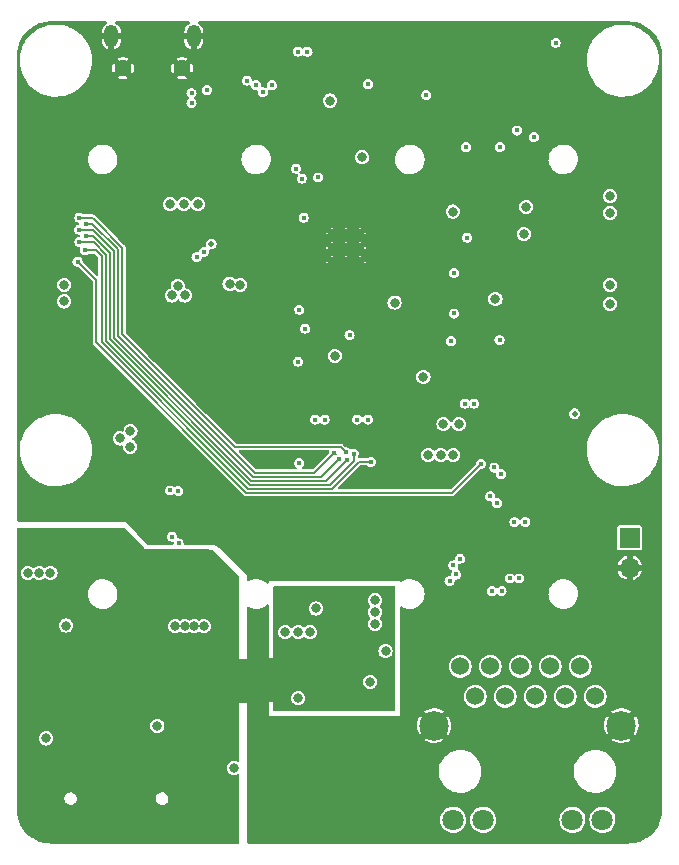
<source format=gbr>
%TF.GenerationSoftware,KiCad,Pcbnew,(6.0.7)*%
%TF.CreationDate,2022-11-21T16:52:03+01:00*%
%TF.ProjectId,MainBoard,4d61696e-426f-4617-9264-2e6b69636164,rev?*%
%TF.SameCoordinates,PXa344e00PY7102aa0*%
%TF.FileFunction,Copper,L2,Inr*%
%TF.FilePolarity,Positive*%
%FSLAX46Y46*%
G04 Gerber Fmt 4.6, Leading zero omitted, Abs format (unit mm)*
G04 Created by KiCad (PCBNEW (6.0.7)) date 2022-11-21 16:52:03*
%MOMM*%
%LPD*%
G01*
G04 APERTURE LIST*
%TA.AperFunction,ComponentPad*%
%ADD10R,1.700000X1.700000*%
%TD*%
%TA.AperFunction,ComponentPad*%
%ADD11O,1.700000X1.700000*%
%TD*%
%TA.AperFunction,ComponentPad*%
%ADD12O,1.200000X1.900000*%
%TD*%
%TA.AperFunction,ComponentPad*%
%ADD13C,1.450000*%
%TD*%
%TA.AperFunction,ComponentPad*%
%ADD14C,1.524000*%
%TD*%
%TA.AperFunction,ComponentPad*%
%ADD15C,1.800000*%
%TD*%
%TA.AperFunction,ComponentPad*%
%ADD16C,2.500000*%
%TD*%
%TA.AperFunction,ComponentPad*%
%ADD17O,1.100000X1.600000*%
%TD*%
%TA.AperFunction,ComponentPad*%
%ADD18O,1.600000X1.100000*%
%TD*%
%TA.AperFunction,ComponentPad*%
%ADD19C,0.500000*%
%TD*%
%TA.AperFunction,ViaPad*%
%ADD20C,0.800000*%
%TD*%
%TA.AperFunction,ViaPad*%
%ADD21C,0.450000*%
%TD*%
%TA.AperFunction,ViaPad*%
%ADD22C,0.500000*%
%TD*%
%TA.AperFunction,Conductor*%
%ADD23C,0.150000*%
%TD*%
G04 APERTURE END LIST*
D10*
%TO.N,/CM4/n_eeprom_en*%
%TO.C,J6*%
X52170000Y26075000D03*
D11*
%TO.N,GND*%
X52170000Y23535000D03*
%TD*%
D12*
%TO.N,GND*%
%TO.C,J7*%
X15270000Y68547500D03*
D13*
X9270000Y65847500D03*
D12*
X8270000Y68547500D03*
D13*
X14270000Y65847500D03*
%TD*%
D14*
%TO.N,/CM4/TRD0+*%
%TO.C,U3*%
X37820000Y15190000D03*
%TO.N,/CM4/TRD0-*%
X39090000Y12650000D03*
%TO.N,/CM4/TRD1+*%
X40360000Y15190000D03*
%TO.N,/CM4/TRD1-*%
X41630000Y12650000D03*
%TO.N,Net-(C1-Pad1)*%
X42900000Y15190000D03*
X44170000Y12650000D03*
%TO.N,/CM4/TRD2+*%
X45440000Y15190000D03*
%TO.N,/CM4/TRD2-*%
X46710000Y12650000D03*
%TO.N,/CM4/TRD3+*%
X47980000Y15190000D03*
%TO.N,/CM4/TRD3-*%
X49250000Y12650000D03*
D15*
%TO.N,+3V3*%
X37210000Y2190000D03*
%TO.N,Net-(R1-Pad2)*%
X39750000Y2190000D03*
%TO.N,+3V3*%
X47320000Y2190000D03*
%TO.N,Net-(R2-Pad2)*%
X49860000Y2190000D03*
D16*
%TO.N,GND*%
X35610000Y10190000D03*
X51460000Y10190000D03*
%TD*%
D17*
%TO.N,GND*%
%TO.C,J1*%
X4380000Y5800000D03*
X13020000Y5800000D03*
D18*
X6400000Y4370000D03*
X11000000Y4370000D03*
%TD*%
D19*
%TO.N,GND*%
%TO.C,U4*%
X26950000Y49460000D03*
X28150000Y49460000D03*
X29350000Y50660000D03*
X29350000Y49460000D03*
X28150000Y51860000D03*
X29350000Y51860000D03*
X26950000Y50660000D03*
X26950000Y51860000D03*
X28150000Y50660000D03*
%TD*%
D20*
%TO.N,GND*%
X25620006Y51201893D03*
D21*
X21345316Y35914882D03*
D20*
X770000Y36200000D03*
X6420000Y27900000D03*
X1500000Y1500000D03*
X31000000Y32850000D03*
X25600000Y52500000D03*
X31300000Y42650000D03*
X54270000Y49200000D03*
X27800000Y56400000D03*
X6070000Y1200000D03*
X23500000Y20600000D03*
X13475000Y50400000D03*
X17770000Y69200000D03*
X48770000Y69200000D03*
X54270000Y42200000D03*
X40054241Y33545759D03*
D21*
X19900000Y34975000D03*
D20*
X15550000Y24250000D03*
X7900000Y16600000D03*
X6050000Y24900000D03*
D21*
X14300000Y32000000D03*
D20*
X54270000Y10700000D03*
X31000000Y9500000D03*
X770000Y42200000D03*
X5270000Y25800000D03*
X18470000Y8200000D03*
X4500000Y7750000D03*
X13975000Y61125000D03*
X1520000Y13700000D03*
X31500000Y23000000D03*
X18420000Y18300000D03*
X770000Y30200000D03*
X51800000Y51450000D03*
X25070500Y33000000D03*
X25620006Y49501893D03*
X30700000Y51100000D03*
D21*
X12728871Y35628871D03*
D20*
X13500000Y42800000D03*
X18570000Y14900000D03*
D21*
X37100000Y50200000D03*
D20*
X770000Y49200000D03*
X19200000Y52393378D03*
X6800000Y10100000D03*
X37300000Y43900000D03*
X28150316Y47850010D03*
X43270000Y1200000D03*
X25600000Y48300000D03*
D21*
X12800000Y27050000D03*
D20*
X10912522Y9912478D03*
X22500000Y9500000D03*
X17470000Y15300000D03*
X53770000Y2200000D03*
X25930000Y53660000D03*
X34825000Y35675000D03*
X17000000Y1700000D03*
X29552466Y47850010D03*
X29418077Y53651016D03*
X1520000Y11450000D03*
X1470000Y15600000D03*
D21*
X23550000Y43550000D03*
D20*
X30700000Y52400000D03*
X24200000Y15100000D03*
X34000000Y16000000D03*
X36520000Y66950000D03*
D21*
X10345000Y32300000D03*
D20*
X54270000Y20200000D03*
X54270000Y55200000D03*
X25500000Y23000000D03*
X770000Y55200000D03*
X1400000Y8000000D03*
X30700000Y48300000D03*
X18570000Y13700000D03*
X28500000Y39950000D03*
X9720000Y21850000D03*
X1070000Y28000000D03*
X31650500Y67150000D03*
X28770000Y66950000D03*
X4520000Y21700000D03*
X33770000Y66950000D03*
X19200000Y49000000D03*
X20770000Y1200000D03*
X20770000Y8200000D03*
D21*
X16900000Y37300000D03*
D20*
X17420000Y23500000D03*
X23300000Y35749500D03*
X31600000Y36550000D03*
X17370000Y6400000D03*
X30700000Y49500000D03*
X28600000Y15100000D03*
D21*
X41700000Y20750000D03*
D20*
X33000000Y32850000D03*
X29270000Y1200000D03*
D21*
X16700000Y26250000D03*
D20*
X31500000Y12000000D03*
X22500000Y59200000D03*
X770000Y62200000D03*
X44500000Y21650000D03*
X35700000Y57300000D03*
X34000000Y12000000D03*
X26270000Y66950000D03*
X9500000Y16600000D03*
X11220000Y20950000D03*
X38900000Y54100000D03*
X54270000Y36700000D03*
X18620000Y20950000D03*
X45750000Y65300000D03*
X54270000Y62200000D03*
D21*
X15850000Y26300000D03*
D20*
X39725000Y47325000D03*
X5370000Y23900000D03*
X41000000Y53900000D03*
X12250000Y7000000D03*
X8769743Y8610500D03*
X41670000Y57650000D03*
D21*
X19100000Y42950000D03*
X12800000Y31950000D03*
D20*
X5950000Y44800000D03*
X42900000Y13600000D03*
X17470000Y14300000D03*
X27770000Y53700000D03*
X26639385Y47850010D03*
X12300000Y1400000D03*
X17470000Y13300000D03*
X44600000Y51100000D03*
X33100000Y41300000D03*
D21*
X38600000Y20500000D03*
%TO.N,/CM4/USB-*%
X15070000Y63725000D03*
X20508311Y64410256D03*
%TO.N,/CM4/USB+*%
X15070000Y62875000D03*
X21109353Y63809214D03*
%TO.N,/CM4/OTG_ID*%
X16370000Y64000000D03*
X19770000Y64800000D03*
%TO.N,/CM4/TRD3+*%
X42825000Y22650000D03*
%TO.N,/CM4/TRD1+*%
X37809074Y24319435D03*
%TO.N,/CM4/TRD3-*%
X42015000Y22650000D03*
%TO.N,/CM4/TRD1-*%
X37236316Y23746677D03*
%TO.N,/CM4/TRD2+*%
X41325000Y21566010D03*
%TO.N,/CM4/TRD0+*%
X37491379Y22978518D03*
%TO.N,/CM4/TRD2-*%
X40515000Y21566010D03*
%TO.N,/CM4/TRD0-*%
X36918621Y22405760D03*
%TO.N,/PCIe_sata/TX00+*%
X43340000Y27440000D03*
%TO.N,/PCIe_sata/TX01+*%
X41286379Y31463621D03*
%TO.N,/PCIe_sata/TX02+*%
X30000000Y36100000D03*
%TO.N,/PCIe_sata/TX03+*%
X13982031Y25604427D03*
%TO.N,/PCIe_sata/TX00-*%
X42410000Y27440000D03*
%TO.N,/PCIe_sata/TX01-*%
X40713621Y32036379D03*
%TO.N,/PCIe_sata/TX02-*%
X29100000Y36100000D03*
%TO.N,/PCIe_sata/TX03-*%
X13395131Y26191327D03*
%TO.N,/PCIe_sata/RX00-*%
X40944869Y29008673D03*
%TO.N,/PCIe_sata/RX01-*%
X39005000Y37450000D03*
%TO.N,/PCIe_sata/RX02-*%
X26335000Y36100000D03*
%TO.N,/PCIe_sata/RX03-*%
X13950000Y30050000D03*
%TO.N,/PCIe_sata/RX00+*%
X40357969Y29595573D03*
%TO.N,/PCIe_sata/RX01+*%
X38195000Y37450000D03*
%TO.N,/PCIe_sata/RX02+*%
X25525000Y36100000D03*
%TO.N,/PCIe_sata/RX03+*%
X13250000Y30100000D03*
%TO.N,/PCIe_sata/VAA2_0*%
X38400000Y51500000D03*
%TO.N,/PCIe_sata/VAA2_1*%
X37300000Y48525000D03*
%TO.N,/PCIe_sata/AVDD0*%
X25800000Y56600000D03*
%TO.N,+3V3*%
X45900000Y68000000D03*
D20*
X34700000Y39700000D03*
D22*
X16750000Y50950000D03*
X47500000Y36600000D03*
D20*
X36400000Y35700000D03*
D21*
%TO.N,/PCIe_sata/VAA2_2*%
X28450000Y43250000D03*
%TO.N,/PCIe_sata/VAA2_3*%
X24700000Y43800000D03*
D20*
%TO.N,+1V0*%
X30600000Y19800000D03*
X14500000Y46600000D03*
X13900000Y47400000D03*
X31500000Y16500000D03*
X13400000Y46600000D03*
X24100000Y12500000D03*
X30600000Y18800000D03*
X30600000Y20800000D03*
%TO.N,+1V8*%
X26800000Y63100000D03*
X37700000Y35700000D03*
X27200000Y41500000D03*
X43200000Y51800000D03*
X40800000Y46300000D03*
X43400000Y54100000D03*
%TO.N,+12V*%
X50500000Y53600000D03*
X24100000Y18100000D03*
X14420000Y54350000D03*
X15605000Y54335000D03*
X16100000Y18600000D03*
X50500000Y55000000D03*
X23000000Y18100000D03*
X15300000Y18600000D03*
X13255000Y54335000D03*
X25100000Y18100000D03*
X13700000Y18600000D03*
X14500000Y18600000D03*
D21*
%TO.N,/CM4/pwr_led*%
X41150000Y42850000D03*
X34950000Y63550000D03*
D20*
%TO.N,+5V*%
X4300000Y46100000D03*
X50500000Y47500000D03*
X18670000Y6600000D03*
X50500000Y45900000D03*
X37220000Y33100000D03*
X3120000Y23100000D03*
X9900000Y35100000D03*
X35120000Y33100000D03*
X9870000Y33800000D03*
X2170000Y23100000D03*
X36170000Y33100000D03*
X2770000Y9100000D03*
X1220000Y23100000D03*
X4300000Y47500000D03*
X9000000Y34500000D03*
D21*
%TO.N,/CM4/PCIE_nRST*%
X21870000Y64400000D03*
X24560000Y53200000D03*
%TO.N,/CM4/PCIE_TX_P*%
X24075000Y67250000D03*
X23900000Y57350000D03*
%TO.N,/CM4/PCIE_TX_N*%
X24885000Y67250000D03*
X24400000Y56500000D03*
%TO.N,/PCIe_sata/led1*%
X16125500Y50300000D03*
X44050000Y60000000D03*
%TO.N,/PCIe_sata/led2*%
X15500000Y49850000D03*
X42650000Y60575000D03*
%TO.N,/PCIe_sata/led3*%
X41175000Y59150000D03*
X37050000Y42725000D03*
%TO.N,/PCIe_sata/led4*%
X38300000Y59150000D03*
X37275000Y45075000D03*
%TO.N,/PCIe_sata/SPI_DO*%
X24100000Y41000000D03*
X24200000Y45400000D03*
D20*
%TO.N,Net-(C61-Pad1)*%
X4438967Y18651273D03*
X12175000Y10164500D03*
%TO.N,VDD*%
X29500000Y58300000D03*
X18300000Y47600000D03*
X37200000Y53700000D03*
X19200000Y47500000D03*
X32262686Y46002012D03*
%TO.N,Net-(C84-Pad1)*%
X30200000Y13900000D03*
X25600000Y20100000D03*
D21*
%TO.N,Net-(Module1-Pad21)*%
X24200000Y32400000D03*
X30025000Y64500000D03*
%TO.N,/CM4/screen_MOSI*%
X28170639Y33312188D03*
X5575000Y53200000D03*
%TO.N,/CM4/screen_CLK*%
X6175000Y52689500D03*
X27161281Y33286289D03*
%TO.N,/CM4/screen_CS*%
X27525000Y32750000D03*
X5550000Y52175000D03*
%TO.N,/CM4/screen_DC*%
X6124098Y51631499D03*
X28225000Y32675000D03*
%TO.N,/CM4/screen_RST*%
X5575000Y51125000D03*
X28801821Y33195728D03*
%TO.N,/CM4/screen_BL*%
X6051005Y50426005D03*
X30250000Y32525000D03*
%TO.N,/CM4/globalEN*%
X39600000Y32350000D03*
X5425000Y49475000D03*
%TD*%
D23*
%TO.N,/CM4/screen_MOSI*%
X27700478Y33782349D02*
X28170639Y33312188D01*
X9217535Y43310726D02*
X18745910Y33782349D01*
X6825126Y53039001D02*
X6990126Y52874002D01*
X5575000Y53200000D02*
X6650000Y53200000D01*
X6650000Y53200000D02*
X6810999Y53039001D01*
X7004252Y52874002D02*
X9217534Y50660721D01*
X9217534Y50660721D02*
X9217535Y43310726D01*
X6810999Y53039001D02*
X6825126Y53039001D01*
X18745910Y33782349D02*
X27700478Y33782349D01*
X6990126Y52874002D02*
X7004252Y52874002D01*
%TO.N,/CM4/screen_CLK*%
X20436484Y31597505D02*
X8868034Y43165957D01*
X25450121Y31597505D02*
X20436484Y31597505D01*
X27036987Y33184371D02*
X25450121Y31597505D01*
X6680358Y52689500D02*
X6175000Y52689500D01*
X8868034Y43165957D02*
X8868034Y50501824D01*
X8868034Y50501824D02*
X6680358Y52689500D01*
X27265629Y33184371D02*
X27036987Y33184371D01*
%TO.N,/CM4/screen_CS*%
X20287500Y31258004D02*
X26033004Y31258004D01*
X8518533Y43026971D02*
X20287500Y31258004D01*
X26033004Y31258004D02*
X27525000Y32750000D01*
X5550000Y52175000D02*
X6714716Y52175000D01*
X8518533Y50371183D02*
X8518533Y43026971D01*
X6714716Y52175000D02*
X8518533Y50371183D01*
%TO.N,/CM4/screen_DC*%
X26468503Y30918503D02*
X28225000Y32675000D01*
X20146875Y30918503D02*
X26468503Y30918503D01*
X8179022Y42886356D02*
X20146875Y30918503D01*
X6124098Y51631499D02*
X6753754Y51631499D01*
X6753754Y51631499D02*
X8179022Y50206231D01*
X8179022Y50206231D02*
X8179022Y42886356D01*
%TO.N,/CM4/screen_RST*%
X7839511Y42745741D02*
X20006250Y30579002D01*
X28864500Y32619626D02*
X28864500Y33133049D01*
X5575000Y51125000D02*
X6780127Y51125000D01*
X26823876Y30579002D02*
X28864500Y32619626D01*
X7839511Y50065616D02*
X7839511Y42745741D01*
X6780127Y51125000D02*
X7839511Y50065616D01*
X20006250Y30579002D02*
X26823876Y30579002D01*
X28864500Y33133049D02*
X28801821Y33195728D01*
%TO.N,/CM4/screen_BL*%
X6998995Y50426005D02*
X6051005Y50426005D01*
X30250000Y32525000D02*
X29250000Y32525000D01*
X7450000Y49975000D02*
X6998995Y50426005D01*
X19865625Y30239501D02*
X7450000Y42655126D01*
X29250000Y32525000D02*
X26964501Y30239501D01*
X7450000Y42655126D02*
X7450000Y49975000D01*
X26964501Y30239501D02*
X19865625Y30239501D01*
%TO.N,/CM4/globalEN*%
X37150000Y29900000D02*
X19725000Y29900000D01*
X7000000Y42625000D02*
X7000000Y47900000D01*
X19725000Y29900000D02*
X7000000Y42625000D01*
X39600000Y32350000D02*
X37150000Y29900000D01*
X7000000Y47900000D02*
X5425000Y49475000D01*
%TD*%
%TA.AperFunction,Conductor*%
%TO.N,GND*%
G36*
X31400000Y17092517D02*
G01*
X31351426Y17086122D01*
X31343238Y17085044D01*
X31197159Y17024536D01*
X31071718Y16928282D01*
X30975464Y16802841D01*
X30914956Y16656762D01*
X30894318Y16500000D01*
X30914956Y16343238D01*
X30975464Y16197159D01*
X31071718Y16071718D01*
X31197159Y15975464D01*
X31343238Y15914956D01*
X31351426Y15913878D01*
X31400000Y15907483D01*
X31400000Y11725000D01*
X22100000Y11725000D01*
X22100000Y12500000D01*
X23494318Y12500000D01*
X23514956Y12343238D01*
X23575464Y12197159D01*
X23671718Y12071718D01*
X23797159Y11975464D01*
X23943238Y11914956D01*
X24100000Y11894318D01*
X24108188Y11895396D01*
X24248574Y11913878D01*
X24256762Y11914956D01*
X24402841Y11975464D01*
X24528282Y12071718D01*
X24624536Y12197159D01*
X24685044Y12343238D01*
X24705682Y12500000D01*
X24685044Y12656762D01*
X24624536Y12802841D01*
X24528282Y12928282D01*
X24402841Y13024536D01*
X24256762Y13085044D01*
X24100000Y13105682D01*
X23943238Y13085044D01*
X23797159Y13024536D01*
X23671718Y12928282D01*
X23575464Y12802841D01*
X23514956Y12656762D01*
X23494318Y12500000D01*
X22100000Y12500000D01*
X22100000Y13900000D01*
X29594318Y13900000D01*
X29614956Y13743238D01*
X29675464Y13597159D01*
X29771718Y13471718D01*
X29897159Y13375464D01*
X30043238Y13314956D01*
X30200000Y13294318D01*
X30208188Y13295396D01*
X30348574Y13313878D01*
X30356762Y13314956D01*
X30502841Y13375464D01*
X30628282Y13471718D01*
X30724536Y13597159D01*
X30785044Y13743238D01*
X30805682Y13900000D01*
X30785044Y14056762D01*
X30724536Y14202841D01*
X30628282Y14328282D01*
X30502841Y14424536D01*
X30356762Y14485044D01*
X30200000Y14505682D01*
X30043238Y14485044D01*
X29897159Y14424536D01*
X29771718Y14328282D01*
X29675464Y14202841D01*
X29614956Y14056762D01*
X29594318Y13900000D01*
X22100000Y13900000D01*
X22100000Y18100000D01*
X22394318Y18100000D01*
X22414956Y17943238D01*
X22475464Y17797159D01*
X22571718Y17671718D01*
X22697159Y17575464D01*
X22843238Y17514956D01*
X23000000Y17494318D01*
X23008188Y17495396D01*
X23148574Y17513878D01*
X23156762Y17514956D01*
X23302841Y17575464D01*
X23428282Y17671718D01*
X23433305Y17678264D01*
X23433308Y17678267D01*
X23450037Y17700069D01*
X23507375Y17741937D01*
X23578246Y17746159D01*
X23640149Y17711395D01*
X23649963Y17700069D01*
X23666692Y17678267D01*
X23666695Y17678264D01*
X23671718Y17671718D01*
X23797159Y17575464D01*
X23943238Y17514956D01*
X24100000Y17494318D01*
X24108188Y17495396D01*
X24248574Y17513878D01*
X24256762Y17514956D01*
X24402841Y17575464D01*
X24523296Y17667892D01*
X24589517Y17693492D01*
X24659065Y17679227D01*
X24676704Y17667892D01*
X24797159Y17575464D01*
X24943238Y17514956D01*
X25100000Y17494318D01*
X25108188Y17495396D01*
X25248574Y17513878D01*
X25256762Y17514956D01*
X25402841Y17575464D01*
X25528282Y17671718D01*
X25624536Y17797159D01*
X25685044Y17943238D01*
X25705682Y18100000D01*
X25685044Y18256762D01*
X25624536Y18402841D01*
X25528282Y18528282D01*
X25402841Y18624536D01*
X25256762Y18685044D01*
X25100000Y18705682D01*
X24943238Y18685044D01*
X24797159Y18624536D01*
X24790608Y18619509D01*
X24676704Y18532108D01*
X24610483Y18506508D01*
X24540935Y18520773D01*
X24523296Y18532108D01*
X24409392Y18619509D01*
X24402841Y18624536D01*
X24256762Y18685044D01*
X24100000Y18705682D01*
X23943238Y18685044D01*
X23797159Y18624536D01*
X23671718Y18528282D01*
X23666695Y18521736D01*
X23666692Y18521733D01*
X23649963Y18499931D01*
X23592625Y18458063D01*
X23521754Y18453841D01*
X23459851Y18488605D01*
X23450037Y18499931D01*
X23433308Y18521733D01*
X23433305Y18521736D01*
X23428282Y18528282D01*
X23302841Y18624536D01*
X23156762Y18685044D01*
X23000000Y18705682D01*
X22843238Y18685044D01*
X22697159Y18624536D01*
X22571718Y18528282D01*
X22475464Y18402841D01*
X22414956Y18256762D01*
X22394318Y18100000D01*
X22100000Y18100000D01*
X22100000Y18800000D01*
X29994318Y18800000D01*
X30014956Y18643238D01*
X30075464Y18497159D01*
X30171718Y18371718D01*
X30297159Y18275464D01*
X30443238Y18214956D01*
X30600000Y18194318D01*
X30608188Y18195396D01*
X30748574Y18213878D01*
X30756762Y18214956D01*
X30902841Y18275464D01*
X31028282Y18371718D01*
X31124536Y18497159D01*
X31185044Y18643238D01*
X31205682Y18800000D01*
X31185044Y18956762D01*
X31124536Y19102841D01*
X31032108Y19223296D01*
X31006508Y19289517D01*
X31020773Y19359065D01*
X31032108Y19376704D01*
X31119509Y19490608D01*
X31124536Y19497159D01*
X31185044Y19643238D01*
X31205682Y19800000D01*
X31185044Y19956762D01*
X31124536Y20102841D01*
X31032108Y20223296D01*
X31006508Y20289517D01*
X31020773Y20359065D01*
X31032108Y20376704D01*
X31059804Y20412798D01*
X31124536Y20497159D01*
X31185044Y20643238D01*
X31205682Y20800000D01*
X31185044Y20956762D01*
X31124536Y21102841D01*
X31028282Y21228282D01*
X30902841Y21324536D01*
X30756762Y21385044D01*
X30600000Y21405682D01*
X30443238Y21385044D01*
X30297159Y21324536D01*
X30171718Y21228282D01*
X30075464Y21102841D01*
X30014956Y20956762D01*
X29994318Y20800000D01*
X30014956Y20643238D01*
X30075464Y20497159D01*
X30140196Y20412798D01*
X30167892Y20376704D01*
X30193492Y20310483D01*
X30179227Y20240935D01*
X30167892Y20223296D01*
X30075464Y20102841D01*
X30014956Y19956762D01*
X29994318Y19800000D01*
X30014956Y19643238D01*
X30075464Y19497159D01*
X30080491Y19490608D01*
X30167892Y19376704D01*
X30193492Y19310483D01*
X30179227Y19240935D01*
X30167892Y19223296D01*
X30075464Y19102841D01*
X30014956Y18956762D01*
X29994318Y18800000D01*
X22100000Y18800000D01*
X22100000Y20100000D01*
X24994318Y20100000D01*
X25014956Y19943238D01*
X25075464Y19797159D01*
X25171718Y19671718D01*
X25297159Y19575464D01*
X25443238Y19514956D01*
X25600000Y19494318D01*
X25608188Y19495396D01*
X25621580Y19497159D01*
X25756762Y19514956D01*
X25902841Y19575464D01*
X26028282Y19671718D01*
X26124536Y19797159D01*
X26185044Y19943238D01*
X26205682Y20100000D01*
X26185044Y20256762D01*
X26124536Y20402841D01*
X26028282Y20528282D01*
X25902841Y20624536D01*
X25756762Y20685044D01*
X25600000Y20705682D01*
X25443238Y20685044D01*
X25297159Y20624536D01*
X25171718Y20528282D01*
X25075464Y20402841D01*
X25014956Y20256762D01*
X24994318Y20100000D01*
X22100000Y20100000D01*
X22100000Y21994344D01*
X22126000Y22000000D01*
X31400000Y22000000D01*
X31400000Y17092517D01*
G37*
%TD.AperFunction*%
%TD*%
%TA.AperFunction,Conductor*%
%TO.N,GND*%
G36*
X9328309Y26947888D02*
G01*
X9418540Y26928947D01*
X9455782Y26912592D01*
X9530787Y26858965D01*
X9546103Y26845418D01*
X9725676Y26650000D01*
X11060853Y25197012D01*
X11060855Y25197010D01*
X11150000Y25100000D01*
X16572975Y25100000D01*
X16591380Y25098274D01*
X16673457Y25082744D01*
X16707722Y25069296D01*
X16778452Y25024853D01*
X16793111Y25013605D01*
X18693458Y23250326D01*
X19024384Y22943269D01*
X19037801Y22927965D01*
X19090910Y22853066D01*
X19107082Y22815938D01*
X19125751Y22726044D01*
X19127819Y22705792D01*
X19122259Y18167764D01*
X19108841Y7216244D01*
X19089863Y7158078D01*
X19040319Y7122175D01*
X18979134Y7122250D01*
X18971957Y7124903D01*
X18832762Y7182559D01*
X18832760Y7182560D01*
X18826762Y7185044D01*
X18670000Y7205682D01*
X18513238Y7185044D01*
X18367159Y7124536D01*
X18241718Y7028282D01*
X18145464Y6902841D01*
X18084956Y6756762D01*
X18064318Y6600000D01*
X18084956Y6443238D01*
X18145464Y6297159D01*
X18241718Y6171718D01*
X18367159Y6075464D01*
X18513238Y6014956D01*
X18670000Y5994318D01*
X18826762Y6014956D01*
X18970444Y6074471D01*
X19031441Y6079272D01*
X19083610Y6047302D01*
X19107025Y5990774D01*
X19107330Y5982886D01*
X19100379Y309375D01*
X19098455Y290073D01*
X19096455Y280077D01*
X19066499Y226727D01*
X19010905Y201173D01*
X18999379Y200500D01*
X3134017Y200500D01*
X3111831Y203018D01*
X3111813Y203022D01*
X3100359Y205656D01*
X3089484Y203195D01*
X3079273Y203213D01*
X3068170Y202288D01*
X2891532Y212208D01*
X2792101Y217792D01*
X2781078Y219034D01*
X2567698Y255288D01*
X2482539Y269757D01*
X2471715Y272227D01*
X2342772Y309375D01*
X2180721Y356062D01*
X2170249Y359726D01*
X1890470Y475614D01*
X1880480Y480425D01*
X1615437Y626910D01*
X1606052Y632806D01*
X1359063Y808054D01*
X1350395Y814967D01*
X1124593Y1016757D01*
X1116757Y1024593D01*
X914967Y1250395D01*
X908054Y1259063D01*
X732806Y1506052D01*
X726910Y1515437D01*
X580425Y1780480D01*
X575611Y1790476D01*
X459727Y2070246D01*
X456060Y2080725D01*
X372227Y2371715D01*
X369757Y2382539D01*
X355288Y2467698D01*
X319034Y2681078D01*
X317791Y2692106D01*
X302331Y2967396D01*
X304122Y2988205D01*
X303747Y2988248D01*
X304388Y2993816D01*
X305655Y2999282D01*
X305656Y3000000D01*
X304412Y3005455D01*
X302980Y3011734D01*
X300500Y3033752D01*
X300500Y3966693D01*
X4295606Y3966693D01*
X4296940Y3960078D01*
X4296940Y3960076D01*
X4322545Y3833091D01*
X4324064Y3825556D01*
X4389429Y3697270D01*
X4393992Y3692307D01*
X4393994Y3692305D01*
X4439896Y3642387D01*
X4486884Y3591288D01*
X4609250Y3515418D01*
X4747512Y3475249D01*
X4752682Y3474869D01*
X4752684Y3474869D01*
X4755911Y3474632D01*
X4755918Y3474632D01*
X4757712Y3474500D01*
X4861070Y3474500D01*
X4967646Y3489099D01*
X4973832Y3491776D01*
X4973836Y3491777D01*
X5093595Y3543602D01*
X5093596Y3543603D01*
X5099783Y3546280D01*
X5155364Y3591288D01*
X5206433Y3632643D01*
X5206434Y3632644D01*
X5211675Y3636888D01*
X5295079Y3754249D01*
X5297363Y3760594D01*
X5297365Y3760597D01*
X5341562Y3883361D01*
X5343850Y3889715D01*
X5349503Y3966693D01*
X12045606Y3966693D01*
X12046940Y3960078D01*
X12046940Y3960076D01*
X12072545Y3833091D01*
X12074064Y3825556D01*
X12139429Y3697270D01*
X12143992Y3692307D01*
X12143994Y3692305D01*
X12189896Y3642387D01*
X12236884Y3591288D01*
X12359250Y3515418D01*
X12497512Y3475249D01*
X12502682Y3474869D01*
X12502684Y3474869D01*
X12505911Y3474632D01*
X12505918Y3474632D01*
X12507712Y3474500D01*
X12611070Y3474500D01*
X12717646Y3489099D01*
X12723832Y3491776D01*
X12723836Y3491777D01*
X12843595Y3543602D01*
X12843596Y3543603D01*
X12849783Y3546280D01*
X12905364Y3591288D01*
X12956433Y3632643D01*
X12956434Y3632644D01*
X12961675Y3636888D01*
X13045079Y3754249D01*
X13047363Y3760594D01*
X13047365Y3760597D01*
X13091562Y3883361D01*
X13093850Y3889715D01*
X13104394Y4033307D01*
X13087592Y4116639D01*
X13077269Y4167833D01*
X13075936Y4174444D01*
X13010571Y4302730D01*
X13006008Y4307693D01*
X13006006Y4307695D01*
X12917684Y4403744D01*
X12913116Y4408712D01*
X12790750Y4484582D01*
X12652488Y4524751D01*
X12647318Y4525131D01*
X12647316Y4525131D01*
X12644089Y4525368D01*
X12644082Y4525368D01*
X12642288Y4525500D01*
X12538930Y4525500D01*
X12432354Y4510901D01*
X12426168Y4508224D01*
X12426164Y4508223D01*
X12306405Y4456398D01*
X12300217Y4453720D01*
X12294978Y4449478D01*
X12294977Y4449477D01*
X12193567Y4367357D01*
X12188325Y4363112D01*
X12104921Y4245751D01*
X12102637Y4239406D01*
X12102635Y4239403D01*
X12081412Y4180452D01*
X12056150Y4110285D01*
X12045606Y3966693D01*
X5349503Y3966693D01*
X5354394Y4033307D01*
X5337592Y4116639D01*
X5327269Y4167833D01*
X5325936Y4174444D01*
X5260571Y4302730D01*
X5256008Y4307693D01*
X5256006Y4307695D01*
X5167684Y4403744D01*
X5163116Y4408712D01*
X5040750Y4484582D01*
X4902488Y4524751D01*
X4897318Y4525131D01*
X4897316Y4525131D01*
X4894089Y4525368D01*
X4894082Y4525368D01*
X4892288Y4525500D01*
X4788930Y4525500D01*
X4682354Y4510901D01*
X4676168Y4508224D01*
X4676164Y4508223D01*
X4556405Y4456398D01*
X4550217Y4453720D01*
X4544978Y4449478D01*
X4544977Y4449477D01*
X4443567Y4367357D01*
X4438325Y4363112D01*
X4354921Y4245751D01*
X4352637Y4239406D01*
X4352635Y4239403D01*
X4331412Y4180452D01*
X4306150Y4110285D01*
X4295606Y3966693D01*
X300500Y3966693D01*
X300500Y9100000D01*
X2164318Y9100000D01*
X2184956Y8943238D01*
X2245464Y8797159D01*
X2341718Y8671718D01*
X2467159Y8575464D01*
X2613238Y8514956D01*
X2770000Y8494318D01*
X2926762Y8514956D01*
X3072841Y8575464D01*
X3198282Y8671718D01*
X3294536Y8797159D01*
X3355044Y8943238D01*
X3375682Y9100000D01*
X3355044Y9256762D01*
X3294536Y9402841D01*
X3198282Y9528282D01*
X3072841Y9624536D01*
X2926762Y9685044D01*
X2770000Y9705682D01*
X2613238Y9685044D01*
X2467159Y9624536D01*
X2341718Y9528282D01*
X2245464Y9402841D01*
X2184956Y9256762D01*
X2164318Y9100000D01*
X300500Y9100000D01*
X300500Y10164500D01*
X11569318Y10164500D01*
X11589956Y10007738D01*
X11650464Y9861659D01*
X11746718Y9736218D01*
X11872159Y9639964D01*
X12018238Y9579456D01*
X12175000Y9558818D01*
X12331762Y9579456D01*
X12477841Y9639964D01*
X12603282Y9736218D01*
X12699536Y9861659D01*
X12760044Y10007738D01*
X12780682Y10164500D01*
X12760044Y10321262D01*
X12699536Y10467341D01*
X12603282Y10592782D01*
X12477841Y10689036D01*
X12331762Y10749544D01*
X12175000Y10770182D01*
X12018238Y10749544D01*
X11872159Y10689036D01*
X11746718Y10592782D01*
X11650464Y10467341D01*
X11589956Y10321262D01*
X11569318Y10164500D01*
X300500Y10164500D01*
X300500Y18651273D01*
X3833285Y18651273D01*
X3853923Y18494511D01*
X3914431Y18348432D01*
X4010685Y18222991D01*
X4136126Y18126737D01*
X4282205Y18066229D01*
X4438967Y18045591D01*
X4595729Y18066229D01*
X4741808Y18126737D01*
X4867249Y18222991D01*
X4963503Y18348432D01*
X5024011Y18494511D01*
X5037899Y18600000D01*
X13094318Y18600000D01*
X13114956Y18443238D01*
X13175464Y18297159D01*
X13271718Y18171718D01*
X13397159Y18075464D01*
X13543238Y18014956D01*
X13700000Y17994318D01*
X13856762Y18014956D01*
X14002841Y18075464D01*
X14007984Y18079410D01*
X14007992Y18079415D01*
X14039732Y18103771D01*
X14097408Y18124196D01*
X14160268Y18103771D01*
X14192008Y18079415D01*
X14192016Y18079410D01*
X14197159Y18075464D01*
X14343238Y18014956D01*
X14500000Y17994318D01*
X14656762Y18014956D01*
X14802841Y18075464D01*
X14807984Y18079410D01*
X14807992Y18079415D01*
X14839732Y18103771D01*
X14897408Y18124196D01*
X14960268Y18103771D01*
X14992008Y18079415D01*
X14992016Y18079410D01*
X14997159Y18075464D01*
X15143238Y18014956D01*
X15300000Y17994318D01*
X15456762Y18014956D01*
X15602841Y18075464D01*
X15607984Y18079410D01*
X15607992Y18079415D01*
X15639732Y18103771D01*
X15697408Y18124196D01*
X15760268Y18103771D01*
X15792008Y18079415D01*
X15792016Y18079410D01*
X15797159Y18075464D01*
X15943238Y18014956D01*
X16100000Y17994318D01*
X16256762Y18014956D01*
X16402841Y18075464D01*
X16528282Y18171718D01*
X16624536Y18297159D01*
X16685044Y18443238D01*
X16705682Y18600000D01*
X16685044Y18756762D01*
X16624536Y18902841D01*
X16528282Y19028282D01*
X16402841Y19124536D01*
X16256762Y19185044D01*
X16100000Y19205682D01*
X15943238Y19185044D01*
X15797159Y19124536D01*
X15792016Y19120590D01*
X15792008Y19120585D01*
X15760268Y19096229D01*
X15702592Y19075804D01*
X15639732Y19096229D01*
X15607992Y19120585D01*
X15607984Y19120590D01*
X15602841Y19124536D01*
X15456762Y19185044D01*
X15300000Y19205682D01*
X15143238Y19185044D01*
X14997159Y19124536D01*
X14992016Y19120590D01*
X14992008Y19120585D01*
X14960268Y19096229D01*
X14902592Y19075804D01*
X14839732Y19096229D01*
X14807992Y19120585D01*
X14807984Y19120590D01*
X14802841Y19124536D01*
X14656762Y19185044D01*
X14500000Y19205682D01*
X14343238Y19185044D01*
X14197159Y19124536D01*
X14192016Y19120590D01*
X14192008Y19120585D01*
X14160268Y19096229D01*
X14102592Y19075804D01*
X14039732Y19096229D01*
X14007992Y19120585D01*
X14007984Y19120590D01*
X14002841Y19124536D01*
X13856762Y19185044D01*
X13700000Y19205682D01*
X13543238Y19185044D01*
X13397159Y19124536D01*
X13271718Y19028282D01*
X13175464Y18902841D01*
X13114956Y18756762D01*
X13094318Y18600000D01*
X5037899Y18600000D01*
X5044649Y18651273D01*
X5024011Y18808035D01*
X4963503Y18954114D01*
X4867249Y19079555D01*
X4741808Y19175809D01*
X4595729Y19236317D01*
X4438967Y19256955D01*
X4282205Y19236317D01*
X4136126Y19175809D01*
X4010685Y19079555D01*
X3914431Y18954114D01*
X3853923Y18808035D01*
X3833285Y18651273D01*
X300500Y18651273D01*
X300500Y21290562D01*
X6285066Y21290562D01*
X6311883Y21068956D01*
X6313176Y21064751D01*
X6313177Y21064749D01*
X6354776Y20929529D01*
X6377519Y20855600D01*
X6479901Y20657241D01*
X6615790Y20480146D01*
X6619046Y20477183D01*
X6619049Y20477180D01*
X6726341Y20379552D01*
X6780893Y20329914D01*
X6969990Y20211293D01*
X6974072Y20209652D01*
X6974076Y20209650D01*
X7102877Y20157873D01*
X7177105Y20128034D01*
X7395690Y20082767D01*
X7452349Y20079500D01*
X7596630Y20079500D01*
X7598824Y20079696D01*
X7598828Y20079696D01*
X7757951Y20093897D01*
X7757955Y20093898D01*
X7762339Y20094289D01*
X7766584Y20095450D01*
X7766588Y20095451D01*
X7973400Y20152029D01*
X7973401Y20152029D01*
X7977651Y20153192D01*
X8096018Y20209650D01*
X8175151Y20247394D01*
X8175156Y20247397D01*
X8179129Y20249292D01*
X8360405Y20379552D01*
X8455014Y20477180D01*
X8512681Y20536688D01*
X8515749Y20539854D01*
X8640250Y20725132D01*
X8729974Y20929529D01*
X8782085Y21146585D01*
X8794934Y21369438D01*
X8768117Y21591044D01*
X8726541Y21726192D01*
X8703778Y21800185D01*
X8703777Y21800188D01*
X8702481Y21804400D01*
X8600099Y22002759D01*
X8464210Y22179854D01*
X8460954Y22182817D01*
X8460951Y22182820D01*
X8302361Y22327125D01*
X8302362Y22327125D01*
X8299107Y22330086D01*
X8110010Y22448707D01*
X8105928Y22450348D01*
X8105924Y22450350D01*
X7939030Y22517440D01*
X7902895Y22531966D01*
X7684310Y22577233D01*
X7627651Y22580500D01*
X7483370Y22580500D01*
X7481176Y22580304D01*
X7481172Y22580304D01*
X7322049Y22566103D01*
X7322045Y22566102D01*
X7317661Y22565711D01*
X7313416Y22564550D01*
X7313412Y22564549D01*
X7106600Y22507971D01*
X7102349Y22506808D01*
X7098371Y22504911D01*
X7098372Y22504911D01*
X6904849Y22412606D01*
X6904844Y22412603D01*
X6900871Y22410708D01*
X6719595Y22280448D01*
X6716522Y22277277D01*
X6716521Y22277276D01*
X6622112Y22179854D01*
X6564251Y22120146D01*
X6439750Y21934868D01*
X6350026Y21730471D01*
X6297915Y21513415D01*
X6285066Y21290562D01*
X300500Y21290562D01*
X300500Y23100000D01*
X614318Y23100000D01*
X634956Y22943238D01*
X695464Y22797159D01*
X791718Y22671718D01*
X917159Y22575464D01*
X1063238Y22514956D01*
X1220000Y22494318D01*
X1376762Y22514956D01*
X1522841Y22575464D01*
X1634734Y22661322D01*
X1692408Y22681746D01*
X1755266Y22661322D01*
X1867159Y22575464D01*
X2013238Y22514956D01*
X2170000Y22494318D01*
X2326762Y22514956D01*
X2472841Y22575464D01*
X2584734Y22661322D01*
X2642408Y22681746D01*
X2705266Y22661322D01*
X2817159Y22575464D01*
X2963238Y22514956D01*
X3120000Y22494318D01*
X3276762Y22514956D01*
X3422841Y22575464D01*
X3548282Y22671718D01*
X3644536Y22797159D01*
X3705044Y22943238D01*
X3725682Y23100000D01*
X3705044Y23256762D01*
X3644536Y23402841D01*
X3548282Y23528282D01*
X3422841Y23624536D01*
X3276762Y23685044D01*
X3120000Y23705682D01*
X2963238Y23685044D01*
X2817159Y23624536D01*
X2705266Y23538678D01*
X2647592Y23518254D01*
X2584734Y23538678D01*
X2472841Y23624536D01*
X2326762Y23685044D01*
X2170000Y23705682D01*
X2013238Y23685044D01*
X1867159Y23624536D01*
X1755266Y23538678D01*
X1697592Y23518254D01*
X1634734Y23538678D01*
X1522841Y23624536D01*
X1376762Y23685044D01*
X1220000Y23705682D01*
X1063238Y23685044D01*
X917159Y23624536D01*
X791718Y23528282D01*
X695464Y23402841D01*
X634956Y23256762D01*
X614318Y23100000D01*
X300500Y23100000D01*
X300500Y26848961D01*
X319407Y26907152D01*
X368907Y26943116D01*
X380188Y26946059D01*
X390440Y26948098D01*
X409752Y26950000D01*
X9307971Y26950000D01*
X9328309Y26947888D01*
G37*
%TD.AperFunction*%
%TD*%
%TA.AperFunction,Conductor*%
%TO.N,GND*%
G36*
X7902398Y69780593D02*
G01*
X7938362Y69731093D01*
X7938362Y69669907D01*
X7902398Y69620407D01*
X7896082Y69616179D01*
X7774107Y69541139D01*
X7765448Y69534374D01*
X7643836Y69415282D01*
X7636885Y69406759D01*
X7544681Y69263689D01*
X7539794Y69253843D01*
X7481579Y69093897D01*
X7478992Y69083203D01*
X7462390Y68951783D01*
X7462000Y68945595D01*
X7462000Y68817180D01*
X7466122Y68804495D01*
X7470243Y68801500D01*
X9062320Y68801500D01*
X9075005Y68805622D01*
X9078000Y68809743D01*
X9078000Y68940311D01*
X9077691Y68945840D01*
X9063524Y69072139D01*
X9061085Y69082876D01*
X9005113Y69243607D01*
X9000357Y69253531D01*
X8910167Y69397865D01*
X8903329Y69406492D01*
X8783401Y69527261D01*
X8774825Y69534158D01*
X8644425Y69616911D01*
X8605423Y69664055D01*
X8601581Y69725120D01*
X8634366Y69776781D01*
X8691254Y69799305D01*
X8697471Y69799500D01*
X14844207Y69799500D01*
X14902398Y69780593D01*
X14938362Y69731093D01*
X14938362Y69669907D01*
X14902398Y69620407D01*
X14896082Y69616179D01*
X14774107Y69541139D01*
X14765448Y69534374D01*
X14643836Y69415282D01*
X14636885Y69406759D01*
X14544681Y69263689D01*
X14539794Y69253843D01*
X14481579Y69093897D01*
X14478992Y69083203D01*
X14462390Y68951783D01*
X14462000Y68945595D01*
X14462000Y68817180D01*
X14466122Y68804495D01*
X14470243Y68801500D01*
X16062320Y68801500D01*
X16075005Y68805622D01*
X16078000Y68809743D01*
X16078000Y68940311D01*
X16077691Y68945840D01*
X16063524Y69072139D01*
X16061085Y69082876D01*
X16005113Y69243607D01*
X16000357Y69253531D01*
X15910167Y69397865D01*
X15903329Y69406492D01*
X15783401Y69527261D01*
X15774825Y69534158D01*
X15644425Y69616911D01*
X15605423Y69664055D01*
X15601581Y69725120D01*
X15634366Y69776781D01*
X15691254Y69799305D01*
X15697471Y69799500D01*
X52065983Y69799500D01*
X52088169Y69796982D01*
X52099641Y69794344D01*
X52110516Y69796805D01*
X52120727Y69796787D01*
X52131830Y69797712D01*
X52308468Y69787792D01*
X52407899Y69782208D01*
X52418922Y69780966D01*
X52632302Y69744712D01*
X52717461Y69730243D01*
X52728285Y69727773D01*
X52737494Y69725120D01*
X53019278Y69643939D01*
X53029751Y69640274D01*
X53309530Y69524386D01*
X53319520Y69519575D01*
X53584563Y69373090D01*
X53593948Y69367194D01*
X53840937Y69191946D01*
X53849605Y69185033D01*
X54075407Y68983243D01*
X54083243Y68975407D01*
X54285033Y68749605D01*
X54291946Y68740937D01*
X54467194Y68493948D01*
X54473090Y68484563D01*
X54600950Y68253220D01*
X54619572Y68219526D01*
X54624386Y68209530D01*
X54710719Y68001103D01*
X54740273Y67929754D01*
X54743938Y67919279D01*
X54766445Y67841157D01*
X54827773Y67628285D01*
X54830243Y67617461D01*
X54878235Y67335002D01*
X54880966Y67318926D01*
X54882208Y67307898D01*
X54893327Y67109934D01*
X54897684Y67032349D01*
X54896834Y67022374D01*
X54896862Y67022374D01*
X54896842Y67011223D01*
X54894344Y67000359D01*
X54896804Y66989487D01*
X54897059Y66988362D01*
X54899500Y66966512D01*
X54899500Y3034022D01*
X54896982Y3011835D01*
X54894343Y3000359D01*
X54896804Y2989484D01*
X54896786Y2979273D01*
X54897711Y2968170D01*
X54882208Y2692107D01*
X54880965Y2681079D01*
X54868653Y2608613D01*
X54830242Y2382539D01*
X54827772Y2371715D01*
X54758757Y2132158D01*
X54743939Y2080725D01*
X54740273Y2070250D01*
X54635356Y1816955D01*
X54624388Y1790477D01*
X54619574Y1780481D01*
X54538443Y1633685D01*
X54473094Y1515444D01*
X54467187Y1506044D01*
X54306207Y1279163D01*
X54291954Y1259076D01*
X54285035Y1250400D01*
X54224406Y1182555D01*
X54083250Y1024601D01*
X54075399Y1016750D01*
X53894970Y855509D01*
X53849603Y814967D01*
X53840924Y808046D01*
X53593957Y632813D01*
X53584558Y626907D01*
X53319519Y480426D01*
X53309529Y475615D01*
X53029750Y359727D01*
X53019279Y356063D01*
X52825598Y300263D01*
X52728285Y272228D01*
X52717461Y269758D01*
X52633424Y255480D01*
X52418921Y219035D01*
X52407897Y217793D01*
X52132345Y202317D01*
X52122374Y203167D01*
X52122374Y203139D01*
X52111223Y203159D01*
X52100359Y205657D01*
X52089488Y203197D01*
X52089484Y203197D01*
X52088355Y202941D01*
X52066506Y200500D01*
X19899000Y200500D01*
X19840809Y219407D01*
X19804845Y268907D01*
X19800000Y299500D01*
X19800000Y2218931D01*
X36105164Y2218931D01*
X36118392Y2017106D01*
X36119508Y2012713D01*
X36119508Y2012711D01*
X36138868Y1936481D01*
X36168178Y1821072D01*
X36252856Y1637393D01*
X36369588Y1472220D01*
X36514466Y1331087D01*
X36682637Y1218718D01*
X36868470Y1138878D01*
X37065740Y1094240D01*
X37267842Y1086300D01*
X37321377Y1094062D01*
X37463519Y1114671D01*
X37463522Y1114672D01*
X37468007Y1115322D01*
X37563769Y1147829D01*
X37655234Y1178877D01*
X37655237Y1178879D01*
X37659531Y1180336D01*
X37836001Y1279163D01*
X37991505Y1408495D01*
X38120837Y1563999D01*
X38219664Y1740469D01*
X38233245Y1780475D01*
X38283219Y1927696D01*
X38284678Y1931993D01*
X38313700Y2132158D01*
X38315215Y2190000D01*
X38312557Y2218931D01*
X38645164Y2218931D01*
X38658392Y2017106D01*
X38659508Y2012713D01*
X38659508Y2012711D01*
X38678868Y1936481D01*
X38708178Y1821072D01*
X38792856Y1637393D01*
X38909588Y1472220D01*
X39054466Y1331087D01*
X39222637Y1218718D01*
X39408470Y1138878D01*
X39605740Y1094240D01*
X39807842Y1086300D01*
X39861377Y1094062D01*
X40003519Y1114671D01*
X40003522Y1114672D01*
X40008007Y1115322D01*
X40103769Y1147829D01*
X40195234Y1178877D01*
X40195237Y1178879D01*
X40199531Y1180336D01*
X40376001Y1279163D01*
X40531505Y1408495D01*
X40660837Y1563999D01*
X40759664Y1740469D01*
X40773245Y1780475D01*
X40823219Y1927696D01*
X40824678Y1931993D01*
X40853700Y2132158D01*
X40855215Y2190000D01*
X40852557Y2218931D01*
X46215164Y2218931D01*
X46228392Y2017106D01*
X46229508Y2012713D01*
X46229508Y2012711D01*
X46248868Y1936481D01*
X46278178Y1821072D01*
X46362856Y1637393D01*
X46479588Y1472220D01*
X46624466Y1331087D01*
X46792637Y1218718D01*
X46978470Y1138878D01*
X47175740Y1094240D01*
X47377842Y1086300D01*
X47431377Y1094062D01*
X47573519Y1114671D01*
X47573522Y1114672D01*
X47578007Y1115322D01*
X47673769Y1147829D01*
X47765234Y1178877D01*
X47765237Y1178879D01*
X47769531Y1180336D01*
X47946001Y1279163D01*
X48101505Y1408495D01*
X48230837Y1563999D01*
X48329664Y1740469D01*
X48343245Y1780475D01*
X48393219Y1927696D01*
X48394678Y1931993D01*
X48423700Y2132158D01*
X48425215Y2190000D01*
X48422557Y2218931D01*
X48755164Y2218931D01*
X48768392Y2017106D01*
X48769508Y2012713D01*
X48769508Y2012711D01*
X48788868Y1936481D01*
X48818178Y1821072D01*
X48902856Y1637393D01*
X49019588Y1472220D01*
X49164466Y1331087D01*
X49332637Y1218718D01*
X49518470Y1138878D01*
X49715740Y1094240D01*
X49917842Y1086300D01*
X49971377Y1094062D01*
X50113519Y1114671D01*
X50113522Y1114672D01*
X50118007Y1115322D01*
X50213769Y1147829D01*
X50305234Y1178877D01*
X50305237Y1178879D01*
X50309531Y1180336D01*
X50486001Y1279163D01*
X50641505Y1408495D01*
X50770837Y1563999D01*
X50869664Y1740469D01*
X50883245Y1780475D01*
X50933219Y1927696D01*
X50934678Y1931993D01*
X50963700Y2132158D01*
X50965215Y2190000D01*
X50946708Y2391409D01*
X50891807Y2586074D01*
X50802351Y2767473D01*
X50681335Y2929533D01*
X50532812Y3066826D01*
X50510125Y3081141D01*
X50365594Y3172333D01*
X50361757Y3174754D01*
X50173898Y3249702D01*
X49975526Y3289161D01*
X49875930Y3290465D01*
X49777826Y3291749D01*
X49777821Y3291749D01*
X49773286Y3291808D01*
X49768813Y3291039D01*
X49768808Y3291039D01*
X49670245Y3274102D01*
X49573949Y3257556D01*
X49384193Y3187551D01*
X49210371Y3084138D01*
X49206956Y3081143D01*
X49206953Y3081141D01*
X49140199Y3022599D01*
X49058305Y2950780D01*
X48933089Y2791943D01*
X48838914Y2612947D01*
X48778937Y2419787D01*
X48755164Y2218931D01*
X48422557Y2218931D01*
X48406708Y2391409D01*
X48351807Y2586074D01*
X48262351Y2767473D01*
X48141335Y2929533D01*
X47992812Y3066826D01*
X47970125Y3081141D01*
X47825594Y3172333D01*
X47821757Y3174754D01*
X47633898Y3249702D01*
X47435526Y3289161D01*
X47335930Y3290465D01*
X47237826Y3291749D01*
X47237821Y3291749D01*
X47233286Y3291808D01*
X47228813Y3291039D01*
X47228808Y3291039D01*
X47130245Y3274102D01*
X47033949Y3257556D01*
X46844193Y3187551D01*
X46670371Y3084138D01*
X46666956Y3081143D01*
X46666953Y3081141D01*
X46600199Y3022599D01*
X46518305Y2950780D01*
X46393089Y2791943D01*
X46298914Y2612947D01*
X46238937Y2419787D01*
X46215164Y2218931D01*
X40852557Y2218931D01*
X40836708Y2391409D01*
X40781807Y2586074D01*
X40692351Y2767473D01*
X40571335Y2929533D01*
X40422812Y3066826D01*
X40400125Y3081141D01*
X40255594Y3172333D01*
X40251757Y3174754D01*
X40063898Y3249702D01*
X39865526Y3289161D01*
X39765930Y3290465D01*
X39667826Y3291749D01*
X39667821Y3291749D01*
X39663286Y3291808D01*
X39658813Y3291039D01*
X39658808Y3291039D01*
X39560245Y3274102D01*
X39463949Y3257556D01*
X39274193Y3187551D01*
X39100371Y3084138D01*
X39096956Y3081143D01*
X39096953Y3081141D01*
X39030199Y3022599D01*
X38948305Y2950780D01*
X38823089Y2791943D01*
X38728914Y2612947D01*
X38668937Y2419787D01*
X38645164Y2218931D01*
X38312557Y2218931D01*
X38296708Y2391409D01*
X38241807Y2586074D01*
X38152351Y2767473D01*
X38031335Y2929533D01*
X37882812Y3066826D01*
X37860125Y3081141D01*
X37715594Y3172333D01*
X37711757Y3174754D01*
X37523898Y3249702D01*
X37325526Y3289161D01*
X37225930Y3290465D01*
X37127826Y3291749D01*
X37127821Y3291749D01*
X37123286Y3291808D01*
X37118813Y3291039D01*
X37118808Y3291039D01*
X37020245Y3274102D01*
X36923949Y3257556D01*
X36734193Y3187551D01*
X36560371Y3084138D01*
X36556956Y3081143D01*
X36556953Y3081141D01*
X36490199Y3022599D01*
X36408305Y2950780D01*
X36283089Y2791943D01*
X36188914Y2612947D01*
X36128937Y2419787D01*
X36105164Y2218931D01*
X19800000Y2218931D01*
X19800000Y3100000D01*
X19796441Y3100000D01*
X19794463Y3109942D01*
X19783993Y3135215D01*
X19783687Y3142919D01*
X19781582Y6189774D01*
X36017819Y6189774D01*
X36053907Y5924605D01*
X36128792Y5667683D01*
X36240831Y5424652D01*
X36242842Y5421585D01*
X36242844Y5421581D01*
X36267736Y5383615D01*
X36387562Y5200851D01*
X36565760Y5001197D01*
X36771512Y4830075D01*
X37000298Y4691244D01*
X37247091Y4587755D01*
X37250653Y4586850D01*
X37250654Y4586850D01*
X37303830Y4573345D01*
X37506470Y4521881D01*
X37510123Y4521513D01*
X37510124Y4521513D01*
X37584629Y4514011D01*
X37728741Y4499500D01*
X37887944Y4499500D01*
X37966649Y4505349D01*
X38083223Y4514011D01*
X38083229Y4514012D01*
X38086877Y4514283D01*
X38347891Y4573345D01*
X38351308Y4574674D01*
X38351312Y4574675D01*
X38593889Y4669008D01*
X38597309Y4670338D01*
X38829650Y4803132D01*
X38866811Y4832427D01*
X39036920Y4966531D01*
X39039811Y4968810D01*
X39042325Y4971483D01*
X39042331Y4971488D01*
X39220661Y5161059D01*
X39223175Y5163731D01*
X39375714Y5383615D01*
X39494076Y5623629D01*
X39575662Y5878503D01*
X39583762Y5928237D01*
X39618089Y6139017D01*
X39618089Y6139022D01*
X39618678Y6142636D01*
X39619295Y6189774D01*
X47447819Y6189774D01*
X47483907Y5924605D01*
X47558792Y5667683D01*
X47670831Y5424652D01*
X47672842Y5421585D01*
X47672844Y5421581D01*
X47697736Y5383615D01*
X47817562Y5200851D01*
X47995760Y5001197D01*
X48201512Y4830075D01*
X48430298Y4691244D01*
X48677091Y4587755D01*
X48680653Y4586850D01*
X48680654Y4586850D01*
X48733830Y4573345D01*
X48936470Y4521881D01*
X48940123Y4521513D01*
X48940124Y4521513D01*
X49014629Y4514011D01*
X49158741Y4499500D01*
X49317944Y4499500D01*
X49396649Y4505349D01*
X49513223Y4514011D01*
X49513229Y4514012D01*
X49516877Y4514283D01*
X49777891Y4573345D01*
X49781308Y4574674D01*
X49781312Y4574675D01*
X50023889Y4669008D01*
X50027309Y4670338D01*
X50259650Y4803132D01*
X50296811Y4832427D01*
X50466920Y4966531D01*
X50469811Y4968810D01*
X50472325Y4971483D01*
X50472331Y4971488D01*
X50650661Y5161059D01*
X50653175Y5163731D01*
X50805714Y5383615D01*
X50924076Y5623629D01*
X51005662Y5878503D01*
X51013762Y5928237D01*
X51048089Y6139017D01*
X51048089Y6139022D01*
X51048678Y6142636D01*
X51052181Y6410226D01*
X51016093Y6675395D01*
X50941208Y6932317D01*
X50829169Y7175348D01*
X50804425Y7213090D01*
X50684449Y7396082D01*
X50684448Y7396084D01*
X50682438Y7399149D01*
X50504240Y7598803D01*
X50298488Y7769925D01*
X50069702Y7908756D01*
X49822909Y8012245D01*
X49771407Y8025325D01*
X49701595Y8043055D01*
X49563530Y8078119D01*
X49559877Y8078487D01*
X49559876Y8078487D01*
X49468366Y8087701D01*
X49341259Y8100500D01*
X49182056Y8100500D01*
X49103351Y8094651D01*
X48986777Y8085989D01*
X48986771Y8085988D01*
X48983123Y8085717D01*
X48722109Y8026655D01*
X48718692Y8025326D01*
X48718688Y8025325D01*
X48476111Y7930992D01*
X48472691Y7929662D01*
X48240350Y7796868D01*
X48237460Y7794590D01*
X48237459Y7794589D01*
X48135270Y7714029D01*
X48030189Y7631190D01*
X48027675Y7628517D01*
X48027669Y7628512D01*
X47912184Y7505748D01*
X47846825Y7436269D01*
X47694286Y7216385D01*
X47575924Y6976371D01*
X47494338Y6721497D01*
X47451322Y6457364D01*
X47447819Y6189774D01*
X39619295Y6189774D01*
X39622181Y6410226D01*
X39586093Y6675395D01*
X39511208Y6932317D01*
X39399169Y7175348D01*
X39374425Y7213090D01*
X39254449Y7396082D01*
X39254448Y7396084D01*
X39252438Y7399149D01*
X39074240Y7598803D01*
X38868488Y7769925D01*
X38639702Y7908756D01*
X38392909Y8012245D01*
X38341407Y8025325D01*
X38271595Y8043055D01*
X38133530Y8078119D01*
X38129877Y8078487D01*
X38129876Y8078487D01*
X38038366Y8087701D01*
X37911259Y8100500D01*
X37752056Y8100500D01*
X37673351Y8094651D01*
X37556777Y8085989D01*
X37556771Y8085988D01*
X37553123Y8085717D01*
X37292109Y8026655D01*
X37288692Y8025326D01*
X37288688Y8025325D01*
X37046111Y7930992D01*
X37042691Y7929662D01*
X36810350Y7796868D01*
X36807460Y7794590D01*
X36807459Y7794589D01*
X36705270Y7714029D01*
X36600189Y7631190D01*
X36597675Y7628517D01*
X36597669Y7628512D01*
X36482184Y7505748D01*
X36416825Y7436269D01*
X36264286Y7216385D01*
X36145924Y6976371D01*
X36064338Y6721497D01*
X36021322Y6457364D01*
X36017819Y6189774D01*
X19781582Y6189774D01*
X19779646Y8990816D01*
X34775855Y8990816D01*
X34776230Y8988444D01*
X34974356Y8872670D01*
X34981652Y8869174D01*
X35198037Y8786544D01*
X35205818Y8784283D01*
X35432795Y8738104D01*
X35440834Y8737145D01*
X35672313Y8728658D01*
X35680389Y8729024D01*
X35910142Y8758456D01*
X35918072Y8760142D01*
X36139917Y8826699D01*
X36147465Y8829657D01*
X36355470Y8931557D01*
X36362425Y8935704D01*
X36432927Y8985993D01*
X36436496Y8990816D01*
X50625855Y8990816D01*
X50626230Y8988444D01*
X50824356Y8872670D01*
X50831652Y8869174D01*
X51048037Y8786544D01*
X51055818Y8784283D01*
X51282795Y8738104D01*
X51290834Y8737145D01*
X51522313Y8728658D01*
X51530389Y8729024D01*
X51760142Y8758456D01*
X51768072Y8760142D01*
X51989917Y8826699D01*
X51997465Y8829657D01*
X52205470Y8931557D01*
X52212425Y8935704D01*
X52282927Y8985993D01*
X52290861Y8996715D01*
X52290868Y8997578D01*
X52287252Y9003538D01*
X51471086Y9819704D01*
X51459203Y9825758D01*
X51454172Y9824962D01*
X50631909Y9002699D01*
X50625855Y8990816D01*
X36436496Y8990816D01*
X36440861Y8996715D01*
X36440868Y8997578D01*
X36437252Y9003538D01*
X35621086Y9819704D01*
X35609203Y9825758D01*
X35604172Y9824962D01*
X34781909Y9002699D01*
X34775855Y8990816D01*
X19779646Y8990816D01*
X19779391Y9359450D01*
X19778795Y10221692D01*
X34147674Y10221692D01*
X34161008Y9990439D01*
X34162133Y9982433D01*
X34213057Y9756461D01*
X34215475Y9748745D01*
X34302622Y9534131D01*
X34306271Y9526906D01*
X34405009Y9365779D01*
X34414695Y9357507D01*
X34422881Y9362091D01*
X35239704Y10178914D01*
X35244946Y10189203D01*
X35974242Y10189203D01*
X35975038Y10184172D01*
X36793856Y9365354D01*
X36805739Y9359300D01*
X36806686Y9359450D01*
X36811855Y9363888D01*
X36861662Y9433202D01*
X36865834Y9440144D01*
X36968461Y9647795D01*
X36971441Y9655322D01*
X37038774Y9876938D01*
X37040488Y9884864D01*
X37070905Y10115914D01*
X37071315Y10121178D01*
X37072932Y10187360D01*
X37072781Y10192629D01*
X37070392Y10221692D01*
X49997674Y10221692D01*
X50011008Y9990439D01*
X50012133Y9982433D01*
X50063057Y9756461D01*
X50065475Y9748745D01*
X50152622Y9534131D01*
X50156271Y9526906D01*
X50255009Y9365779D01*
X50264695Y9357507D01*
X50272881Y9362091D01*
X51089704Y10178914D01*
X51094946Y10189203D01*
X51824242Y10189203D01*
X51825038Y10184172D01*
X52643856Y9365354D01*
X52655739Y9359300D01*
X52656686Y9359450D01*
X52661855Y9363888D01*
X52711662Y9433202D01*
X52715834Y9440144D01*
X52818461Y9647795D01*
X52821441Y9655322D01*
X52888774Y9876938D01*
X52890488Y9884864D01*
X52920905Y10115914D01*
X52921315Y10121178D01*
X52922932Y10187360D01*
X52922781Y10192629D01*
X52903685Y10424898D01*
X52902363Y10432884D01*
X52845936Y10657528D01*
X52843323Y10665203D01*
X52750962Y10877619D01*
X52747142Y10884745D01*
X52664061Y11013168D01*
X52653870Y11021450D01*
X52646296Y11017086D01*
X51830296Y10201086D01*
X51824242Y10189203D01*
X51094946Y10189203D01*
X51095758Y10190797D01*
X51094962Y10195828D01*
X50276158Y11014632D01*
X50264275Y11020686D01*
X50263976Y11020639D01*
X50258049Y11015423D01*
X50190222Y10915993D01*
X50186220Y10908947D01*
X50088700Y10698857D01*
X50085902Y10691252D01*
X50024005Y10468062D01*
X50022484Y10460088D01*
X49997872Y10229783D01*
X49997674Y10221692D01*
X37070392Y10221692D01*
X37053685Y10424898D01*
X37052363Y10432884D01*
X36995936Y10657528D01*
X36993323Y10665203D01*
X36900962Y10877619D01*
X36897142Y10884745D01*
X36814061Y11013168D01*
X36803870Y11021450D01*
X36796296Y11017086D01*
X35980296Y10201086D01*
X35974242Y10189203D01*
X35244946Y10189203D01*
X35245758Y10190797D01*
X35244962Y10195828D01*
X34426158Y11014632D01*
X34414275Y11020686D01*
X34413976Y11020639D01*
X34408049Y11015423D01*
X34340222Y10915993D01*
X34336220Y10908947D01*
X34238700Y10698857D01*
X34235902Y10691252D01*
X34174005Y10468062D01*
X34172484Y10460088D01*
X34147872Y10229783D01*
X34147674Y10221692D01*
X19778795Y10221692D01*
X19777221Y12500000D01*
X23494318Y12500000D01*
X23514956Y12343238D01*
X23575464Y12197159D01*
X23671718Y12071718D01*
X23797159Y11975464D01*
X23943238Y11914956D01*
X24100000Y11894318D01*
X24256762Y11914956D01*
X24402841Y11975464D01*
X24528282Y12071718D01*
X24624536Y12197159D01*
X24685044Y12343238D01*
X24705682Y12500000D01*
X24685044Y12656762D01*
X24624536Y12802841D01*
X24528282Y12928282D01*
X24402841Y13024536D01*
X24256762Y13085044D01*
X24100000Y13105682D01*
X23943238Y13085044D01*
X23797159Y13024536D01*
X23671718Y12928282D01*
X23575464Y12802841D01*
X23514956Y12656762D01*
X23494318Y12500000D01*
X19777221Y12500000D01*
X19776254Y13900000D01*
X29594318Y13900000D01*
X29614956Y13743238D01*
X29675464Y13597159D01*
X29771718Y13471718D01*
X29897159Y13375464D01*
X30043238Y13314956D01*
X30200000Y13294318D01*
X30356762Y13314956D01*
X30502841Y13375464D01*
X30628282Y13471718D01*
X30724536Y13597159D01*
X30785044Y13743238D01*
X30805682Y13900000D01*
X30785044Y14056762D01*
X30724536Y14202841D01*
X30628282Y14328282D01*
X30502841Y14424536D01*
X30356762Y14485044D01*
X30200000Y14505682D01*
X30043238Y14485044D01*
X29897159Y14424536D01*
X29771718Y14328282D01*
X29675464Y14202841D01*
X29614956Y14056762D01*
X29594318Y13900000D01*
X19776254Y13900000D01*
X19771926Y20162775D01*
X19790793Y20220977D01*
X19840268Y20256975D01*
X19901454Y20257018D01*
X19923534Y20246707D01*
X19964552Y20220977D01*
X19979990Y20211293D01*
X19984072Y20209652D01*
X19984076Y20209650D01*
X20100683Y20162775D01*
X20187105Y20128034D01*
X20405690Y20082767D01*
X20462349Y20079500D01*
X20606630Y20079500D01*
X20608824Y20079696D01*
X20608828Y20079696D01*
X20767951Y20093897D01*
X20767955Y20093898D01*
X20772339Y20094289D01*
X20776584Y20095450D01*
X20776588Y20095451D01*
X20983400Y20152029D01*
X20983401Y20152029D01*
X20987651Y20153192D01*
X21012017Y20164814D01*
X21185151Y20247394D01*
X21185156Y20247397D01*
X21189129Y20249292D01*
X21207871Y20262759D01*
X21352905Y20366977D01*
X21370405Y20379552D01*
X21429908Y20440954D01*
X21483979Y20469583D01*
X21544554Y20460962D01*
X21588493Y20418382D01*
X21600000Y20372057D01*
X21600000Y15900000D01*
X22000000Y15900000D01*
X22000000Y16500000D01*
X30894318Y16500000D01*
X30914956Y16343238D01*
X30975464Y16197159D01*
X31071718Y16071718D01*
X31197159Y15975464D01*
X31343238Y15914956D01*
X31500000Y15894318D01*
X31656762Y15914956D01*
X31802841Y15975464D01*
X31928282Y16071718D01*
X32024536Y16197159D01*
X32085044Y16343238D01*
X32102847Y16478466D01*
X32112203Y16498082D01*
X32102847Y16521534D01*
X32085891Y16650326D01*
X32085044Y16656762D01*
X32024536Y16802841D01*
X31928282Y16928282D01*
X31802841Y17024536D01*
X31656762Y17085044D01*
X31500000Y17105682D01*
X31343238Y17085044D01*
X31197159Y17024536D01*
X31071718Y16928282D01*
X30975464Y16802841D01*
X30914956Y16656762D01*
X30894318Y16500000D01*
X22000000Y16500000D01*
X22000000Y18100000D01*
X22394318Y18100000D01*
X22414956Y17943238D01*
X22475464Y17797159D01*
X22571718Y17671718D01*
X22697159Y17575464D01*
X22843238Y17514956D01*
X23000000Y17494318D01*
X23156762Y17514956D01*
X23302841Y17575464D01*
X23428282Y17671718D01*
X23471458Y17727986D01*
X23521883Y17762642D01*
X23583047Y17761040D01*
X23628542Y17727986D01*
X23671718Y17671718D01*
X23797159Y17575464D01*
X23943238Y17514956D01*
X24100000Y17494318D01*
X24256762Y17514956D01*
X24402841Y17575464D01*
X24528282Y17671718D01*
X24530852Y17675067D01*
X24584513Y17702408D01*
X24644945Y17692837D01*
X24668826Y17675487D01*
X24671718Y17671718D01*
X24797159Y17575464D01*
X24943238Y17514956D01*
X25100000Y17494318D01*
X25256762Y17514956D01*
X25402841Y17575464D01*
X25528282Y17671718D01*
X25624536Y17797159D01*
X25685044Y17943238D01*
X25705682Y18100000D01*
X25685044Y18256762D01*
X25624536Y18402841D01*
X25528282Y18528282D01*
X25402841Y18624536D01*
X25256762Y18685044D01*
X25100000Y18705682D01*
X24943238Y18685044D01*
X24797159Y18624536D01*
X24671718Y18528282D01*
X24669148Y18524933D01*
X24615487Y18497592D01*
X24555055Y18507163D01*
X24531174Y18524513D01*
X24528282Y18528282D01*
X24402841Y18624536D01*
X24256762Y18685044D01*
X24100000Y18705682D01*
X23943238Y18685044D01*
X23797159Y18624536D01*
X23671718Y18528282D01*
X23667764Y18523129D01*
X23628542Y18472014D01*
X23578117Y18437358D01*
X23516953Y18438960D01*
X23471458Y18472014D01*
X23432236Y18523129D01*
X23428282Y18528282D01*
X23302841Y18624536D01*
X23156762Y18685044D01*
X23000000Y18705682D01*
X22843238Y18685044D01*
X22697159Y18624536D01*
X22571718Y18528282D01*
X22475464Y18402841D01*
X22414956Y18256762D01*
X22394318Y18100000D01*
X22000000Y18100000D01*
X22000000Y18800000D01*
X29994318Y18800000D01*
X30014956Y18643238D01*
X30075464Y18497159D01*
X30171718Y18371718D01*
X30297159Y18275464D01*
X30443238Y18214956D01*
X30600000Y18194318D01*
X30756762Y18214956D01*
X30902841Y18275464D01*
X31028282Y18371718D01*
X31124536Y18497159D01*
X31185044Y18643238D01*
X31205682Y18800000D01*
X31185044Y18956762D01*
X31124536Y19102841D01*
X31028282Y19228282D01*
X31024933Y19230852D01*
X30997592Y19284513D01*
X31007163Y19344945D01*
X31024513Y19368826D01*
X31028282Y19371718D01*
X31124536Y19497159D01*
X31185044Y19643238D01*
X31205682Y19800000D01*
X31185044Y19956762D01*
X31124536Y20102841D01*
X31028282Y20228282D01*
X31024933Y20230852D01*
X30997592Y20284513D01*
X31007163Y20344945D01*
X31024513Y20368826D01*
X31028282Y20371718D01*
X31124536Y20497159D01*
X31185044Y20643238D01*
X31205682Y20800000D01*
X31185044Y20956762D01*
X31124536Y21102841D01*
X31028282Y21228282D01*
X30902841Y21324536D01*
X30756762Y21385044D01*
X30600000Y21405682D01*
X30443238Y21385044D01*
X30297159Y21324536D01*
X30171718Y21228282D01*
X30075464Y21102841D01*
X30014956Y20956762D01*
X29994318Y20800000D01*
X30014956Y20643238D01*
X30075464Y20497159D01*
X30171718Y20371718D01*
X30175067Y20369148D01*
X30202408Y20315487D01*
X30192837Y20255055D01*
X30175487Y20231174D01*
X30171718Y20228282D01*
X30075464Y20102841D01*
X30014956Y19956762D01*
X29994318Y19800000D01*
X30014956Y19643238D01*
X30075464Y19497159D01*
X30171718Y19371718D01*
X30175067Y19369148D01*
X30202408Y19315487D01*
X30192837Y19255055D01*
X30175487Y19231174D01*
X30171718Y19228282D01*
X30075464Y19102841D01*
X30014956Y18956762D01*
X29994318Y18800000D01*
X22000000Y18800000D01*
X22000000Y20100000D01*
X24994318Y20100000D01*
X25014956Y19943238D01*
X25075464Y19797159D01*
X25171718Y19671718D01*
X25297159Y19575464D01*
X25443238Y19514956D01*
X25600000Y19494318D01*
X25756762Y19514956D01*
X25902841Y19575464D01*
X26028282Y19671718D01*
X26124536Y19797159D01*
X26185044Y19943238D01*
X26205682Y20100000D01*
X26203426Y20117140D01*
X26198429Y20155089D01*
X26185044Y20256762D01*
X26124536Y20402841D01*
X26028282Y20528282D01*
X25902841Y20624536D01*
X25756762Y20685044D01*
X25600000Y20705682D01*
X25443238Y20685044D01*
X25297159Y20624536D01*
X25171718Y20528282D01*
X25075464Y20402841D01*
X25014956Y20256762D01*
X25001571Y20155089D01*
X24996575Y20117140D01*
X24994318Y20100000D01*
X22000000Y20100000D01*
X22000000Y21901000D01*
X22018907Y21959191D01*
X22068407Y21995155D01*
X22099000Y22000000D01*
X32201000Y22000000D01*
X32259191Y21981093D01*
X32295155Y21931593D01*
X32300000Y21901000D01*
X32300000Y21368992D01*
X32299836Y21363293D01*
X32295066Y21280562D01*
X32295595Y21276192D01*
X32295595Y21276187D01*
X32299283Y21245714D01*
X32300000Y21233821D01*
X32300000Y16534456D01*
X32290177Y16504223D01*
X32300000Y16465544D01*
X32300000Y11499000D01*
X32281093Y11440809D01*
X32231593Y11404845D01*
X32201000Y11400000D01*
X22099000Y11400000D01*
X22040809Y11418907D01*
X22004845Y11468407D01*
X22000000Y11499000D01*
X22000000Y12200000D01*
X21600000Y12200000D01*
X21600000Y11000000D01*
X32700000Y11000000D01*
X32700000Y11383952D01*
X34778631Y11383952D01*
X34778655Y11382434D01*
X34781768Y11377442D01*
X35598914Y10560296D01*
X35610797Y10554242D01*
X35615828Y10555038D01*
X36436316Y11375526D01*
X36440609Y11383952D01*
X50628631Y11383952D01*
X50628655Y11382434D01*
X50631768Y11377442D01*
X51448914Y10560296D01*
X51460797Y10554242D01*
X51465828Y10555038D01*
X52286316Y11375526D01*
X52292370Y11387409D01*
X52292031Y11389549D01*
X52288996Y11393250D01*
X52272797Y11406044D01*
X52266054Y11410524D01*
X52063274Y11522465D01*
X52055882Y11525787D01*
X51837552Y11603102D01*
X51829713Y11605173D01*
X51601683Y11645791D01*
X51593615Y11646554D01*
X51362008Y11649383D01*
X51353929Y11648818D01*
X51124974Y11613783D01*
X51117088Y11611904D01*
X50896923Y11539944D01*
X50889466Y11536809D01*
X50684009Y11429855D01*
X50677157Y11425540D01*
X50636299Y11394863D01*
X50628631Y11383952D01*
X36440609Y11383952D01*
X36442370Y11387409D01*
X36442031Y11389549D01*
X36438996Y11393250D01*
X36422797Y11406044D01*
X36416054Y11410524D01*
X36213274Y11522465D01*
X36205882Y11525787D01*
X35987552Y11603102D01*
X35979713Y11605173D01*
X35751683Y11645791D01*
X35743615Y11646554D01*
X35512008Y11649383D01*
X35503929Y11648818D01*
X35274974Y11613783D01*
X35267088Y11611904D01*
X35046923Y11539944D01*
X35039466Y11536809D01*
X34834009Y11429855D01*
X34827157Y11425540D01*
X34786299Y11394863D01*
X34778631Y11383952D01*
X32700000Y11383952D01*
X32700000Y12663504D01*
X38122937Y12663504D01*
X38138732Y12475410D01*
X38140065Y12470762D01*
X38140065Y12470761D01*
X38176632Y12343238D01*
X38190760Y12293966D01*
X38192975Y12289656D01*
X38274827Y12130388D01*
X38274830Y12130384D01*
X38277040Y12126083D01*
X38394285Y11978156D01*
X38397972Y11975018D01*
X38397974Y11975016D01*
X38534342Y11858958D01*
X38534347Y11858955D01*
X38538030Y11855820D01*
X38542253Y11853460D01*
X38542257Y11853457D01*
X38582046Y11831220D01*
X38702800Y11763733D01*
X38743592Y11750479D01*
X38877718Y11706899D01*
X38877721Y11706898D01*
X38882317Y11705405D01*
X38887113Y11704833D01*
X38887118Y11704832D01*
X38976031Y11694230D01*
X39069745Y11683055D01*
X39074567Y11683426D01*
X39074570Y11683426D01*
X39136278Y11688174D01*
X39257945Y11697536D01*
X39439748Y11748297D01*
X39608229Y11833402D01*
X39756970Y11949612D01*
X39760132Y11953275D01*
X39760137Y11953280D01*
X39877143Y12088834D01*
X39880307Y12092499D01*
X39899386Y12126083D01*
X39971153Y12252416D01*
X39971154Y12252419D01*
X39973542Y12256622D01*
X39987515Y12298624D01*
X40031596Y12431137D01*
X40031596Y12431139D01*
X40033123Y12435728D01*
X40056780Y12622995D01*
X40057157Y12650000D01*
X40055833Y12663504D01*
X40662937Y12663504D01*
X40678732Y12475410D01*
X40680065Y12470762D01*
X40680065Y12470761D01*
X40716632Y12343238D01*
X40730760Y12293966D01*
X40732975Y12289656D01*
X40814827Y12130388D01*
X40814830Y12130384D01*
X40817040Y12126083D01*
X40934285Y11978156D01*
X40937972Y11975018D01*
X40937974Y11975016D01*
X41074342Y11858958D01*
X41074347Y11858955D01*
X41078030Y11855820D01*
X41082253Y11853460D01*
X41082257Y11853457D01*
X41122046Y11831220D01*
X41242800Y11763733D01*
X41283592Y11750479D01*
X41417718Y11706899D01*
X41417721Y11706898D01*
X41422317Y11705405D01*
X41427113Y11704833D01*
X41427118Y11704832D01*
X41516031Y11694230D01*
X41609745Y11683055D01*
X41614567Y11683426D01*
X41614570Y11683426D01*
X41676278Y11688174D01*
X41797945Y11697536D01*
X41979748Y11748297D01*
X42148229Y11833402D01*
X42296970Y11949612D01*
X42300132Y11953275D01*
X42300137Y11953280D01*
X42417143Y12088834D01*
X42420307Y12092499D01*
X42439386Y12126083D01*
X42511153Y12252416D01*
X42511154Y12252419D01*
X42513542Y12256622D01*
X42527515Y12298624D01*
X42571596Y12431137D01*
X42571596Y12431139D01*
X42573123Y12435728D01*
X42596780Y12622995D01*
X42597157Y12650000D01*
X42595833Y12663504D01*
X43202937Y12663504D01*
X43218732Y12475410D01*
X43220065Y12470762D01*
X43220065Y12470761D01*
X43256632Y12343238D01*
X43270760Y12293966D01*
X43272975Y12289656D01*
X43354827Y12130388D01*
X43354830Y12130384D01*
X43357040Y12126083D01*
X43474285Y11978156D01*
X43477972Y11975018D01*
X43477974Y11975016D01*
X43614342Y11858958D01*
X43614347Y11858955D01*
X43618030Y11855820D01*
X43622253Y11853460D01*
X43622257Y11853457D01*
X43662046Y11831220D01*
X43782800Y11763733D01*
X43823592Y11750479D01*
X43957718Y11706899D01*
X43957721Y11706898D01*
X43962317Y11705405D01*
X43967113Y11704833D01*
X43967118Y11704832D01*
X44056031Y11694230D01*
X44149745Y11683055D01*
X44154567Y11683426D01*
X44154570Y11683426D01*
X44216278Y11688174D01*
X44337945Y11697536D01*
X44519748Y11748297D01*
X44688229Y11833402D01*
X44836970Y11949612D01*
X44840132Y11953275D01*
X44840137Y11953280D01*
X44957143Y12088834D01*
X44960307Y12092499D01*
X44979386Y12126083D01*
X45051153Y12252416D01*
X45051154Y12252419D01*
X45053542Y12256622D01*
X45067515Y12298624D01*
X45111596Y12431137D01*
X45111596Y12431139D01*
X45113123Y12435728D01*
X45136780Y12622995D01*
X45137157Y12650000D01*
X45135833Y12663504D01*
X45742937Y12663504D01*
X45758732Y12475410D01*
X45760065Y12470762D01*
X45760065Y12470761D01*
X45796632Y12343238D01*
X45810760Y12293966D01*
X45812975Y12289656D01*
X45894827Y12130388D01*
X45894830Y12130384D01*
X45897040Y12126083D01*
X46014285Y11978156D01*
X46017972Y11975018D01*
X46017974Y11975016D01*
X46154342Y11858958D01*
X46154347Y11858955D01*
X46158030Y11855820D01*
X46162253Y11853460D01*
X46162257Y11853457D01*
X46202046Y11831220D01*
X46322800Y11763733D01*
X46363592Y11750479D01*
X46497718Y11706899D01*
X46497721Y11706898D01*
X46502317Y11705405D01*
X46507113Y11704833D01*
X46507118Y11704832D01*
X46596031Y11694230D01*
X46689745Y11683055D01*
X46694567Y11683426D01*
X46694570Y11683426D01*
X46756278Y11688174D01*
X46877945Y11697536D01*
X47059748Y11748297D01*
X47228229Y11833402D01*
X47376970Y11949612D01*
X47380132Y11953275D01*
X47380137Y11953280D01*
X47497143Y12088834D01*
X47500307Y12092499D01*
X47519386Y12126083D01*
X47591153Y12252416D01*
X47591154Y12252419D01*
X47593542Y12256622D01*
X47607515Y12298624D01*
X47651596Y12431137D01*
X47651596Y12431139D01*
X47653123Y12435728D01*
X47676780Y12622995D01*
X47677157Y12650000D01*
X47675833Y12663504D01*
X48282937Y12663504D01*
X48298732Y12475410D01*
X48300065Y12470762D01*
X48300065Y12470761D01*
X48336632Y12343238D01*
X48350760Y12293966D01*
X48352975Y12289656D01*
X48434827Y12130388D01*
X48434830Y12130384D01*
X48437040Y12126083D01*
X48554285Y11978156D01*
X48557972Y11975018D01*
X48557974Y11975016D01*
X48694342Y11858958D01*
X48694347Y11858955D01*
X48698030Y11855820D01*
X48702253Y11853460D01*
X48702257Y11853457D01*
X48742046Y11831220D01*
X48862800Y11763733D01*
X48903592Y11750479D01*
X49037718Y11706899D01*
X49037721Y11706898D01*
X49042317Y11705405D01*
X49047113Y11704833D01*
X49047118Y11704832D01*
X49136031Y11694230D01*
X49229745Y11683055D01*
X49234567Y11683426D01*
X49234570Y11683426D01*
X49296278Y11688174D01*
X49417945Y11697536D01*
X49599748Y11748297D01*
X49768229Y11833402D01*
X49916970Y11949612D01*
X49920132Y11953275D01*
X49920137Y11953280D01*
X50037143Y12088834D01*
X50040307Y12092499D01*
X50059386Y12126083D01*
X50131153Y12252416D01*
X50131154Y12252419D01*
X50133542Y12256622D01*
X50147515Y12298624D01*
X50191596Y12431137D01*
X50191596Y12431139D01*
X50193123Y12435728D01*
X50216780Y12622995D01*
X50217157Y12650000D01*
X50198738Y12837855D01*
X50144181Y13018555D01*
X50055566Y13185217D01*
X49936266Y13331492D01*
X49790827Y13451809D01*
X49624788Y13541586D01*
X49444474Y13597403D01*
X49432524Y13598659D01*
X49261568Y13616627D01*
X49261566Y13616627D01*
X49256752Y13617133D01*
X49201883Y13612140D01*
X49073592Y13600465D01*
X49073588Y13600464D01*
X49068773Y13600026D01*
X48998851Y13579447D01*
X48892344Y13548100D01*
X48892341Y13548099D01*
X48887697Y13546732D01*
X48849769Y13526904D01*
X48724717Y13461529D01*
X48724713Y13461526D01*
X48720420Y13459282D01*
X48716644Y13456246D01*
X48716641Y13456244D01*
X48577088Y13344040D01*
X48573316Y13341007D01*
X48570207Y13337302D01*
X48570204Y13337299D01*
X48534139Y13294318D01*
X48451986Y13196412D01*
X48361052Y13031004D01*
X48303978Y12851083D01*
X48282937Y12663504D01*
X47675833Y12663504D01*
X47658738Y12837855D01*
X47604181Y13018555D01*
X47515566Y13185217D01*
X47396266Y13331492D01*
X47250827Y13451809D01*
X47084788Y13541586D01*
X46904474Y13597403D01*
X46892524Y13598659D01*
X46721568Y13616627D01*
X46721566Y13616627D01*
X46716752Y13617133D01*
X46661883Y13612140D01*
X46533592Y13600465D01*
X46533588Y13600464D01*
X46528773Y13600026D01*
X46458851Y13579447D01*
X46352344Y13548100D01*
X46352341Y13548099D01*
X46347697Y13546732D01*
X46309769Y13526904D01*
X46184717Y13461529D01*
X46184713Y13461526D01*
X46180420Y13459282D01*
X46176644Y13456246D01*
X46176641Y13456244D01*
X46037088Y13344040D01*
X46033316Y13341007D01*
X46030207Y13337302D01*
X46030204Y13337299D01*
X45994139Y13294318D01*
X45911986Y13196412D01*
X45821052Y13031004D01*
X45763978Y12851083D01*
X45742937Y12663504D01*
X45135833Y12663504D01*
X45118738Y12837855D01*
X45064181Y13018555D01*
X44975566Y13185217D01*
X44856266Y13331492D01*
X44710827Y13451809D01*
X44544788Y13541586D01*
X44364474Y13597403D01*
X44352524Y13598659D01*
X44181568Y13616627D01*
X44181566Y13616627D01*
X44176752Y13617133D01*
X44121883Y13612140D01*
X43993592Y13600465D01*
X43993588Y13600464D01*
X43988773Y13600026D01*
X43918851Y13579447D01*
X43812344Y13548100D01*
X43812341Y13548099D01*
X43807697Y13546732D01*
X43769769Y13526904D01*
X43644717Y13461529D01*
X43644713Y13461526D01*
X43640420Y13459282D01*
X43636644Y13456246D01*
X43636641Y13456244D01*
X43497088Y13344040D01*
X43493316Y13341007D01*
X43490207Y13337302D01*
X43490204Y13337299D01*
X43454139Y13294318D01*
X43371986Y13196412D01*
X43281052Y13031004D01*
X43223978Y12851083D01*
X43202937Y12663504D01*
X42595833Y12663504D01*
X42578738Y12837855D01*
X42524181Y13018555D01*
X42435566Y13185217D01*
X42316266Y13331492D01*
X42170827Y13451809D01*
X42004788Y13541586D01*
X41824474Y13597403D01*
X41812524Y13598659D01*
X41641568Y13616627D01*
X41641566Y13616627D01*
X41636752Y13617133D01*
X41581883Y13612140D01*
X41453592Y13600465D01*
X41453588Y13600464D01*
X41448773Y13600026D01*
X41378851Y13579447D01*
X41272344Y13548100D01*
X41272341Y13548099D01*
X41267697Y13546732D01*
X41229769Y13526904D01*
X41104717Y13461529D01*
X41104713Y13461526D01*
X41100420Y13459282D01*
X41096644Y13456246D01*
X41096641Y13456244D01*
X40957088Y13344040D01*
X40953316Y13341007D01*
X40950207Y13337302D01*
X40950204Y13337299D01*
X40914139Y13294318D01*
X40831986Y13196412D01*
X40741052Y13031004D01*
X40683978Y12851083D01*
X40662937Y12663504D01*
X40055833Y12663504D01*
X40038738Y12837855D01*
X39984181Y13018555D01*
X39895566Y13185217D01*
X39776266Y13331492D01*
X39630827Y13451809D01*
X39464788Y13541586D01*
X39284474Y13597403D01*
X39272524Y13598659D01*
X39101568Y13616627D01*
X39101566Y13616627D01*
X39096752Y13617133D01*
X39041883Y13612140D01*
X38913592Y13600465D01*
X38913588Y13600464D01*
X38908773Y13600026D01*
X38838851Y13579447D01*
X38732344Y13548100D01*
X38732341Y13548099D01*
X38727697Y13546732D01*
X38689769Y13526904D01*
X38564717Y13461529D01*
X38564713Y13461526D01*
X38560420Y13459282D01*
X38556644Y13456246D01*
X38556641Y13456244D01*
X38417088Y13344040D01*
X38413316Y13341007D01*
X38410207Y13337302D01*
X38410204Y13337299D01*
X38374139Y13294318D01*
X38291986Y13196412D01*
X38201052Y13031004D01*
X38143978Y12851083D01*
X38122937Y12663504D01*
X32700000Y12663504D01*
X32700000Y15203504D01*
X36852937Y15203504D01*
X36868732Y15015410D01*
X36870065Y15010762D01*
X36870065Y15010761D01*
X36880111Y14975728D01*
X36920760Y14833966D01*
X36922975Y14829656D01*
X37004827Y14670388D01*
X37004830Y14670384D01*
X37007040Y14666083D01*
X37124285Y14518156D01*
X37127972Y14515018D01*
X37127974Y14515016D01*
X37264342Y14398958D01*
X37264347Y14398955D01*
X37268030Y14395820D01*
X37272253Y14393460D01*
X37272257Y14393457D01*
X37312046Y14371220D01*
X37432800Y14303733D01*
X37473592Y14290479D01*
X37607718Y14246899D01*
X37607721Y14246898D01*
X37612317Y14245405D01*
X37617113Y14244833D01*
X37617118Y14244832D01*
X37706031Y14234230D01*
X37799745Y14223055D01*
X37804567Y14223426D01*
X37804570Y14223426D01*
X37866278Y14228174D01*
X37987945Y14237536D01*
X38169748Y14288297D01*
X38338229Y14373402D01*
X38486970Y14489612D01*
X38490132Y14493275D01*
X38490137Y14493280D01*
X38607143Y14628834D01*
X38610307Y14632499D01*
X38629386Y14666083D01*
X38701153Y14792416D01*
X38701154Y14792419D01*
X38703542Y14796622D01*
X38717515Y14838624D01*
X38761596Y14971137D01*
X38761596Y14971139D01*
X38763123Y14975728D01*
X38786780Y15162995D01*
X38787157Y15190000D01*
X38785833Y15203504D01*
X39392937Y15203504D01*
X39408732Y15015410D01*
X39410065Y15010762D01*
X39410065Y15010761D01*
X39420111Y14975728D01*
X39460760Y14833966D01*
X39462975Y14829656D01*
X39544827Y14670388D01*
X39544830Y14670384D01*
X39547040Y14666083D01*
X39664285Y14518156D01*
X39667972Y14515018D01*
X39667974Y14515016D01*
X39804342Y14398958D01*
X39804347Y14398955D01*
X39808030Y14395820D01*
X39812253Y14393460D01*
X39812257Y14393457D01*
X39852046Y14371220D01*
X39972800Y14303733D01*
X40013592Y14290479D01*
X40147718Y14246899D01*
X40147721Y14246898D01*
X40152317Y14245405D01*
X40157113Y14244833D01*
X40157118Y14244832D01*
X40246031Y14234230D01*
X40339745Y14223055D01*
X40344567Y14223426D01*
X40344570Y14223426D01*
X40406278Y14228174D01*
X40527945Y14237536D01*
X40709748Y14288297D01*
X40878229Y14373402D01*
X41026970Y14489612D01*
X41030132Y14493275D01*
X41030137Y14493280D01*
X41147143Y14628834D01*
X41150307Y14632499D01*
X41169386Y14666083D01*
X41241153Y14792416D01*
X41241154Y14792419D01*
X41243542Y14796622D01*
X41257515Y14838624D01*
X41301596Y14971137D01*
X41301596Y14971139D01*
X41303123Y14975728D01*
X41326780Y15162995D01*
X41327157Y15190000D01*
X41325833Y15203504D01*
X41932937Y15203504D01*
X41948732Y15015410D01*
X41950065Y15010762D01*
X41950065Y15010761D01*
X41960111Y14975728D01*
X42000760Y14833966D01*
X42002975Y14829656D01*
X42084827Y14670388D01*
X42084830Y14670384D01*
X42087040Y14666083D01*
X42204285Y14518156D01*
X42207972Y14515018D01*
X42207974Y14515016D01*
X42344342Y14398958D01*
X42344347Y14398955D01*
X42348030Y14395820D01*
X42352253Y14393460D01*
X42352257Y14393457D01*
X42392046Y14371220D01*
X42512800Y14303733D01*
X42553592Y14290479D01*
X42687718Y14246899D01*
X42687721Y14246898D01*
X42692317Y14245405D01*
X42697113Y14244833D01*
X42697118Y14244832D01*
X42786031Y14234230D01*
X42879745Y14223055D01*
X42884567Y14223426D01*
X42884570Y14223426D01*
X42946278Y14228174D01*
X43067945Y14237536D01*
X43249748Y14288297D01*
X43418229Y14373402D01*
X43566970Y14489612D01*
X43570132Y14493275D01*
X43570137Y14493280D01*
X43687143Y14628834D01*
X43690307Y14632499D01*
X43709386Y14666083D01*
X43781153Y14792416D01*
X43781154Y14792419D01*
X43783542Y14796622D01*
X43797515Y14838624D01*
X43841596Y14971137D01*
X43841596Y14971139D01*
X43843123Y14975728D01*
X43866780Y15162995D01*
X43867157Y15190000D01*
X43865833Y15203504D01*
X44472937Y15203504D01*
X44488732Y15015410D01*
X44490065Y15010762D01*
X44490065Y15010761D01*
X44500111Y14975728D01*
X44540760Y14833966D01*
X44542975Y14829656D01*
X44624827Y14670388D01*
X44624830Y14670384D01*
X44627040Y14666083D01*
X44744285Y14518156D01*
X44747972Y14515018D01*
X44747974Y14515016D01*
X44884342Y14398958D01*
X44884347Y14398955D01*
X44888030Y14395820D01*
X44892253Y14393460D01*
X44892257Y14393457D01*
X44932046Y14371220D01*
X45052800Y14303733D01*
X45093592Y14290479D01*
X45227718Y14246899D01*
X45227721Y14246898D01*
X45232317Y14245405D01*
X45237113Y14244833D01*
X45237118Y14244832D01*
X45326031Y14234230D01*
X45419745Y14223055D01*
X45424567Y14223426D01*
X45424570Y14223426D01*
X45486278Y14228174D01*
X45607945Y14237536D01*
X45789748Y14288297D01*
X45958229Y14373402D01*
X46106970Y14489612D01*
X46110132Y14493275D01*
X46110137Y14493280D01*
X46227143Y14628834D01*
X46230307Y14632499D01*
X46249386Y14666083D01*
X46321153Y14792416D01*
X46321154Y14792419D01*
X46323542Y14796622D01*
X46337515Y14838624D01*
X46381596Y14971137D01*
X46381596Y14971139D01*
X46383123Y14975728D01*
X46406780Y15162995D01*
X46407157Y15190000D01*
X46405833Y15203504D01*
X47012937Y15203504D01*
X47028732Y15015410D01*
X47030065Y15010762D01*
X47030065Y15010761D01*
X47040111Y14975728D01*
X47080760Y14833966D01*
X47082975Y14829656D01*
X47164827Y14670388D01*
X47164830Y14670384D01*
X47167040Y14666083D01*
X47284285Y14518156D01*
X47287972Y14515018D01*
X47287974Y14515016D01*
X47424342Y14398958D01*
X47424347Y14398955D01*
X47428030Y14395820D01*
X47432253Y14393460D01*
X47432257Y14393457D01*
X47472046Y14371220D01*
X47592800Y14303733D01*
X47633592Y14290479D01*
X47767718Y14246899D01*
X47767721Y14246898D01*
X47772317Y14245405D01*
X47777113Y14244833D01*
X47777118Y14244832D01*
X47866031Y14234230D01*
X47959745Y14223055D01*
X47964567Y14223426D01*
X47964570Y14223426D01*
X48026278Y14228174D01*
X48147945Y14237536D01*
X48329748Y14288297D01*
X48498229Y14373402D01*
X48646970Y14489612D01*
X48650132Y14493275D01*
X48650137Y14493280D01*
X48767143Y14628834D01*
X48770307Y14632499D01*
X48789386Y14666083D01*
X48861153Y14792416D01*
X48861154Y14792419D01*
X48863542Y14796622D01*
X48877515Y14838624D01*
X48921596Y14971137D01*
X48921596Y14971139D01*
X48923123Y14975728D01*
X48946780Y15162995D01*
X48947157Y15190000D01*
X48928738Y15377855D01*
X48874181Y15558555D01*
X48785566Y15725217D01*
X48666266Y15871492D01*
X48626823Y15904122D01*
X48524554Y15988726D01*
X48524553Y15988727D01*
X48520827Y15991809D01*
X48354788Y16081586D01*
X48174474Y16137403D01*
X48162524Y16138659D01*
X47991568Y16156627D01*
X47991566Y16156627D01*
X47986752Y16157133D01*
X47931883Y16152140D01*
X47803592Y16140465D01*
X47803588Y16140464D01*
X47798773Y16140026D01*
X47728851Y16119447D01*
X47622344Y16088100D01*
X47622341Y16088099D01*
X47617697Y16086732D01*
X47598835Y16076871D01*
X47454717Y16001529D01*
X47454713Y16001526D01*
X47450420Y15999282D01*
X47446644Y15996246D01*
X47446641Y15996244D01*
X47332065Y15904122D01*
X47303316Y15881007D01*
X47300207Y15877302D01*
X47300204Y15877299D01*
X47185103Y15740127D01*
X47181986Y15736412D01*
X47091052Y15571004D01*
X47033978Y15391083D01*
X47012937Y15203504D01*
X46405833Y15203504D01*
X46388738Y15377855D01*
X46334181Y15558555D01*
X46245566Y15725217D01*
X46126266Y15871492D01*
X46086823Y15904122D01*
X45984554Y15988726D01*
X45984553Y15988727D01*
X45980827Y15991809D01*
X45814788Y16081586D01*
X45634474Y16137403D01*
X45622524Y16138659D01*
X45451568Y16156627D01*
X45451566Y16156627D01*
X45446752Y16157133D01*
X45391883Y16152140D01*
X45263592Y16140465D01*
X45263588Y16140464D01*
X45258773Y16140026D01*
X45188851Y16119447D01*
X45082344Y16088100D01*
X45082341Y16088099D01*
X45077697Y16086732D01*
X45058835Y16076871D01*
X44914717Y16001529D01*
X44914713Y16001526D01*
X44910420Y15999282D01*
X44906644Y15996246D01*
X44906641Y15996244D01*
X44792065Y15904122D01*
X44763316Y15881007D01*
X44760207Y15877302D01*
X44760204Y15877299D01*
X44645103Y15740127D01*
X44641986Y15736412D01*
X44551052Y15571004D01*
X44493978Y15391083D01*
X44472937Y15203504D01*
X43865833Y15203504D01*
X43848738Y15377855D01*
X43794181Y15558555D01*
X43705566Y15725217D01*
X43586266Y15871492D01*
X43546823Y15904122D01*
X43444554Y15988726D01*
X43444553Y15988727D01*
X43440827Y15991809D01*
X43274788Y16081586D01*
X43094474Y16137403D01*
X43082524Y16138659D01*
X42911568Y16156627D01*
X42911566Y16156627D01*
X42906752Y16157133D01*
X42851883Y16152140D01*
X42723592Y16140465D01*
X42723588Y16140464D01*
X42718773Y16140026D01*
X42648851Y16119447D01*
X42542344Y16088100D01*
X42542341Y16088099D01*
X42537697Y16086732D01*
X42518835Y16076871D01*
X42374717Y16001529D01*
X42374713Y16001526D01*
X42370420Y15999282D01*
X42366644Y15996246D01*
X42366641Y15996244D01*
X42252065Y15904122D01*
X42223316Y15881007D01*
X42220207Y15877302D01*
X42220204Y15877299D01*
X42105103Y15740127D01*
X42101986Y15736412D01*
X42011052Y15571004D01*
X41953978Y15391083D01*
X41932937Y15203504D01*
X41325833Y15203504D01*
X41308738Y15377855D01*
X41254181Y15558555D01*
X41165566Y15725217D01*
X41046266Y15871492D01*
X41006823Y15904122D01*
X40904554Y15988726D01*
X40904553Y15988727D01*
X40900827Y15991809D01*
X40734788Y16081586D01*
X40554474Y16137403D01*
X40542524Y16138659D01*
X40371568Y16156627D01*
X40371566Y16156627D01*
X40366752Y16157133D01*
X40311883Y16152140D01*
X40183592Y16140465D01*
X40183588Y16140464D01*
X40178773Y16140026D01*
X40108851Y16119447D01*
X40002344Y16088100D01*
X40002341Y16088099D01*
X39997697Y16086732D01*
X39978835Y16076871D01*
X39834717Y16001529D01*
X39834713Y16001526D01*
X39830420Y15999282D01*
X39826644Y15996246D01*
X39826641Y15996244D01*
X39712065Y15904122D01*
X39683316Y15881007D01*
X39680207Y15877302D01*
X39680204Y15877299D01*
X39565103Y15740127D01*
X39561986Y15736412D01*
X39471052Y15571004D01*
X39413978Y15391083D01*
X39392937Y15203504D01*
X38785833Y15203504D01*
X38768738Y15377855D01*
X38714181Y15558555D01*
X38625566Y15725217D01*
X38506266Y15871492D01*
X38466823Y15904122D01*
X38364554Y15988726D01*
X38364553Y15988727D01*
X38360827Y15991809D01*
X38194788Y16081586D01*
X38014474Y16137403D01*
X38002524Y16138659D01*
X37831568Y16156627D01*
X37831566Y16156627D01*
X37826752Y16157133D01*
X37771883Y16152140D01*
X37643592Y16140465D01*
X37643588Y16140464D01*
X37638773Y16140026D01*
X37568851Y16119447D01*
X37462344Y16088100D01*
X37462341Y16088099D01*
X37457697Y16086732D01*
X37438835Y16076871D01*
X37294717Y16001529D01*
X37294713Y16001526D01*
X37290420Y15999282D01*
X37286644Y15996246D01*
X37286641Y15996244D01*
X37172065Y15904122D01*
X37143316Y15881007D01*
X37140207Y15877302D01*
X37140204Y15877299D01*
X37025103Y15740127D01*
X37021986Y15736412D01*
X36931052Y15571004D01*
X36873978Y15391083D01*
X36852937Y15203504D01*
X32700000Y15203504D01*
X32700000Y20197962D01*
X32718907Y20256153D01*
X32768407Y20292117D01*
X32829593Y20292117D01*
X32851607Y20281828D01*
X32979990Y20201293D01*
X32984072Y20199652D01*
X32984076Y20199650D01*
X33075807Y20162775D01*
X33187105Y20118034D01*
X33405690Y20072767D01*
X33462349Y20069500D01*
X33606630Y20069500D01*
X33608824Y20069696D01*
X33608828Y20069696D01*
X33767951Y20083897D01*
X33767955Y20083898D01*
X33772339Y20084289D01*
X33776584Y20085450D01*
X33776588Y20085451D01*
X33983400Y20142029D01*
X33983401Y20142029D01*
X33987651Y20143192D01*
X34106018Y20199650D01*
X34185151Y20237394D01*
X34185156Y20237397D01*
X34189129Y20239292D01*
X34203046Y20249292D01*
X34273613Y20300000D01*
X34370405Y20369552D01*
X34402665Y20402841D01*
X34522681Y20526688D01*
X34525749Y20529854D01*
X34650250Y20715132D01*
X34656411Y20729166D01*
X34738205Y20915500D01*
X34739974Y20919529D01*
X34792085Y21136585D01*
X34792916Y21150982D01*
X34800640Y21284961D01*
X34804934Y21359438D01*
X34804257Y21365039D01*
X34785783Y21517697D01*
X34779936Y21566010D01*
X40084196Y21566010D01*
X40105281Y21432884D01*
X40108817Y21425945D01*
X40108817Y21425944D01*
X40159214Y21327035D01*
X40166472Y21312790D01*
X40261780Y21217482D01*
X40268717Y21213947D01*
X40268719Y21213946D01*
X40374934Y21159827D01*
X40381874Y21156291D01*
X40389568Y21155072D01*
X40389569Y21155072D01*
X40470191Y21142303D01*
X40506294Y21136585D01*
X40507304Y21136425D01*
X40515000Y21135206D01*
X40522696Y21136425D01*
X40523707Y21136585D01*
X40559809Y21142303D01*
X40640431Y21155072D01*
X40640432Y21155072D01*
X40648126Y21156291D01*
X40655066Y21159827D01*
X40761281Y21213946D01*
X40761283Y21213947D01*
X40768220Y21217482D01*
X40849996Y21299258D01*
X40904513Y21327035D01*
X40964945Y21317464D01*
X40990004Y21299258D01*
X41071780Y21217482D01*
X41078717Y21213947D01*
X41078719Y21213946D01*
X41184934Y21159827D01*
X41191874Y21156291D01*
X41199568Y21155072D01*
X41199569Y21155072D01*
X41280191Y21142303D01*
X41316294Y21136585D01*
X41317304Y21136425D01*
X41325000Y21135206D01*
X41332696Y21136425D01*
X41333707Y21136585D01*
X41369809Y21142303D01*
X41450431Y21155072D01*
X41450432Y21155072D01*
X41458126Y21156291D01*
X41465066Y21159827D01*
X41571281Y21213946D01*
X41571283Y21213947D01*
X41578220Y21217482D01*
X41651300Y21290562D01*
X45295066Y21290562D01*
X45295595Y21286192D01*
X45295595Y21286187D01*
X45311314Y21156291D01*
X45321883Y21068956D01*
X45323176Y21064751D01*
X45323177Y21064749D01*
X45369092Y20915500D01*
X45387519Y20855600D01*
X45389541Y20851683D01*
X45389542Y20851680D01*
X45444913Y20744402D01*
X45489901Y20657241D01*
X45625790Y20480146D01*
X45629046Y20477183D01*
X45629049Y20477180D01*
X45732861Y20382719D01*
X45790893Y20329914D01*
X45979990Y20211293D01*
X45984072Y20209652D01*
X45984076Y20209650D01*
X46100683Y20162775D01*
X46187105Y20128034D01*
X46405690Y20082767D01*
X46462349Y20079500D01*
X46606630Y20079500D01*
X46608824Y20079696D01*
X46608828Y20079696D01*
X46767951Y20093897D01*
X46767955Y20093898D01*
X46772339Y20094289D01*
X46776584Y20095450D01*
X46776588Y20095451D01*
X46983400Y20152029D01*
X46983401Y20152029D01*
X46987651Y20153192D01*
X47012017Y20164814D01*
X47185151Y20247394D01*
X47185156Y20247397D01*
X47189129Y20249292D01*
X47207871Y20262759D01*
X47352905Y20366977D01*
X47370405Y20379552D01*
X47397964Y20407990D01*
X47522681Y20536688D01*
X47525749Y20539854D01*
X47650250Y20725132D01*
X47739974Y20929529D01*
X47792085Y21146585D01*
X47792575Y21155072D01*
X47802489Y21327035D01*
X47804934Y21369438D01*
X47803046Y21385044D01*
X47778646Y21586671D01*
X47778117Y21591044D01*
X47776823Y21595251D01*
X47713778Y21800185D01*
X47713777Y21800188D01*
X47712481Y21804400D01*
X47610099Y22002759D01*
X47474210Y22179854D01*
X47470954Y22182817D01*
X47470951Y22182820D01*
X47312361Y22327125D01*
X47312362Y22327125D01*
X47309107Y22330086D01*
X47120010Y22448707D01*
X47115928Y22450348D01*
X47115924Y22450350D01*
X46967702Y22509934D01*
X46912895Y22531966D01*
X46694310Y22577233D01*
X46637651Y22580500D01*
X46493370Y22580500D01*
X46491176Y22580304D01*
X46491172Y22580304D01*
X46332049Y22566103D01*
X46332045Y22566102D01*
X46327661Y22565711D01*
X46323416Y22564550D01*
X46323412Y22564549D01*
X46123578Y22509880D01*
X46112349Y22506808D01*
X46093822Y22497971D01*
X45914849Y22412606D01*
X45914844Y22412603D01*
X45910871Y22410708D01*
X45907292Y22408136D01*
X45907290Y22408135D01*
X45893275Y22398064D01*
X45729595Y22280448D01*
X45726522Y22277277D01*
X45726521Y22277276D01*
X45619032Y22166356D01*
X45574251Y22120146D01*
X45449750Y21934868D01*
X45360026Y21730471D01*
X45307915Y21513415D01*
X45307662Y21509023D01*
X45307661Y21509018D01*
X45303272Y21432884D01*
X45295066Y21290562D01*
X41651300Y21290562D01*
X41673528Y21312790D01*
X41680787Y21327035D01*
X41731183Y21425944D01*
X41731183Y21425945D01*
X41734719Y21432884D01*
X41755804Y21566010D01*
X41734719Y21699136D01*
X41716700Y21734500D01*
X41677064Y21812291D01*
X41677063Y21812293D01*
X41673528Y21819230D01*
X41578220Y21914538D01*
X41571283Y21918073D01*
X41571281Y21918074D01*
X41465066Y21972193D01*
X41465065Y21972193D01*
X41458126Y21975729D01*
X41450432Y21976948D01*
X41450431Y21976948D01*
X41337577Y21994822D01*
X41325000Y21996814D01*
X41312423Y21994822D01*
X41199569Y21976948D01*
X41199568Y21976948D01*
X41191874Y21975729D01*
X41184935Y21972193D01*
X41184934Y21972193D01*
X41078719Y21918074D01*
X41078717Y21918073D01*
X41071780Y21914538D01*
X40990004Y21832762D01*
X40935487Y21804985D01*
X40875055Y21814556D01*
X40849996Y21832762D01*
X40768220Y21914538D01*
X40761283Y21918073D01*
X40761281Y21918074D01*
X40655066Y21972193D01*
X40655065Y21972193D01*
X40648126Y21975729D01*
X40640432Y21976948D01*
X40640431Y21976948D01*
X40527577Y21994822D01*
X40515000Y21996814D01*
X40502423Y21994822D01*
X40389569Y21976948D01*
X40389568Y21976948D01*
X40381874Y21975729D01*
X40374935Y21972193D01*
X40374934Y21972193D01*
X40268719Y21918074D01*
X40268717Y21918073D01*
X40261780Y21914538D01*
X40166472Y21819230D01*
X40162937Y21812293D01*
X40162936Y21812291D01*
X40123300Y21734500D01*
X40105281Y21699136D01*
X40084196Y21566010D01*
X34779936Y21566010D01*
X34778117Y21581044D01*
X34775041Y21591044D01*
X34713778Y21790185D01*
X34713777Y21790188D01*
X34712481Y21794400D01*
X34705297Y21808320D01*
X34642061Y21930834D01*
X34610099Y21992759D01*
X34474210Y22169854D01*
X34470954Y22172817D01*
X34470951Y22172820D01*
X34329564Y22301472D01*
X34309107Y22320086D01*
X34172532Y22405760D01*
X36487817Y22405760D01*
X36489036Y22398064D01*
X36507257Y22283023D01*
X36508902Y22272634D01*
X36512438Y22265695D01*
X36512438Y22265694D01*
X36559760Y22172820D01*
X36570093Y22152540D01*
X36665401Y22057232D01*
X36672338Y22053697D01*
X36672340Y22053696D01*
X36746480Y22015920D01*
X36785495Y21996041D01*
X36793189Y21994822D01*
X36793190Y21994822D01*
X36910925Y21976175D01*
X36918621Y21974956D01*
X36926317Y21976175D01*
X37044052Y21994822D01*
X37044053Y21994822D01*
X37051747Y21996041D01*
X37090762Y22015920D01*
X37164902Y22053696D01*
X37164904Y22053697D01*
X37171841Y22057232D01*
X37267149Y22152540D01*
X37277483Y22172820D01*
X37324804Y22265694D01*
X37324804Y22265695D01*
X37328340Y22272634D01*
X37329986Y22283023D01*
X37348206Y22398064D01*
X37349425Y22405760D01*
X37344207Y22438707D01*
X37344027Y22439845D01*
X37353599Y22500277D01*
X37396864Y22543541D01*
X37457294Y22553112D01*
X37483681Y22548933D01*
X37483683Y22548933D01*
X37491379Y22547714D01*
X37499075Y22548933D01*
X37616810Y22567580D01*
X37616811Y22567580D01*
X37624505Y22568799D01*
X37647309Y22580418D01*
X37737660Y22626454D01*
X37737662Y22626455D01*
X37744599Y22629990D01*
X37764609Y22650000D01*
X41584196Y22650000D01*
X41585415Y22642304D01*
X41602891Y22531966D01*
X41605281Y22516874D01*
X41608817Y22509935D01*
X41608817Y22509934D01*
X41659214Y22411025D01*
X41666472Y22396780D01*
X41761780Y22301472D01*
X41768717Y22297937D01*
X41768719Y22297936D01*
X41831998Y22265694D01*
X41881874Y22240281D01*
X41889568Y22239062D01*
X41889569Y22239062D01*
X42007304Y22220415D01*
X42015000Y22219196D01*
X42022696Y22220415D01*
X42140431Y22239062D01*
X42140432Y22239062D01*
X42148126Y22240281D01*
X42198002Y22265694D01*
X42261281Y22297936D01*
X42261283Y22297937D01*
X42268220Y22301472D01*
X42349996Y22383248D01*
X42404513Y22411025D01*
X42464945Y22401454D01*
X42490004Y22383248D01*
X42571780Y22301472D01*
X42578717Y22297937D01*
X42578719Y22297936D01*
X42641998Y22265694D01*
X42691874Y22240281D01*
X42699568Y22239062D01*
X42699569Y22239062D01*
X42817304Y22220415D01*
X42825000Y22219196D01*
X42832696Y22220415D01*
X42950431Y22239062D01*
X42950432Y22239062D01*
X42958126Y22240281D01*
X43008002Y22265694D01*
X43071281Y22297936D01*
X43071283Y22297937D01*
X43078220Y22301472D01*
X43173528Y22396780D01*
X43180787Y22411025D01*
X43231183Y22509934D01*
X43231183Y22509935D01*
X43234719Y22516874D01*
X43237110Y22531966D01*
X43254585Y22642304D01*
X43255804Y22650000D01*
X43240159Y22748782D01*
X43235938Y22775431D01*
X43235938Y22775432D01*
X43234719Y22783126D01*
X43227569Y22797159D01*
X43177064Y22896281D01*
X43177063Y22896283D01*
X43173528Y22903220D01*
X43078220Y22998528D01*
X43071283Y23002063D01*
X43071281Y23002064D01*
X42965066Y23056183D01*
X42965065Y23056183D01*
X42958126Y23059719D01*
X42950432Y23060938D01*
X42950431Y23060938D01*
X42832696Y23079585D01*
X42825000Y23080804D01*
X42817304Y23079585D01*
X42699569Y23060938D01*
X42699568Y23060938D01*
X42691874Y23059719D01*
X42684935Y23056183D01*
X42684934Y23056183D01*
X42578719Y23002064D01*
X42578717Y23002063D01*
X42571780Y22998528D01*
X42490004Y22916752D01*
X42435487Y22888975D01*
X42375055Y22898546D01*
X42349996Y22916752D01*
X42268220Y22998528D01*
X42261283Y23002063D01*
X42261281Y23002064D01*
X42155066Y23056183D01*
X42155065Y23056183D01*
X42148126Y23059719D01*
X42140432Y23060938D01*
X42140431Y23060938D01*
X42022696Y23079585D01*
X42015000Y23080804D01*
X42007304Y23079585D01*
X41889569Y23060938D01*
X41889568Y23060938D01*
X41881874Y23059719D01*
X41874935Y23056183D01*
X41874934Y23056183D01*
X41768719Y23002064D01*
X41768717Y23002063D01*
X41761780Y22998528D01*
X41666472Y22903220D01*
X41662937Y22896283D01*
X41662936Y22896281D01*
X41612431Y22797159D01*
X41605281Y22783126D01*
X41604062Y22775432D01*
X41604062Y22775431D01*
X41599841Y22748782D01*
X41584196Y22650000D01*
X37764609Y22650000D01*
X37839907Y22725298D01*
X37858678Y22762137D01*
X37897562Y22838452D01*
X37897562Y22838453D01*
X37901098Y22845392D01*
X37922183Y22978518D01*
X37901098Y23111644D01*
X37886990Y23139332D01*
X37843443Y23224799D01*
X37843442Y23224801D01*
X37839907Y23231738D01*
X37804867Y23266778D01*
X51146227Y23266778D01*
X51180203Y23148293D01*
X51183751Y23139332D01*
X51274165Y22963406D01*
X51279385Y22955306D01*
X51402247Y22800292D01*
X51408945Y22793355D01*
X51559581Y22665156D01*
X51567485Y22659662D01*
X51740153Y22563160D01*
X51748987Y22559300D01*
X51901089Y22509880D01*
X51912479Y22509880D01*
X51916000Y22520715D01*
X51916000Y22523086D01*
X52424000Y22523086D01*
X52427747Y22511553D01*
X52438079Y22511337D01*
X52549785Y22542526D01*
X52558774Y22546013D01*
X52735327Y22635196D01*
X52743465Y22640361D01*
X52899332Y22762137D01*
X52906312Y22768784D01*
X53035558Y22918518D01*
X53041115Y22926396D01*
X53138820Y23098387D01*
X53142735Y23107180D01*
X53195607Y23266121D01*
X53195686Y23277388D01*
X53184699Y23281000D01*
X52439680Y23281000D01*
X52426995Y23276878D01*
X52424000Y23272757D01*
X52424000Y22523086D01*
X51916000Y22523086D01*
X51916000Y23265320D01*
X51911878Y23278005D01*
X51907757Y23281000D01*
X51157829Y23281000D01*
X51146411Y23277290D01*
X51146227Y23266778D01*
X37804867Y23266778D01*
X37744599Y23327046D01*
X37737659Y23330582D01*
X37737655Y23330585D01*
X37638666Y23381023D01*
X37595401Y23424287D01*
X37585830Y23484719D01*
X37595402Y23514177D01*
X37642497Y23606605D01*
X37642499Y23606611D01*
X37646035Y23613551D01*
X37667120Y23746677D01*
X37665901Y23754375D01*
X37661722Y23780762D01*
X37665394Y23803947D01*
X51145311Y23803947D01*
X51145392Y23792430D01*
X51156074Y23789000D01*
X51900320Y23789000D01*
X51913005Y23793122D01*
X51916000Y23797243D01*
X51916000Y23804680D01*
X52424000Y23804680D01*
X52428122Y23791995D01*
X52432243Y23789000D01*
X53182849Y23789000D01*
X53194037Y23792635D01*
X53194150Y23803503D01*
X53154301Y23935491D01*
X53150630Y23944395D01*
X53057767Y24119047D01*
X53052435Y24127072D01*
X52927419Y24280357D01*
X52920625Y24287198D01*
X52768221Y24413279D01*
X52760225Y24418672D01*
X52586243Y24512742D01*
X52577339Y24516485D01*
X52438979Y24559315D01*
X52427340Y24559153D01*
X52424000Y24548625D01*
X52424000Y23804680D01*
X51916000Y23804680D01*
X51916000Y24547482D01*
X51912327Y24558786D01*
X51901638Y24558935D01*
X51776396Y24522075D01*
X51767455Y24518462D01*
X51592172Y24426827D01*
X51584096Y24421542D01*
X51429947Y24297602D01*
X51423063Y24290861D01*
X51295919Y24139336D01*
X51290472Y24131382D01*
X51195185Y23958055D01*
X51191386Y23949190D01*
X51145311Y23803947D01*
X37665394Y23803947D01*
X37671294Y23841194D01*
X37714559Y23884458D01*
X37774989Y23894029D01*
X37801376Y23889850D01*
X37801378Y23889850D01*
X37809074Y23888631D01*
X37816770Y23889850D01*
X37934505Y23908497D01*
X37934506Y23908497D01*
X37942200Y23909716D01*
X37949140Y23913252D01*
X38055355Y23967371D01*
X38055357Y23967372D01*
X38062294Y23970907D01*
X38157602Y24066215D01*
X38184522Y24119047D01*
X38215257Y24179369D01*
X38215257Y24179370D01*
X38218793Y24186309D01*
X38239878Y24319435D01*
X38225015Y24413279D01*
X38220012Y24444866D01*
X38220012Y24444867D01*
X38218793Y24452561D01*
X38183374Y24522075D01*
X38161138Y24565716D01*
X38161137Y24565718D01*
X38157602Y24572655D01*
X38062294Y24667963D01*
X38055357Y24671498D01*
X38055355Y24671499D01*
X37949140Y24725618D01*
X37949139Y24725618D01*
X37942200Y24729154D01*
X37934506Y24730373D01*
X37934505Y24730373D01*
X37816770Y24749020D01*
X37809074Y24750239D01*
X37801378Y24749020D01*
X37683643Y24730373D01*
X37683642Y24730373D01*
X37675948Y24729154D01*
X37669009Y24725618D01*
X37669008Y24725618D01*
X37562793Y24671499D01*
X37562791Y24671498D01*
X37555854Y24667963D01*
X37460546Y24572655D01*
X37457011Y24565718D01*
X37457010Y24565716D01*
X37434774Y24522075D01*
X37399355Y24452561D01*
X37398136Y24444867D01*
X37398136Y24444866D01*
X37393133Y24413279D01*
X37378270Y24319435D01*
X37379489Y24311739D01*
X37379489Y24311737D01*
X37383668Y24285350D01*
X37374096Y24224918D01*
X37330831Y24181654D01*
X37270401Y24172083D01*
X37244014Y24176262D01*
X37244012Y24176262D01*
X37236316Y24177481D01*
X37228620Y24176262D01*
X37110885Y24157615D01*
X37110884Y24157615D01*
X37103190Y24156396D01*
X37096251Y24152860D01*
X37096250Y24152860D01*
X36990035Y24098741D01*
X36990033Y24098740D01*
X36983096Y24095205D01*
X36887788Y23999897D01*
X36884253Y23992960D01*
X36884252Y23992958D01*
X36831716Y23889850D01*
X36826597Y23879803D01*
X36805512Y23746677D01*
X36826597Y23613551D01*
X36830133Y23606612D01*
X36830133Y23606611D01*
X36877231Y23514177D01*
X36887788Y23493457D01*
X36983096Y23398149D01*
X36990036Y23394613D01*
X36990040Y23394610D01*
X37089029Y23344172D01*
X37132294Y23300908D01*
X37141865Y23240476D01*
X37132293Y23211018D01*
X37085198Y23118590D01*
X37085196Y23118584D01*
X37081660Y23111644D01*
X37060575Y22978518D01*
X37061794Y22970822D01*
X37061794Y22970820D01*
X37065973Y22944433D01*
X37056401Y22884001D01*
X37013136Y22840737D01*
X36952706Y22831166D01*
X36926319Y22835345D01*
X36926317Y22835345D01*
X36918621Y22836564D01*
X36910925Y22835345D01*
X36793190Y22816698D01*
X36793189Y22816698D01*
X36785495Y22815479D01*
X36778556Y22811943D01*
X36778555Y22811943D01*
X36672340Y22757824D01*
X36672338Y22757823D01*
X36665401Y22754288D01*
X36570093Y22658980D01*
X36566558Y22652043D01*
X36566557Y22652041D01*
X36514021Y22548933D01*
X36508902Y22538886D01*
X36507683Y22531192D01*
X36507683Y22531191D01*
X36501937Y22494911D01*
X36487817Y22405760D01*
X34172532Y22405760D01*
X34120010Y22438707D01*
X34115928Y22440348D01*
X34115924Y22440350D01*
X33972585Y22497971D01*
X33912895Y22521966D01*
X33694310Y22567233D01*
X33637651Y22570500D01*
X33493370Y22570500D01*
X33491176Y22570304D01*
X33491172Y22570304D01*
X33332049Y22556103D01*
X33332045Y22556102D01*
X33327661Y22555711D01*
X33323416Y22554550D01*
X33323412Y22554549D01*
X33141968Y22504911D01*
X33112349Y22496808D01*
X33108371Y22494911D01*
X33108372Y22494911D01*
X32914849Y22402606D01*
X32914844Y22402603D01*
X32910871Y22400708D01*
X32907291Y22398136D01*
X32907285Y22398132D01*
X32845646Y22353840D01*
X32787357Y22335237D01*
X32729267Y22354449D01*
X32701436Y22392968D01*
X32700000Y22394011D01*
X32700000Y22400000D01*
X21600000Y22400000D01*
X21600000Y22289328D01*
X21581093Y22231137D01*
X21531593Y22195173D01*
X21470407Y22195173D01*
X21434372Y22216104D01*
X21312361Y22327125D01*
X21312362Y22327125D01*
X21309107Y22330086D01*
X21120010Y22448707D01*
X21115928Y22450348D01*
X21115924Y22450350D01*
X20967702Y22509934D01*
X20912895Y22531966D01*
X20694310Y22577233D01*
X20637651Y22580500D01*
X20493370Y22580500D01*
X20491176Y22580304D01*
X20491172Y22580304D01*
X20332049Y22566103D01*
X20332045Y22566102D01*
X20327661Y22565711D01*
X20323416Y22564550D01*
X20323412Y22564549D01*
X20123578Y22509880D01*
X20112349Y22506808D01*
X19916637Y22413458D01*
X19911932Y22411214D01*
X19851270Y22403228D01*
X19797499Y22432423D01*
X19771158Y22487648D01*
X19770311Y22500502D01*
X19770218Y22635196D01*
X19770075Y22841795D01*
X19770075Y22841796D01*
X19770000Y22950000D01*
X19656739Y23056183D01*
X17364398Y25205252D01*
X51119500Y25205252D01*
X51131133Y25146769D01*
X51175448Y25080448D01*
X51241769Y25036133D01*
X51251332Y25034231D01*
X51251334Y25034230D01*
X51274005Y25029721D01*
X51300252Y25024500D01*
X53039748Y25024500D01*
X53065995Y25029721D01*
X53088666Y25034230D01*
X53088668Y25034231D01*
X53098231Y25036133D01*
X53164552Y25080448D01*
X53208867Y25146769D01*
X53220500Y25205252D01*
X53220500Y26944748D01*
X53208867Y27003231D01*
X53164552Y27069552D01*
X53098231Y27113867D01*
X53088668Y27115769D01*
X53088666Y27115770D01*
X53065995Y27120279D01*
X53039748Y27125500D01*
X51300252Y27125500D01*
X51274005Y27120279D01*
X51251334Y27115770D01*
X51251332Y27115769D01*
X51241769Y27113867D01*
X51175448Y27069552D01*
X51131133Y27003231D01*
X51119500Y26944748D01*
X51119500Y25205252D01*
X17364398Y25205252D01*
X17125525Y25429195D01*
X17050000Y25500000D01*
X14510616Y25500000D01*
X14452425Y25518907D01*
X14416461Y25568407D01*
X14411796Y25597865D01*
X14412835Y25604427D01*
X14391750Y25737553D01*
X14379425Y25761742D01*
X14334095Y25850708D01*
X14334094Y25850710D01*
X14330559Y25857647D01*
X14235251Y25952955D01*
X14228314Y25956490D01*
X14228312Y25956491D01*
X14122097Y26010610D01*
X14122096Y26010610D01*
X14115157Y26014146D01*
X14107463Y26015365D01*
X14107462Y26015365D01*
X13989727Y26034012D01*
X13982031Y26035231D01*
X13931142Y26027171D01*
X13870711Y26036742D01*
X13827446Y26080007D01*
X13817875Y26140439D01*
X13824716Y26183631D01*
X13825935Y26191327D01*
X13804850Y26324453D01*
X13743659Y26444547D01*
X13648351Y26539855D01*
X13641414Y26543390D01*
X13641412Y26543391D01*
X13535197Y26597510D01*
X13535196Y26597510D01*
X13528257Y26601046D01*
X13520563Y26602265D01*
X13520562Y26602265D01*
X13402827Y26620912D01*
X13395131Y26622131D01*
X13387435Y26620912D01*
X13269700Y26602265D01*
X13269699Y26602265D01*
X13262005Y26601046D01*
X13255066Y26597510D01*
X13255065Y26597510D01*
X13148850Y26543391D01*
X13148848Y26543390D01*
X13141911Y26539855D01*
X13046603Y26444547D01*
X12985412Y26324453D01*
X12964327Y26191327D01*
X12985412Y26058201D01*
X12988948Y26051262D01*
X12988948Y26051261D01*
X13039038Y25952955D01*
X13046603Y25938107D01*
X13141911Y25842799D01*
X13148848Y25839264D01*
X13148850Y25839263D01*
X13172184Y25827374D01*
X13262005Y25781608D01*
X13269699Y25780389D01*
X13269700Y25780389D01*
X13387435Y25761742D01*
X13395131Y25760523D01*
X13446020Y25768583D01*
X13506451Y25759012D01*
X13549716Y25715747D01*
X13559287Y25655316D01*
X13551227Y25604427D01*
X13552204Y25598256D01*
X13533539Y25540809D01*
X13484039Y25504845D01*
X13453446Y25500000D01*
X11419882Y25500000D01*
X11399575Y25502106D01*
X11362022Y25509977D01*
X11329538Y25516786D01*
X11292337Y25533097D01*
X11234084Y25574673D01*
X11218782Y25588180D01*
X10436414Y26437608D01*
X9623750Y27319929D01*
X9623749Y27319930D01*
X9550000Y27400000D01*
X9441144Y27400557D01*
X9441142Y27400557D01*
X3898169Y27428895D01*
X1725969Y27440000D01*
X41979196Y27440000D01*
X42000281Y27306874D01*
X42061472Y27186780D01*
X42156780Y27091472D01*
X42163717Y27087937D01*
X42163719Y27087936D01*
X42199800Y27069552D01*
X42276874Y27030281D01*
X42284568Y27029062D01*
X42284569Y27029062D01*
X42373022Y27015053D01*
X42396464Y27011340D01*
X42402304Y27010415D01*
X42410000Y27009196D01*
X42417696Y27010415D01*
X42423537Y27011340D01*
X42446978Y27015053D01*
X42535431Y27029062D01*
X42535432Y27029062D01*
X42543126Y27030281D01*
X42620200Y27069552D01*
X42656281Y27087936D01*
X42656283Y27087937D01*
X42663220Y27091472D01*
X42758528Y27186780D01*
X42786790Y27242247D01*
X42830055Y27285512D01*
X42890487Y27295083D01*
X42945004Y27267305D01*
X42963210Y27242247D01*
X42991472Y27186780D01*
X43086780Y27091472D01*
X43093717Y27087937D01*
X43093719Y27087936D01*
X43129800Y27069552D01*
X43206874Y27030281D01*
X43214568Y27029062D01*
X43214569Y27029062D01*
X43303022Y27015053D01*
X43326464Y27011340D01*
X43332304Y27010415D01*
X43340000Y27009196D01*
X43347696Y27010415D01*
X43353537Y27011340D01*
X43376978Y27015053D01*
X43465431Y27029062D01*
X43465432Y27029062D01*
X43473126Y27030281D01*
X43550200Y27069552D01*
X43586281Y27087936D01*
X43586283Y27087937D01*
X43593220Y27091472D01*
X43688528Y27186780D01*
X43749719Y27306874D01*
X43770804Y27440000D01*
X43749719Y27573126D01*
X43688528Y27693220D01*
X43593220Y27788528D01*
X43586283Y27792063D01*
X43586281Y27792064D01*
X43480066Y27846183D01*
X43480065Y27846183D01*
X43473126Y27849719D01*
X43465432Y27850938D01*
X43465431Y27850938D01*
X43347696Y27869585D01*
X43340000Y27870804D01*
X43332304Y27869585D01*
X43214569Y27850938D01*
X43214568Y27850938D01*
X43206874Y27849719D01*
X43199935Y27846183D01*
X43199934Y27846183D01*
X43093719Y27792064D01*
X43093717Y27792063D01*
X43086780Y27788528D01*
X42991472Y27693220D01*
X42987937Y27686283D01*
X42987936Y27686281D01*
X42963210Y27637753D01*
X42919945Y27594488D01*
X42859513Y27584917D01*
X42804996Y27612695D01*
X42786790Y27637753D01*
X42762064Y27686281D01*
X42762063Y27686283D01*
X42758528Y27693220D01*
X42663220Y27788528D01*
X42656283Y27792063D01*
X42656281Y27792064D01*
X42550066Y27846183D01*
X42550065Y27846183D01*
X42543126Y27849719D01*
X42535432Y27850938D01*
X42535431Y27850938D01*
X42417696Y27869585D01*
X42410000Y27870804D01*
X42402304Y27869585D01*
X42284569Y27850938D01*
X42284568Y27850938D01*
X42276874Y27849719D01*
X42269935Y27846183D01*
X42269934Y27846183D01*
X42163719Y27792064D01*
X42163717Y27792063D01*
X42156780Y27788528D01*
X42061472Y27693220D01*
X42000281Y27573126D01*
X41979196Y27440000D01*
X1725969Y27440000D01*
X757721Y27444950D01*
X398994Y27446784D01*
X340901Y27465989D01*
X305190Y27515672D01*
X300500Y27545783D01*
X300500Y29595573D01*
X39927165Y29595573D01*
X39948250Y29462447D01*
X39951786Y29455508D01*
X39951786Y29455507D01*
X40001876Y29357201D01*
X40009441Y29342353D01*
X40104749Y29247045D01*
X40111686Y29243510D01*
X40111688Y29243509D01*
X40135022Y29231620D01*
X40224843Y29185854D01*
X40232537Y29184635D01*
X40232538Y29184635D01*
X40350273Y29165988D01*
X40357969Y29164769D01*
X40408858Y29172829D01*
X40469289Y29163258D01*
X40512554Y29119993D01*
X40522125Y29059562D01*
X40514065Y29008673D01*
X40535150Y28875547D01*
X40596341Y28755453D01*
X40691649Y28660145D01*
X40698586Y28656610D01*
X40698588Y28656609D01*
X40804803Y28602490D01*
X40811743Y28598954D01*
X40819437Y28597735D01*
X40819438Y28597735D01*
X40937173Y28579088D01*
X40944869Y28577869D01*
X40952565Y28579088D01*
X41070300Y28597735D01*
X41070301Y28597735D01*
X41077995Y28598954D01*
X41084935Y28602490D01*
X41191150Y28656609D01*
X41191152Y28656610D01*
X41198089Y28660145D01*
X41293397Y28755453D01*
X41354588Y28875547D01*
X41375673Y29008673D01*
X41354588Y29141799D01*
X41342263Y29165988D01*
X41296933Y29254954D01*
X41296932Y29254956D01*
X41293397Y29261893D01*
X41198089Y29357201D01*
X41191152Y29360736D01*
X41191150Y29360737D01*
X41084935Y29414856D01*
X41084934Y29414856D01*
X41077995Y29418392D01*
X41070301Y29419611D01*
X41070300Y29419611D01*
X40952565Y29438258D01*
X40944869Y29439477D01*
X40893980Y29431417D01*
X40833549Y29440988D01*
X40790284Y29484253D01*
X40780713Y29544685D01*
X40787554Y29587877D01*
X40788773Y29595573D01*
X40772874Y29695957D01*
X40768907Y29721004D01*
X40768907Y29721005D01*
X40767688Y29728699D01*
X40741027Y29781025D01*
X40710033Y29841854D01*
X40710032Y29841856D01*
X40706497Y29848793D01*
X40611189Y29944101D01*
X40604252Y29947636D01*
X40604250Y29947637D01*
X40498035Y30001756D01*
X40498034Y30001756D01*
X40491095Y30005292D01*
X40483401Y30006511D01*
X40483400Y30006511D01*
X40365665Y30025158D01*
X40357969Y30026377D01*
X40350273Y30025158D01*
X40232538Y30006511D01*
X40232537Y30006511D01*
X40224843Y30005292D01*
X40217904Y30001756D01*
X40217903Y30001756D01*
X40111688Y29947637D01*
X40111686Y29947636D01*
X40104749Y29944101D01*
X40009441Y29848793D01*
X40005906Y29841856D01*
X40005905Y29841854D01*
X39974911Y29781025D01*
X39948250Y29728699D01*
X39947031Y29721005D01*
X39947031Y29721004D01*
X39943064Y29695957D01*
X39927165Y29595573D01*
X300500Y29595573D01*
X300500Y30100000D01*
X12819196Y30100000D01*
X12840281Y29966874D01*
X12843817Y29959935D01*
X12843817Y29959934D01*
X12897641Y29854299D01*
X12901472Y29846780D01*
X12996780Y29751472D01*
X13003717Y29747937D01*
X13003719Y29747936D01*
X13079182Y29709486D01*
X13116874Y29690281D01*
X13124568Y29689062D01*
X13124569Y29689062D01*
X13242304Y29670415D01*
X13250000Y29669196D01*
X13257696Y29670415D01*
X13375431Y29689062D01*
X13375432Y29689062D01*
X13383126Y29690281D01*
X13420818Y29709486D01*
X13496281Y29747936D01*
X13496283Y29747937D01*
X13503220Y29751472D01*
X13508726Y29756978D01*
X13515034Y29761561D01*
X13516730Y29759227D01*
X13559513Y29781025D01*
X13619945Y29771454D01*
X13645004Y29753248D01*
X13696780Y29701472D01*
X13703717Y29697937D01*
X13703719Y29697936D01*
X13760125Y29669196D01*
X13816874Y29640281D01*
X13824568Y29639062D01*
X13824569Y29639062D01*
X13913022Y29625053D01*
X13938579Y29621005D01*
X13942304Y29620415D01*
X13950000Y29619196D01*
X13957696Y29620415D01*
X13961422Y29621005D01*
X13986978Y29625053D01*
X14075431Y29639062D01*
X14075432Y29639062D01*
X14083126Y29640281D01*
X14139875Y29669196D01*
X14196281Y29697936D01*
X14196283Y29697937D01*
X14203220Y29701472D01*
X14298528Y29796780D01*
X14321495Y29841854D01*
X14356183Y29909934D01*
X14356183Y29909935D01*
X14359719Y29916874D01*
X14364592Y29947637D01*
X14379585Y30042304D01*
X14380804Y30050000D01*
X14359719Y30183126D01*
X14353971Y30194407D01*
X14302064Y30296281D01*
X14302063Y30296283D01*
X14298528Y30303220D01*
X14203220Y30398528D01*
X14196283Y30402063D01*
X14196281Y30402064D01*
X14090066Y30456183D01*
X14090065Y30456183D01*
X14083126Y30459719D01*
X14075432Y30460938D01*
X14075431Y30460938D01*
X13957696Y30479585D01*
X13950000Y30480804D01*
X13942304Y30479585D01*
X13824569Y30460938D01*
X13824568Y30460938D01*
X13816874Y30459719D01*
X13809935Y30456183D01*
X13809934Y30456183D01*
X13703719Y30402064D01*
X13703717Y30402063D01*
X13696780Y30398528D01*
X13691274Y30393022D01*
X13684966Y30388439D01*
X13683270Y30390773D01*
X13640487Y30368975D01*
X13580055Y30378546D01*
X13554996Y30396752D01*
X13503220Y30448528D01*
X13496283Y30452063D01*
X13496281Y30452064D01*
X13390066Y30506183D01*
X13390065Y30506183D01*
X13383126Y30509719D01*
X13375432Y30510938D01*
X13375431Y30510938D01*
X13257696Y30529585D01*
X13250000Y30530804D01*
X13242304Y30529585D01*
X13124569Y30510938D01*
X13124568Y30510938D01*
X13116874Y30509719D01*
X13109935Y30506183D01*
X13109934Y30506183D01*
X13003719Y30452064D01*
X13003717Y30452063D01*
X12996780Y30448528D01*
X12901472Y30353220D01*
X12897937Y30346283D01*
X12897936Y30346281D01*
X12872460Y30296281D01*
X12840281Y30233126D01*
X12839062Y30225432D01*
X12839062Y30225431D01*
X12833461Y30190066D01*
X12819196Y30100000D01*
X300500Y30100000D01*
X300500Y33436674D01*
X524982Y33436674D01*
X527942Y33396846D01*
X550449Y33093971D01*
X550450Y33093962D01*
X550657Y33091179D01*
X615278Y32750812D01*
X718014Y32419947D01*
X857545Y32102840D01*
X858958Y32100418D01*
X858959Y32100415D01*
X977988Y31896313D01*
X1032076Y31803566D01*
X1239364Y31525973D01*
X1290779Y31471317D01*
X1423252Y31330495D01*
X1476744Y31273631D01*
X1478888Y31271816D01*
X1478889Y31271815D01*
X1732122Y31057438D01*
X1741164Y31049783D01*
X1883530Y30954657D01*
X1945827Y30913032D01*
X2029225Y30857307D01*
X2031712Y30856026D01*
X2031719Y30856022D01*
X2251811Y30742667D01*
X2337223Y30698677D01*
X2339849Y30697682D01*
X2339856Y30697679D01*
X2658569Y30576930D01*
X2658575Y30576928D01*
X2661199Y30575934D01*
X2996986Y30490655D01*
X3340270Y30443936D01*
X3342630Y30443843D01*
X3342633Y30443843D01*
X3452220Y30439537D01*
X3452244Y30439537D01*
X3453174Y30439500D01*
X3667754Y30439500D01*
X3809050Y30447523D01*
X3923095Y30453999D01*
X3923100Y30454000D01*
X3925890Y30454158D01*
X4267334Y30512829D01*
X4270031Y30513615D01*
X4270035Y30513616D01*
X4597252Y30608991D01*
X4597256Y30608992D01*
X4599941Y30609775D01*
X4919436Y30743750D01*
X5221710Y30913032D01*
X5502878Y31115444D01*
X5615057Y31217340D01*
X5757244Y31346493D01*
X5757251Y31346500D01*
X5759325Y31348384D01*
X5890277Y31497706D01*
X5985900Y31606744D01*
X5987753Y31608857D01*
X6000104Y31626660D01*
X6183625Y31891204D01*
X6183627Y31891207D01*
X6185228Y31893515D01*
X6349208Y32198697D01*
X6361934Y32230593D01*
X6475383Y32514956D01*
X6477587Y32520481D01*
X6481034Y32533126D01*
X6567977Y32852028D01*
X6567978Y32852034D01*
X6568713Y32854729D01*
X6569139Y32857495D01*
X6620990Y33194375D01*
X6620991Y33194381D01*
X6621416Y33197145D01*
X6629498Y33402841D01*
X6634908Y33540523D01*
X6634908Y33540525D01*
X6635018Y33543326D01*
X6631377Y33592321D01*
X6609551Y33886029D01*
X6609550Y33886038D01*
X6609343Y33888821D01*
X6544722Y34229188D01*
X6460633Y34500000D01*
X8394318Y34500000D01*
X8414956Y34343238D01*
X8475464Y34197159D01*
X8571718Y34071718D01*
X8697159Y33975464D01*
X8843238Y33914956D01*
X9000000Y33894318D01*
X9153701Y33914553D01*
X9213862Y33903403D01*
X9255979Y33859021D01*
X9263280Y33812922D01*
X9265165Y33812922D01*
X9265165Y33806434D01*
X9264318Y33800000D01*
X9284956Y33643238D01*
X9345464Y33497159D01*
X9441718Y33371718D01*
X9567159Y33275464D01*
X9713238Y33214956D01*
X9870000Y33194318D01*
X10026762Y33214956D01*
X10172841Y33275464D01*
X10298282Y33371718D01*
X10394536Y33497159D01*
X10455044Y33643238D01*
X10475682Y33800000D01*
X10455044Y33956762D01*
X10394536Y34102841D01*
X10298282Y34228282D01*
X10172841Y34324536D01*
X10139650Y34338284D01*
X10105758Y34352323D01*
X10059232Y34392060D01*
X10044949Y34451555D01*
X10068364Y34508083D01*
X10105758Y34535251D01*
X10159158Y34557370D01*
X10202841Y34575464D01*
X10328282Y34671718D01*
X10424536Y34797159D01*
X10485044Y34943238D01*
X10505682Y35100000D01*
X10485044Y35256762D01*
X10424536Y35402841D01*
X10328282Y35528282D01*
X10202841Y35624536D01*
X10056762Y35685044D01*
X9900000Y35705682D01*
X9743238Y35685044D01*
X9597159Y35624536D01*
X9471718Y35528282D01*
X9375464Y35402841D01*
X9314956Y35256762D01*
X9314109Y35250326D01*
X9302178Y35159702D01*
X9275837Y35104477D01*
X9222067Y35075282D01*
X9166140Y35081160D01*
X9162762Y35082559D01*
X9162760Y35082560D01*
X9156762Y35085044D01*
X9000000Y35105682D01*
X8843238Y35085044D01*
X8697159Y35024536D01*
X8571718Y34928282D01*
X8475464Y34802841D01*
X8414956Y34656762D01*
X8394318Y34500000D01*
X6460633Y34500000D01*
X6441986Y34560053D01*
X6302455Y34877160D01*
X6127924Y35176434D01*
X5920636Y35454027D01*
X5717078Y35670415D01*
X5685180Y35704324D01*
X5685178Y35704326D01*
X5683256Y35706369D01*
X5623474Y35756978D01*
X5420979Y35928403D01*
X5420977Y35928404D01*
X5418836Y35930217D01*
X5276470Y36025343D01*
X5133110Y36121133D01*
X5133108Y36121134D01*
X5130775Y36122693D01*
X5128288Y36123974D01*
X5128281Y36123978D01*
X4825274Y36280037D01*
X4825273Y36280037D01*
X4822777Y36281323D01*
X4820151Y36282318D01*
X4820144Y36282321D01*
X4501431Y36403070D01*
X4501425Y36403072D01*
X4498801Y36404066D01*
X4163014Y36489345D01*
X3819730Y36536064D01*
X3817370Y36536157D01*
X3817367Y36536157D01*
X3707780Y36540463D01*
X3707756Y36540463D01*
X3706826Y36540500D01*
X3492246Y36540500D01*
X3350950Y36532477D01*
X3236905Y36526001D01*
X3236900Y36526000D01*
X3234110Y36525842D01*
X2892666Y36467171D01*
X2889969Y36466385D01*
X2889965Y36466384D01*
X2562748Y36371009D01*
X2562744Y36371008D01*
X2560059Y36370225D01*
X2557478Y36369143D01*
X2557476Y36369142D01*
X2516211Y36351838D01*
X2240564Y36236250D01*
X2238123Y36234883D01*
X2238121Y36234882D01*
X2152802Y36187101D01*
X1938290Y36066968D01*
X1657122Y35864556D01*
X1655049Y35862673D01*
X1402756Y35633507D01*
X1402749Y35633500D01*
X1400675Y35631616D01*
X1398822Y35629503D01*
X1398819Y35629500D01*
X1244934Y35454027D01*
X1172247Y35371143D01*
X1170649Y35368840D01*
X1170647Y35368837D01*
X980206Y35094318D01*
X974772Y35086485D01*
X810792Y34781303D01*
X682413Y34459519D01*
X681676Y34456817D01*
X681676Y34456816D01*
X645613Y34324536D01*
X591287Y34125271D01*
X590862Y34122510D01*
X590861Y34122505D01*
X540233Y33793566D01*
X538584Y33782855D01*
X538474Y33780056D01*
X525192Y33442009D01*
X524982Y33436674D01*
X300500Y33436674D01*
X300500Y46100000D01*
X3694318Y46100000D01*
X3714956Y45943238D01*
X3775464Y45797159D01*
X3871718Y45671718D01*
X3997159Y45575464D01*
X4143238Y45514956D01*
X4300000Y45494318D01*
X4456762Y45514956D01*
X4602841Y45575464D01*
X4728282Y45671718D01*
X4824536Y45797159D01*
X4885044Y45943238D01*
X4905682Y46100000D01*
X4885044Y46256762D01*
X4824536Y46402841D01*
X4728282Y46528282D01*
X4602841Y46624536D01*
X4456762Y46685044D01*
X4329130Y46701847D01*
X4305364Y46713183D01*
X4305187Y46712997D01*
X4270870Y46701847D01*
X4143238Y46685044D01*
X3997159Y46624536D01*
X3871718Y46528282D01*
X3775464Y46402841D01*
X3714956Y46256762D01*
X3694318Y46100000D01*
X300500Y46100000D01*
X300500Y47500000D01*
X3694318Y47500000D01*
X3714956Y47343238D01*
X3775464Y47197159D01*
X3871718Y47071718D01*
X3997159Y46975464D01*
X4143238Y46914956D01*
X4264577Y46898981D01*
X4270870Y46898153D01*
X4294636Y46886817D01*
X4294813Y46887003D01*
X4329130Y46898153D01*
X4335423Y46898981D01*
X4456762Y46914956D01*
X4602841Y46975464D01*
X4728282Y47071718D01*
X4824536Y47197159D01*
X4885044Y47343238D01*
X4905682Y47500000D01*
X4885044Y47656762D01*
X4824536Y47802841D01*
X4728282Y47928282D01*
X4602841Y48024536D01*
X4456762Y48085044D01*
X4300000Y48105682D01*
X4143238Y48085044D01*
X3997159Y48024536D01*
X3871718Y47928282D01*
X3775464Y47802841D01*
X3714956Y47656762D01*
X3694318Y47500000D01*
X300500Y47500000D01*
X300500Y49475000D01*
X4994196Y49475000D01*
X5015281Y49341874D01*
X5076472Y49221780D01*
X5171780Y49126472D01*
X5178717Y49122937D01*
X5178719Y49122936D01*
X5284934Y49068817D01*
X5291874Y49065281D01*
X5299568Y49064062D01*
X5299569Y49064062D01*
X5388022Y49050053D01*
X5425000Y49044196D01*
X5426824Y49044485D01*
X5482152Y49026508D01*
X5493965Y49016419D01*
X6695504Y47814880D01*
X6723281Y47760363D01*
X6724500Y47744876D01*
X6724500Y42661884D01*
X6722598Y42642571D01*
X6719103Y42625000D01*
X6721005Y42615438D01*
X6724500Y42597868D01*
X6724500Y42597867D01*
X6727073Y42584934D01*
X6740485Y42517505D01*
X6801376Y42426376D01*
X6809486Y42420957D01*
X6816267Y42416426D01*
X6831269Y42404115D01*
X19504115Y29731269D01*
X19516426Y29716267D01*
X19526376Y29701376D01*
X19549377Y29686007D01*
X19549378Y29686006D01*
X19617506Y29640484D01*
X19725000Y29619103D01*
X19742572Y29622598D01*
X19761884Y29624500D01*
X37113116Y29624500D01*
X37132429Y29622598D01*
X37150000Y29619103D01*
X37177132Y29624500D01*
X37177133Y29624500D01*
X37257495Y29640485D01*
X37300464Y29669196D01*
X37325622Y29686006D01*
X37325623Y29686007D01*
X37348624Y29701376D01*
X37358574Y29716267D01*
X37370885Y29731269D01*
X39531035Y31891419D01*
X39585552Y31919196D01*
X39595204Y31919956D01*
X39600000Y31919196D01*
X39607696Y31920415D01*
X39725431Y31939062D01*
X39725432Y31939062D01*
X39733126Y31940281D01*
X39789875Y31969196D01*
X39846281Y31997936D01*
X39846283Y31997937D01*
X39853220Y32001472D01*
X39888127Y32036379D01*
X40282817Y32036379D01*
X40284036Y32028683D01*
X40297787Y31941864D01*
X40303902Y31903253D01*
X40307438Y31896314D01*
X40307438Y31896313D01*
X40355843Y31801314D01*
X40365093Y31783159D01*
X40460401Y31687851D01*
X40467338Y31684316D01*
X40467340Y31684315D01*
X40573555Y31630196D01*
X40580495Y31626660D01*
X40588189Y31625441D01*
X40588190Y31625441D01*
X40705925Y31606794D01*
X40713621Y31605575D01*
X40721317Y31606794D01*
X40721319Y31606794D01*
X40747706Y31610973D01*
X40808138Y31601401D01*
X40851402Y31558136D01*
X40860973Y31497706D01*
X40856794Y31471319D01*
X40855575Y31463621D01*
X40856794Y31455925D01*
X40873827Y31348384D01*
X40876660Y31330495D01*
X40880196Y31323556D01*
X40880196Y31323555D01*
X40905634Y31273631D01*
X40937851Y31210401D01*
X41033159Y31115093D01*
X41040096Y31111558D01*
X41040098Y31111557D01*
X41146313Y31057438D01*
X41153253Y31053902D01*
X41160947Y31052683D01*
X41160948Y31052683D01*
X41278683Y31034036D01*
X41286379Y31032817D01*
X41294075Y31034036D01*
X41411810Y31052683D01*
X41411811Y31052683D01*
X41419505Y31053902D01*
X41426445Y31057438D01*
X41532660Y31111557D01*
X41532662Y31111558D01*
X41539599Y31115093D01*
X41634907Y31210401D01*
X41667125Y31273631D01*
X41692562Y31323555D01*
X41692562Y31323556D01*
X41696098Y31330495D01*
X41698932Y31348384D01*
X41715964Y31455925D01*
X41717183Y31463621D01*
X41707631Y31523929D01*
X41697317Y31589052D01*
X41697317Y31589053D01*
X41696098Y31596747D01*
X41689928Y31608857D01*
X41638443Y31709902D01*
X41638442Y31709904D01*
X41634907Y31716841D01*
X41539599Y31812149D01*
X41532662Y31815684D01*
X41532660Y31815685D01*
X41426445Y31869804D01*
X41426444Y31869804D01*
X41419505Y31873340D01*
X41411811Y31874559D01*
X41411810Y31874559D01*
X41320461Y31889027D01*
X41286379Y31894425D01*
X41278683Y31893206D01*
X41278681Y31893206D01*
X41252294Y31889027D01*
X41191862Y31898599D01*
X41148598Y31941864D01*
X41139027Y32002294D01*
X41143206Y32028681D01*
X41143206Y32028683D01*
X41144425Y32036379D01*
X41135075Y32095415D01*
X41124559Y32161810D01*
X41124559Y32161811D01*
X41123340Y32169505D01*
X41107136Y32201308D01*
X41065685Y32282660D01*
X41065684Y32282662D01*
X41062149Y32289599D01*
X40966841Y32384907D01*
X40959904Y32388442D01*
X40959902Y32388443D01*
X40853687Y32442562D01*
X40853686Y32442562D01*
X40846747Y32446098D01*
X40839053Y32447317D01*
X40839052Y32447317D01*
X40721317Y32465964D01*
X40713621Y32467183D01*
X40705925Y32465964D01*
X40588190Y32447317D01*
X40588189Y32447317D01*
X40580495Y32446098D01*
X40573556Y32442562D01*
X40573555Y32442562D01*
X40467340Y32388443D01*
X40467338Y32388442D01*
X40460401Y32384907D01*
X40365093Y32289599D01*
X40361558Y32282662D01*
X40361557Y32282660D01*
X40320106Y32201308D01*
X40303902Y32169505D01*
X40302683Y32161811D01*
X40302683Y32161810D01*
X40292167Y32095415D01*
X40282817Y32036379D01*
X39888127Y32036379D01*
X39948528Y32096780D01*
X39959757Y32118817D01*
X40006183Y32209934D01*
X40006183Y32209935D01*
X40009719Y32216874D01*
X40014694Y32248281D01*
X40029585Y32342304D01*
X40030804Y32350000D01*
X40009719Y32483126D01*
X40006183Y32490066D01*
X39952064Y32596281D01*
X39952063Y32596283D01*
X39948528Y32603220D01*
X39853220Y32698528D01*
X39846283Y32702063D01*
X39846281Y32702064D01*
X39740066Y32756183D01*
X39740065Y32756183D01*
X39733126Y32759719D01*
X39725432Y32760938D01*
X39725431Y32760938D01*
X39636977Y32774947D01*
X39600000Y32780804D01*
X39563023Y32774947D01*
X39474569Y32760938D01*
X39474568Y32760938D01*
X39466874Y32759719D01*
X39459935Y32756183D01*
X39459934Y32756183D01*
X39353719Y32702064D01*
X39353717Y32702063D01*
X39346780Y32698528D01*
X39251472Y32603220D01*
X39247937Y32596283D01*
X39247936Y32596281D01*
X39193817Y32490066D01*
X39190281Y32483126D01*
X39169196Y32350000D01*
X39169485Y32348176D01*
X39151508Y32292848D01*
X39141419Y32281035D01*
X37064880Y30204496D01*
X37010363Y30176719D01*
X36994876Y30175500D01*
X27529124Y30175500D01*
X27470933Y30194407D01*
X27434969Y30243907D01*
X27434969Y30305093D01*
X27459120Y30344504D01*
X29335120Y32220504D01*
X29389637Y32248281D01*
X29405124Y32249500D01*
X29882744Y32249500D01*
X29940935Y32230593D01*
X29952748Y32220504D01*
X29996780Y32176472D01*
X30003717Y32172937D01*
X30003719Y32172936D01*
X30109934Y32118817D01*
X30116874Y32115281D01*
X30124568Y32114062D01*
X30124569Y32114062D01*
X30210735Y32100415D01*
X30233686Y32096780D01*
X30242304Y32095415D01*
X30250000Y32094196D01*
X30257696Y32095415D01*
X30266315Y32096780D01*
X30289265Y32100415D01*
X30375431Y32114062D01*
X30375432Y32114062D01*
X30383126Y32115281D01*
X30390066Y32118817D01*
X30496281Y32172936D01*
X30496283Y32172937D01*
X30503220Y32176472D01*
X30598528Y32271780D01*
X30607608Y32289599D01*
X30656183Y32384934D01*
X30656183Y32384935D01*
X30659719Y32391874D01*
X30680804Y32525000D01*
X30659719Y32658126D01*
X30650168Y32676871D01*
X30602064Y32771281D01*
X30602063Y32771283D01*
X30598528Y32778220D01*
X30503220Y32873528D01*
X30496283Y32877063D01*
X30496281Y32877064D01*
X30390066Y32931183D01*
X30390065Y32931183D01*
X30383126Y32934719D01*
X30375432Y32935938D01*
X30375431Y32935938D01*
X30257696Y32954585D01*
X30250000Y32955804D01*
X30242304Y32954585D01*
X30124569Y32935938D01*
X30124568Y32935938D01*
X30116874Y32934719D01*
X30109935Y32931183D01*
X30109934Y32931183D01*
X30003719Y32877064D01*
X30003717Y32877063D01*
X29996780Y32873528D01*
X29952748Y32829496D01*
X29898231Y32801719D01*
X29882744Y32800500D01*
X29286885Y32800500D01*
X29267572Y32802402D01*
X29259563Y32803995D01*
X29259562Y32803995D01*
X29250000Y32805897D01*
X29240989Y32804105D01*
X29183136Y32822902D01*
X29147172Y32872402D01*
X29147172Y32933588D01*
X29153117Y32947940D01*
X29208004Y33055662D01*
X29208004Y33055663D01*
X29211540Y33062602D01*
X29216509Y33093971D01*
X29217464Y33100000D01*
X34514318Y33100000D01*
X34534956Y32943238D01*
X34595464Y32797159D01*
X34691718Y32671718D01*
X34817159Y32575464D01*
X34963238Y32514956D01*
X35120000Y32494318D01*
X35276762Y32514956D01*
X35422841Y32575464D01*
X35548282Y32671718D01*
X35552237Y32676872D01*
X35566459Y32695406D01*
X35616883Y32730061D01*
X35678048Y32728459D01*
X35723541Y32695406D01*
X35737763Y32676872D01*
X35741718Y32671718D01*
X35867159Y32575464D01*
X36013238Y32514956D01*
X36170000Y32494318D01*
X36326762Y32514956D01*
X36472841Y32575464D01*
X36598282Y32671718D01*
X36602237Y32676872D01*
X36616459Y32695406D01*
X36666883Y32730061D01*
X36728048Y32728459D01*
X36773541Y32695406D01*
X36787763Y32676872D01*
X36791718Y32671718D01*
X36917159Y32575464D01*
X37063238Y32514956D01*
X37220000Y32494318D01*
X37376762Y32514956D01*
X37522841Y32575464D01*
X37648282Y32671718D01*
X37744536Y32797159D01*
X37805044Y32943238D01*
X37825682Y33100000D01*
X37805044Y33256762D01*
X37744536Y33402841D01*
X37718575Y33436674D01*
X48524982Y33436674D01*
X48527942Y33396846D01*
X48550449Y33093971D01*
X48550450Y33093962D01*
X48550657Y33091179D01*
X48615278Y32750812D01*
X48718014Y32419947D01*
X48857545Y32102840D01*
X48858958Y32100418D01*
X48858959Y32100415D01*
X48977988Y31896313D01*
X49032076Y31803566D01*
X49239364Y31525973D01*
X49290779Y31471317D01*
X49423252Y31330495D01*
X49476744Y31273631D01*
X49478888Y31271816D01*
X49478889Y31271815D01*
X49732122Y31057438D01*
X49741164Y31049783D01*
X49883530Y30954657D01*
X49945827Y30913032D01*
X50029225Y30857307D01*
X50031712Y30856026D01*
X50031719Y30856022D01*
X50251811Y30742667D01*
X50337223Y30698677D01*
X50339849Y30697682D01*
X50339856Y30697679D01*
X50658569Y30576930D01*
X50658575Y30576928D01*
X50661199Y30575934D01*
X50996986Y30490655D01*
X51340270Y30443936D01*
X51342630Y30443843D01*
X51342633Y30443843D01*
X51452220Y30439537D01*
X51452244Y30439537D01*
X51453174Y30439500D01*
X51667754Y30439500D01*
X51809050Y30447523D01*
X51923095Y30453999D01*
X51923100Y30454000D01*
X51925890Y30454158D01*
X52267334Y30512829D01*
X52270031Y30513615D01*
X52270035Y30513616D01*
X52597252Y30608991D01*
X52597256Y30608992D01*
X52599941Y30609775D01*
X52919436Y30743750D01*
X53221710Y30913032D01*
X53502878Y31115444D01*
X53615057Y31217340D01*
X53757244Y31346493D01*
X53757251Y31346500D01*
X53759325Y31348384D01*
X53890277Y31497706D01*
X53985900Y31606744D01*
X53987753Y31608857D01*
X54000104Y31626660D01*
X54183625Y31891204D01*
X54183627Y31891207D01*
X54185228Y31893515D01*
X54349208Y32198697D01*
X54361934Y32230593D01*
X54475383Y32514956D01*
X54477587Y32520481D01*
X54481034Y32533126D01*
X54567977Y32852028D01*
X54567978Y32852034D01*
X54568713Y32854729D01*
X54569139Y32857495D01*
X54620990Y33194375D01*
X54620991Y33194381D01*
X54621416Y33197145D01*
X54629498Y33402841D01*
X54634908Y33540523D01*
X54634908Y33540525D01*
X54635018Y33543326D01*
X54631377Y33592321D01*
X54609551Y33886029D01*
X54609550Y33886038D01*
X54609343Y33888821D01*
X54544722Y34229188D01*
X54441986Y34560053D01*
X54302455Y34877160D01*
X54127924Y35176434D01*
X53920636Y35454027D01*
X53717078Y35670415D01*
X53685180Y35704324D01*
X53685178Y35704326D01*
X53683256Y35706369D01*
X53623474Y35756978D01*
X53420979Y35928403D01*
X53420977Y35928404D01*
X53418836Y35930217D01*
X53276470Y36025343D01*
X53133110Y36121133D01*
X53133108Y36121134D01*
X53130775Y36122693D01*
X53128288Y36123974D01*
X53128281Y36123978D01*
X52825274Y36280037D01*
X52825273Y36280037D01*
X52822777Y36281323D01*
X52820151Y36282318D01*
X52820144Y36282321D01*
X52501431Y36403070D01*
X52501425Y36403072D01*
X52498801Y36404066D01*
X52163014Y36489345D01*
X51819730Y36536064D01*
X51817370Y36536157D01*
X51817367Y36536157D01*
X51707780Y36540463D01*
X51707756Y36540463D01*
X51706826Y36540500D01*
X51492246Y36540500D01*
X51350950Y36532477D01*
X51236905Y36526001D01*
X51236900Y36526000D01*
X51234110Y36525842D01*
X50892666Y36467171D01*
X50889969Y36466385D01*
X50889965Y36466384D01*
X50562748Y36371009D01*
X50562744Y36371008D01*
X50560059Y36370225D01*
X50557478Y36369143D01*
X50557476Y36369142D01*
X50516211Y36351838D01*
X50240564Y36236250D01*
X50238123Y36234883D01*
X50238121Y36234882D01*
X50152802Y36187101D01*
X49938290Y36066968D01*
X49657122Y35864556D01*
X49655049Y35862673D01*
X49402756Y35633507D01*
X49402749Y35633500D01*
X49400675Y35631616D01*
X49398822Y35629503D01*
X49398819Y35629500D01*
X49244934Y35454027D01*
X49172247Y35371143D01*
X49170649Y35368840D01*
X49170647Y35368837D01*
X48980206Y35094318D01*
X48974772Y35086485D01*
X48810792Y34781303D01*
X48682413Y34459519D01*
X48681676Y34456817D01*
X48681676Y34456816D01*
X48645613Y34324536D01*
X48591287Y34125271D01*
X48590862Y34122510D01*
X48590861Y34122505D01*
X48540233Y33793566D01*
X48538584Y33782855D01*
X48538474Y33780056D01*
X48525192Y33442009D01*
X48524982Y33436674D01*
X37718575Y33436674D01*
X37648282Y33528282D01*
X37522841Y33624536D01*
X37376762Y33685044D01*
X37220000Y33705682D01*
X37063238Y33685044D01*
X36917159Y33624536D01*
X36791718Y33528282D01*
X36787764Y33523129D01*
X36787763Y33523128D01*
X36773541Y33504594D01*
X36723117Y33469939D01*
X36661952Y33471541D01*
X36616459Y33504594D01*
X36602237Y33523128D01*
X36602236Y33523129D01*
X36598282Y33528282D01*
X36472841Y33624536D01*
X36326762Y33685044D01*
X36170000Y33705682D01*
X36013238Y33685044D01*
X35867159Y33624536D01*
X35741718Y33528282D01*
X35737764Y33523129D01*
X35737763Y33523128D01*
X35723541Y33504594D01*
X35673117Y33469939D01*
X35611952Y33471541D01*
X35566459Y33504594D01*
X35552237Y33523128D01*
X35552236Y33523129D01*
X35548282Y33528282D01*
X35422841Y33624536D01*
X35276762Y33685044D01*
X35120000Y33705682D01*
X34963238Y33685044D01*
X34817159Y33624536D01*
X34691718Y33528282D01*
X34595464Y33402841D01*
X34534956Y33256762D01*
X34514318Y33100000D01*
X29217464Y33100000D01*
X29231406Y33188032D01*
X29232625Y33195728D01*
X29211540Y33328854D01*
X29201915Y33347744D01*
X29153885Y33442009D01*
X29153884Y33442011D01*
X29150349Y33448948D01*
X29055041Y33544256D01*
X29048104Y33547791D01*
X29048102Y33547792D01*
X28941887Y33601911D01*
X28941886Y33601911D01*
X28934947Y33605447D01*
X28927253Y33606666D01*
X28927252Y33606666D01*
X28809517Y33625313D01*
X28801821Y33626532D01*
X28794125Y33625313D01*
X28676390Y33606666D01*
X28676389Y33606666D01*
X28668695Y33605447D01*
X28661755Y33601911D01*
X28661749Y33601909D01*
X28607203Y33574116D01*
X28546771Y33564544D01*
X28492254Y33592321D01*
X28423859Y33660716D01*
X28416922Y33664251D01*
X28416920Y33664252D01*
X28310705Y33718371D01*
X28310704Y33718371D01*
X28303765Y33721907D01*
X28296071Y33723126D01*
X28296070Y33723126D01*
X28178335Y33741773D01*
X28170639Y33742992D01*
X28168815Y33742703D01*
X28113487Y33760680D01*
X28101674Y33770769D01*
X27921363Y33951080D01*
X27909052Y33966082D01*
X27904521Y33972863D01*
X27899102Y33980973D01*
X27876101Y33996342D01*
X27876100Y33996343D01*
X27849943Y34013820D01*
X27807973Y34041864D01*
X27798410Y34043766D01*
X27798408Y34043767D01*
X27763036Y34050802D01*
X27727611Y34057849D01*
X27727610Y34057849D01*
X27700478Y34063246D01*
X27682907Y34059751D01*
X27663594Y34057849D01*
X18901034Y34057849D01*
X18842843Y34076756D01*
X18831030Y34086845D01*
X16817876Y36100000D01*
X25094196Y36100000D01*
X25115281Y35966874D01*
X25118817Y35959935D01*
X25118817Y35959934D01*
X25169214Y35861025D01*
X25176472Y35846780D01*
X25271780Y35751472D01*
X25278717Y35747937D01*
X25278719Y35747936D01*
X25361648Y35705682D01*
X25391874Y35690281D01*
X25399568Y35689062D01*
X25399569Y35689062D01*
X25517304Y35670415D01*
X25525000Y35669196D01*
X25532696Y35670415D01*
X25650431Y35689062D01*
X25650432Y35689062D01*
X25658126Y35690281D01*
X25688352Y35705682D01*
X25771281Y35747936D01*
X25771283Y35747937D01*
X25778220Y35751472D01*
X25859996Y35833248D01*
X25914513Y35861025D01*
X25974945Y35851454D01*
X26000004Y35833248D01*
X26081780Y35751472D01*
X26088717Y35747937D01*
X26088719Y35747936D01*
X26171648Y35705682D01*
X26201874Y35690281D01*
X26209568Y35689062D01*
X26209569Y35689062D01*
X26327304Y35670415D01*
X26335000Y35669196D01*
X26342696Y35670415D01*
X26460431Y35689062D01*
X26460432Y35689062D01*
X26468126Y35690281D01*
X26498352Y35705682D01*
X26581281Y35747936D01*
X26581283Y35747937D01*
X26588220Y35751472D01*
X26683528Y35846780D01*
X26690787Y35861025D01*
X26741183Y35959934D01*
X26741183Y35959935D01*
X26744719Y35966874D01*
X26765804Y36100000D01*
X28669196Y36100000D01*
X28690281Y35966874D01*
X28693817Y35959935D01*
X28693817Y35959934D01*
X28744214Y35861025D01*
X28751472Y35846780D01*
X28846780Y35751472D01*
X28853717Y35747937D01*
X28853719Y35747936D01*
X28936648Y35705682D01*
X28966874Y35690281D01*
X28974568Y35689062D01*
X28974569Y35689062D01*
X29092304Y35670415D01*
X29100000Y35669196D01*
X29107696Y35670415D01*
X29225431Y35689062D01*
X29225432Y35689062D01*
X29233126Y35690281D01*
X29263352Y35705682D01*
X29346281Y35747936D01*
X29346283Y35747937D01*
X29353220Y35751472D01*
X29448528Y35846780D01*
X29457586Y35864556D01*
X29461790Y35872808D01*
X29505055Y35916073D01*
X29565487Y35925644D01*
X29620004Y35897866D01*
X29638210Y35872808D01*
X29642415Y35864556D01*
X29651472Y35846780D01*
X29746780Y35751472D01*
X29753717Y35747937D01*
X29753719Y35747936D01*
X29836648Y35705682D01*
X29866874Y35690281D01*
X29874568Y35689062D01*
X29874569Y35689062D01*
X29992304Y35670415D01*
X30000000Y35669196D01*
X30007696Y35670415D01*
X30125431Y35689062D01*
X30125432Y35689062D01*
X30133126Y35690281D01*
X30152201Y35700000D01*
X35794318Y35700000D01*
X35795165Y35693566D01*
X35795758Y35689062D01*
X35814956Y35543238D01*
X35875464Y35397159D01*
X35971718Y35271718D01*
X36097159Y35175464D01*
X36243238Y35114956D01*
X36400000Y35094318D01*
X36556762Y35114956D01*
X36702841Y35175464D01*
X36828282Y35271718D01*
X36924536Y35397159D01*
X36958536Y35479242D01*
X36998273Y35525767D01*
X37057768Y35540051D01*
X37114295Y35516636D01*
X37141464Y35479242D01*
X37175464Y35397159D01*
X37271718Y35271718D01*
X37397159Y35175464D01*
X37543238Y35114956D01*
X37700000Y35094318D01*
X37856762Y35114956D01*
X38002841Y35175464D01*
X38128282Y35271718D01*
X38224536Y35397159D01*
X38285044Y35543238D01*
X38304242Y35689062D01*
X38304835Y35693566D01*
X38305682Y35700000D01*
X38285044Y35856762D01*
X38224536Y36002841D01*
X38128282Y36128282D01*
X38002841Y36224536D01*
X37856762Y36285044D01*
X37700000Y36305682D01*
X37543238Y36285044D01*
X37397159Y36224536D01*
X37271718Y36128282D01*
X37175464Y36002841D01*
X37172981Y35996846D01*
X37141464Y35920758D01*
X37101727Y35874233D01*
X37042232Y35859949D01*
X36985705Y35883364D01*
X36958536Y35920758D01*
X36927019Y35996846D01*
X36924536Y36002841D01*
X36828282Y36128282D01*
X36702841Y36224536D01*
X36556762Y36285044D01*
X36400000Y36305682D01*
X36243238Y36285044D01*
X36097159Y36224536D01*
X35971718Y36128282D01*
X35875464Y36002841D01*
X35814956Y35856762D01*
X35794318Y35700000D01*
X30152201Y35700000D01*
X30163352Y35705682D01*
X30246281Y35747936D01*
X30246283Y35747937D01*
X30253220Y35751472D01*
X30348528Y35846780D01*
X30355787Y35861025D01*
X30406183Y35959934D01*
X30406183Y35959935D01*
X30409719Y35966874D01*
X30430804Y36100000D01*
X30416057Y36193112D01*
X30410938Y36225431D01*
X30410938Y36225432D01*
X30409719Y36233126D01*
X30403094Y36246129D01*
X30352064Y36346281D01*
X30352063Y36346283D01*
X30348528Y36353220D01*
X30253220Y36448528D01*
X30246283Y36452063D01*
X30246281Y36452064D01*
X30140066Y36506183D01*
X30140065Y36506183D01*
X30133126Y36509719D01*
X30125432Y36510938D01*
X30125431Y36510938D01*
X30007696Y36529585D01*
X30000000Y36530804D01*
X29992304Y36529585D01*
X29874569Y36510938D01*
X29874568Y36510938D01*
X29866874Y36509719D01*
X29859935Y36506183D01*
X29859934Y36506183D01*
X29753719Y36452064D01*
X29753717Y36452063D01*
X29746780Y36448528D01*
X29651472Y36353220D01*
X29647937Y36346283D01*
X29647936Y36346281D01*
X29638210Y36327192D01*
X29594945Y36283927D01*
X29534513Y36274356D01*
X29479996Y36302134D01*
X29461790Y36327192D01*
X29452064Y36346281D01*
X29452063Y36346283D01*
X29448528Y36353220D01*
X29353220Y36448528D01*
X29346283Y36452063D01*
X29346281Y36452064D01*
X29240066Y36506183D01*
X29240065Y36506183D01*
X29233126Y36509719D01*
X29225432Y36510938D01*
X29225431Y36510938D01*
X29107696Y36529585D01*
X29100000Y36530804D01*
X29092304Y36529585D01*
X28974569Y36510938D01*
X28974568Y36510938D01*
X28966874Y36509719D01*
X28959935Y36506183D01*
X28959934Y36506183D01*
X28853719Y36452064D01*
X28853717Y36452063D01*
X28846780Y36448528D01*
X28751472Y36353220D01*
X28747937Y36346283D01*
X28747936Y36346281D01*
X28696906Y36246129D01*
X28690281Y36233126D01*
X28689062Y36225432D01*
X28689062Y36225431D01*
X28683943Y36193112D01*
X28669196Y36100000D01*
X26765804Y36100000D01*
X26751057Y36193112D01*
X26745938Y36225431D01*
X26745938Y36225432D01*
X26744719Y36233126D01*
X26738094Y36246129D01*
X26687064Y36346281D01*
X26687063Y36346283D01*
X26683528Y36353220D01*
X26588220Y36448528D01*
X26581283Y36452063D01*
X26581281Y36452064D01*
X26475066Y36506183D01*
X26475065Y36506183D01*
X26468126Y36509719D01*
X26460432Y36510938D01*
X26460431Y36510938D01*
X26342696Y36529585D01*
X26335000Y36530804D01*
X26327304Y36529585D01*
X26209569Y36510938D01*
X26209568Y36510938D01*
X26201874Y36509719D01*
X26194935Y36506183D01*
X26194934Y36506183D01*
X26088719Y36452064D01*
X26088717Y36452063D01*
X26081780Y36448528D01*
X26000004Y36366752D01*
X25945487Y36338975D01*
X25885055Y36348546D01*
X25859996Y36366752D01*
X25778220Y36448528D01*
X25771283Y36452063D01*
X25771281Y36452064D01*
X25665066Y36506183D01*
X25665065Y36506183D01*
X25658126Y36509719D01*
X25650432Y36510938D01*
X25650431Y36510938D01*
X25532696Y36529585D01*
X25525000Y36530804D01*
X25517304Y36529585D01*
X25399569Y36510938D01*
X25399568Y36510938D01*
X25391874Y36509719D01*
X25384935Y36506183D01*
X25384934Y36506183D01*
X25278719Y36452064D01*
X25278717Y36452063D01*
X25271780Y36448528D01*
X25176472Y36353220D01*
X25172937Y36346283D01*
X25172936Y36346281D01*
X25121906Y36246129D01*
X25115281Y36233126D01*
X25114062Y36225432D01*
X25114062Y36225431D01*
X25108943Y36193112D01*
X25094196Y36100000D01*
X16817876Y36100000D01*
X16514806Y36403070D01*
X16312316Y36605560D01*
X47044901Y36605560D01*
X47045816Y36598563D01*
X47045816Y36598562D01*
X47047082Y36588880D01*
X47061633Y36477606D01*
X47064471Y36471155D01*
X47064472Y36471153D01*
X47110764Y36365946D01*
X47113605Y36359490D01*
X47155122Y36310099D01*
X47192100Y36266108D01*
X47192103Y36266106D01*
X47196639Y36260709D01*
X47304060Y36189204D01*
X47310788Y36187102D01*
X47310790Y36187101D01*
X47365646Y36169963D01*
X47427233Y36150722D01*
X47491744Y36149539D01*
X47549202Y36148486D01*
X47549204Y36148486D01*
X47556255Y36148357D01*
X47563058Y36150212D01*
X47563060Y36150212D01*
X47604828Y36161600D01*
X47680755Y36182300D01*
X47790724Y36249821D01*
X47823373Y36285891D01*
X47872590Y36340265D01*
X47872590Y36340266D01*
X47877322Y36345493D01*
X47924575Y36443022D01*
X47930512Y36455276D01*
X47930512Y36455277D01*
X47933588Y36461625D01*
X47946127Y36536157D01*
X47954363Y36585109D01*
X47954363Y36585114D01*
X47954997Y36588880D01*
X47955133Y36600000D01*
X47936839Y36727741D01*
X47883428Y36845212D01*
X47799193Y36942972D01*
X47793276Y36946807D01*
X47793274Y36946809D01*
X47696824Y37009323D01*
X47690906Y37013159D01*
X47684150Y37015179D01*
X47684149Y37015180D01*
X47600218Y37040281D01*
X47567273Y37050134D01*
X47490644Y37050602D01*
X47445282Y37050879D01*
X47438231Y37050922D01*
X47431454Y37048985D01*
X47431453Y37048985D01*
X47320935Y37017399D01*
X47320933Y37017398D01*
X47314155Y37015461D01*
X47205019Y36946601D01*
X47119596Y36849878D01*
X47064754Y36733068D01*
X47044901Y36605560D01*
X16312316Y36605560D01*
X15467876Y37450000D01*
X37764196Y37450000D01*
X37785281Y37316874D01*
X37788817Y37309935D01*
X37788817Y37309934D01*
X37839214Y37211025D01*
X37846472Y37196780D01*
X37941780Y37101472D01*
X37948717Y37097937D01*
X37948719Y37097936D01*
X38040990Y37050922D01*
X38061874Y37040281D01*
X38069568Y37039062D01*
X38069569Y37039062D01*
X38187304Y37020415D01*
X38195000Y37019196D01*
X38202696Y37020415D01*
X38320431Y37039062D01*
X38320432Y37039062D01*
X38328126Y37040281D01*
X38349010Y37050922D01*
X38441281Y37097936D01*
X38441283Y37097937D01*
X38448220Y37101472D01*
X38529996Y37183248D01*
X38584513Y37211025D01*
X38644945Y37201454D01*
X38670004Y37183248D01*
X38751780Y37101472D01*
X38758717Y37097937D01*
X38758719Y37097936D01*
X38850990Y37050922D01*
X38871874Y37040281D01*
X38879568Y37039062D01*
X38879569Y37039062D01*
X38997304Y37020415D01*
X39005000Y37019196D01*
X39012696Y37020415D01*
X39130431Y37039062D01*
X39130432Y37039062D01*
X39138126Y37040281D01*
X39159010Y37050922D01*
X39251281Y37097936D01*
X39251283Y37097937D01*
X39258220Y37101472D01*
X39353528Y37196780D01*
X39360787Y37211025D01*
X39411183Y37309934D01*
X39411183Y37309935D01*
X39414719Y37316874D01*
X39435804Y37450000D01*
X39414719Y37583126D01*
X39410000Y37592388D01*
X39357064Y37696281D01*
X39357063Y37696283D01*
X39353528Y37703220D01*
X39258220Y37798528D01*
X39251283Y37802063D01*
X39251281Y37802064D01*
X39145066Y37856183D01*
X39145065Y37856183D01*
X39138126Y37859719D01*
X39130432Y37860938D01*
X39130431Y37860938D01*
X39012696Y37879585D01*
X39005000Y37880804D01*
X38997304Y37879585D01*
X38879569Y37860938D01*
X38879568Y37860938D01*
X38871874Y37859719D01*
X38864935Y37856183D01*
X38864934Y37856183D01*
X38758719Y37802064D01*
X38758717Y37802063D01*
X38751780Y37798528D01*
X38670004Y37716752D01*
X38615487Y37688975D01*
X38555055Y37698546D01*
X38529996Y37716752D01*
X38448220Y37798528D01*
X38441283Y37802063D01*
X38441281Y37802064D01*
X38335066Y37856183D01*
X38335065Y37856183D01*
X38328126Y37859719D01*
X38320432Y37860938D01*
X38320431Y37860938D01*
X38202696Y37879585D01*
X38195000Y37880804D01*
X38187304Y37879585D01*
X38069569Y37860938D01*
X38069568Y37860938D01*
X38061874Y37859719D01*
X38054935Y37856183D01*
X38054934Y37856183D01*
X37948719Y37802064D01*
X37948717Y37802063D01*
X37941780Y37798528D01*
X37846472Y37703220D01*
X37842937Y37696283D01*
X37842936Y37696281D01*
X37790000Y37592388D01*
X37785281Y37583126D01*
X37764196Y37450000D01*
X15467876Y37450000D01*
X13217876Y39700000D01*
X34094318Y39700000D01*
X34114956Y39543238D01*
X34175464Y39397159D01*
X34271718Y39271718D01*
X34397159Y39175464D01*
X34543238Y39114956D01*
X34700000Y39094318D01*
X34856762Y39114956D01*
X35002841Y39175464D01*
X35128282Y39271718D01*
X35224536Y39397159D01*
X35285044Y39543238D01*
X35305682Y39700000D01*
X35285044Y39856762D01*
X35224536Y40002841D01*
X35128282Y40128282D01*
X35002841Y40224536D01*
X34856762Y40285044D01*
X34700000Y40305682D01*
X34543238Y40285044D01*
X34397159Y40224536D01*
X34271718Y40128282D01*
X34175464Y40002841D01*
X34114956Y39856762D01*
X34094318Y39700000D01*
X13217876Y39700000D01*
X11917876Y41000000D01*
X23669196Y41000000D01*
X23670415Y40992304D01*
X23682666Y40914956D01*
X23690281Y40866874D01*
X23751472Y40746780D01*
X23846780Y40651472D01*
X23853717Y40647937D01*
X23853719Y40647936D01*
X23959934Y40593817D01*
X23966874Y40590281D01*
X23974568Y40589062D01*
X23974569Y40589062D01*
X24092304Y40570415D01*
X24100000Y40569196D01*
X24107696Y40570415D01*
X24225431Y40589062D01*
X24225432Y40589062D01*
X24233126Y40590281D01*
X24240066Y40593817D01*
X24346281Y40647936D01*
X24346283Y40647937D01*
X24353220Y40651472D01*
X24448528Y40746780D01*
X24509719Y40866874D01*
X24517335Y40914956D01*
X24529585Y40992304D01*
X24530804Y41000000D01*
X24509719Y41133126D01*
X24448528Y41253220D01*
X24353220Y41348528D01*
X24346283Y41352063D01*
X24346281Y41352064D01*
X24240066Y41406183D01*
X24240065Y41406183D01*
X24233126Y41409719D01*
X24225432Y41410938D01*
X24225431Y41410938D01*
X24107696Y41429585D01*
X24100000Y41430804D01*
X24092304Y41429585D01*
X23974569Y41410938D01*
X23974568Y41410938D01*
X23966874Y41409719D01*
X23959935Y41406183D01*
X23959934Y41406183D01*
X23853719Y41352064D01*
X23853717Y41352063D01*
X23846780Y41348528D01*
X23751472Y41253220D01*
X23690281Y41133126D01*
X23669196Y41000000D01*
X11917876Y41000000D01*
X11850112Y41067764D01*
X11417876Y41500000D01*
X26594318Y41500000D01*
X26614956Y41343238D01*
X26675464Y41197159D01*
X26771718Y41071718D01*
X26897159Y40975464D01*
X27043238Y40914956D01*
X27200000Y40894318D01*
X27356762Y40914956D01*
X27502841Y40975464D01*
X27628282Y41071718D01*
X27724536Y41197159D01*
X27785044Y41343238D01*
X27805682Y41500000D01*
X27785044Y41656762D01*
X27724536Y41802841D01*
X27628282Y41928282D01*
X27502841Y42024536D01*
X27356762Y42085044D01*
X27200000Y42105682D01*
X27043238Y42085044D01*
X26897159Y42024536D01*
X26771718Y41928282D01*
X26675464Y41802841D01*
X26614956Y41656762D01*
X26594318Y41500000D01*
X11417876Y41500000D01*
X10192877Y42725000D01*
X36619196Y42725000D01*
X36620415Y42717304D01*
X36629193Y42661884D01*
X36640281Y42591874D01*
X36643817Y42584935D01*
X36643817Y42584934D01*
X36688145Y42497936D01*
X36701472Y42471780D01*
X36796780Y42376472D01*
X36803717Y42372937D01*
X36803719Y42372936D01*
X36909934Y42318817D01*
X36916874Y42315281D01*
X36924568Y42314062D01*
X36924569Y42314062D01*
X37042304Y42295415D01*
X37050000Y42294196D01*
X37057696Y42295415D01*
X37175431Y42314062D01*
X37175432Y42314062D01*
X37183126Y42315281D01*
X37190066Y42318817D01*
X37296281Y42372936D01*
X37296283Y42372937D01*
X37303220Y42376472D01*
X37398528Y42471780D01*
X37411856Y42497936D01*
X37456183Y42584934D01*
X37456183Y42584935D01*
X37459719Y42591874D01*
X37470808Y42661884D01*
X37479585Y42717304D01*
X37480804Y42725000D01*
X37465692Y42820415D01*
X37461006Y42850000D01*
X40719196Y42850000D01*
X40740281Y42716874D01*
X40743817Y42709935D01*
X40743817Y42709934D01*
X40782222Y42634561D01*
X40801472Y42596780D01*
X40896780Y42501472D01*
X40903717Y42497937D01*
X40903719Y42497936D01*
X41009934Y42443817D01*
X41016874Y42440281D01*
X41024568Y42439062D01*
X41024569Y42439062D01*
X41104667Y42426376D01*
X41138882Y42420957D01*
X41142304Y42420415D01*
X41150000Y42419196D01*
X41157696Y42420415D01*
X41161119Y42420957D01*
X41195333Y42426376D01*
X41275431Y42439062D01*
X41275432Y42439062D01*
X41283126Y42440281D01*
X41290066Y42443817D01*
X41396281Y42497936D01*
X41396283Y42497937D01*
X41403220Y42501472D01*
X41498528Y42596780D01*
X41517779Y42634561D01*
X41556183Y42709934D01*
X41556183Y42709935D01*
X41559719Y42716874D01*
X41580804Y42850000D01*
X41559719Y42983126D01*
X41549226Y43003719D01*
X41502064Y43096281D01*
X41502063Y43096283D01*
X41498528Y43103220D01*
X41403220Y43198528D01*
X41396283Y43202063D01*
X41396281Y43202064D01*
X41290066Y43256183D01*
X41290065Y43256183D01*
X41283126Y43259719D01*
X41275432Y43260938D01*
X41275431Y43260938D01*
X41157696Y43279585D01*
X41150000Y43280804D01*
X41142304Y43279585D01*
X41024569Y43260938D01*
X41024568Y43260938D01*
X41016874Y43259719D01*
X41009935Y43256183D01*
X41009934Y43256183D01*
X40903719Y43202064D01*
X40903717Y43202063D01*
X40896780Y43198528D01*
X40801472Y43103220D01*
X40797937Y43096283D01*
X40797936Y43096281D01*
X40750774Y43003719D01*
X40740281Y42983126D01*
X40719196Y42850000D01*
X37461006Y42850000D01*
X37460938Y42850431D01*
X37460938Y42850432D01*
X37459719Y42858126D01*
X37398528Y42978220D01*
X37303220Y43073528D01*
X37296283Y43077063D01*
X37296281Y43077064D01*
X37190066Y43131183D01*
X37190065Y43131183D01*
X37183126Y43134719D01*
X37175432Y43135938D01*
X37175431Y43135938D01*
X37057696Y43154585D01*
X37050000Y43155804D01*
X37042304Y43154585D01*
X36924569Y43135938D01*
X36924568Y43135938D01*
X36916874Y43134719D01*
X36909935Y43131183D01*
X36909934Y43131183D01*
X36803719Y43077064D01*
X36803717Y43077063D01*
X36796780Y43073528D01*
X36701472Y42978220D01*
X36640281Y42858126D01*
X36639062Y42850432D01*
X36639062Y42850431D01*
X36634308Y42820415D01*
X36619196Y42725000D01*
X10192877Y42725000D01*
X9667877Y43250000D01*
X28019196Y43250000D01*
X28020415Y43242304D01*
X28038015Y43131183D01*
X28040281Y43116874D01*
X28101472Y42996780D01*
X28196780Y42901472D01*
X28203717Y42897937D01*
X28203719Y42897936D01*
X28297799Y42850000D01*
X28316874Y42840281D01*
X28324568Y42839062D01*
X28324569Y42839062D01*
X28442304Y42820415D01*
X28450000Y42819196D01*
X28457696Y42820415D01*
X28575431Y42839062D01*
X28575432Y42839062D01*
X28583126Y42840281D01*
X28602201Y42850000D01*
X28696281Y42897936D01*
X28696283Y42897937D01*
X28703220Y42901472D01*
X28798528Y42996780D01*
X28859719Y43116874D01*
X28861986Y43131183D01*
X28879585Y43242304D01*
X28880804Y43250000D01*
X28874947Y43286978D01*
X28860938Y43375431D01*
X28860938Y43375432D01*
X28859719Y43383126D01*
X28824895Y43451472D01*
X28802064Y43496281D01*
X28802063Y43496283D01*
X28798528Y43503220D01*
X28703220Y43598528D01*
X28696283Y43602063D01*
X28696281Y43602064D01*
X28590066Y43656183D01*
X28590065Y43656183D01*
X28583126Y43659719D01*
X28575432Y43660938D01*
X28575431Y43660938D01*
X28457696Y43679585D01*
X28450000Y43680804D01*
X28442304Y43679585D01*
X28324569Y43660938D01*
X28324568Y43660938D01*
X28316874Y43659719D01*
X28309935Y43656183D01*
X28309934Y43656183D01*
X28203719Y43602064D01*
X28203717Y43602063D01*
X28196780Y43598528D01*
X28101472Y43503220D01*
X28097937Y43496283D01*
X28097936Y43496281D01*
X28075105Y43451472D01*
X28040281Y43383126D01*
X28039062Y43375432D01*
X28039062Y43375431D01*
X28025053Y43286978D01*
X28019196Y43250000D01*
X9667877Y43250000D01*
X9522031Y43395846D01*
X9494254Y43450363D01*
X9493035Y43465850D01*
X9493035Y43800000D01*
X24269196Y43800000D01*
X24270415Y43792304D01*
X24288075Y43680804D01*
X24290281Y43666874D01*
X24293817Y43659935D01*
X24293817Y43659934D01*
X24327911Y43593022D01*
X24351472Y43546780D01*
X24446780Y43451472D01*
X24453717Y43447937D01*
X24453719Y43447936D01*
X24499044Y43424842D01*
X24566874Y43390281D01*
X24574568Y43389062D01*
X24574569Y43389062D01*
X24692304Y43370415D01*
X24700000Y43369196D01*
X24707696Y43370415D01*
X24825431Y43389062D01*
X24825432Y43389062D01*
X24833126Y43390281D01*
X24900956Y43424842D01*
X24946281Y43447936D01*
X24946283Y43447937D01*
X24953220Y43451472D01*
X25048528Y43546780D01*
X25072090Y43593022D01*
X25106183Y43659934D01*
X25106183Y43659935D01*
X25109719Y43666874D01*
X25111926Y43680804D01*
X25129585Y43792304D01*
X25130804Y43800000D01*
X25109719Y43933126D01*
X25048528Y44053220D01*
X24953220Y44148528D01*
X24946283Y44152063D01*
X24946281Y44152064D01*
X24840066Y44206183D01*
X24840065Y44206183D01*
X24833126Y44209719D01*
X24825432Y44210938D01*
X24825431Y44210938D01*
X24707696Y44229585D01*
X24700000Y44230804D01*
X24692304Y44229585D01*
X24574569Y44210938D01*
X24574568Y44210938D01*
X24566874Y44209719D01*
X24559935Y44206183D01*
X24559934Y44206183D01*
X24453719Y44152064D01*
X24453717Y44152063D01*
X24446780Y44148528D01*
X24351472Y44053220D01*
X24290281Y43933126D01*
X24269196Y43800000D01*
X9493035Y43800000D01*
X9493035Y45400000D01*
X23769196Y45400000D01*
X23770415Y45392304D01*
X23782666Y45314956D01*
X23790281Y45266874D01*
X23793817Y45259935D01*
X23793817Y45259934D01*
X23820215Y45208126D01*
X23851472Y45146780D01*
X23946780Y45051472D01*
X23953717Y45047937D01*
X23953719Y45047936D01*
X24059934Y44993817D01*
X24066874Y44990281D01*
X24074568Y44989062D01*
X24074569Y44989062D01*
X24192304Y44970415D01*
X24200000Y44969196D01*
X24207696Y44970415D01*
X24325431Y44989062D01*
X24325432Y44989062D01*
X24333126Y44990281D01*
X24340066Y44993817D01*
X24446281Y45047936D01*
X24446283Y45047937D01*
X24453220Y45051472D01*
X24476748Y45075000D01*
X36844196Y45075000D01*
X36850053Y45038022D01*
X36860954Y44969196D01*
X36865281Y44941874D01*
X36926472Y44821780D01*
X37021780Y44726472D01*
X37028717Y44722937D01*
X37028719Y44722936D01*
X37134934Y44668817D01*
X37141874Y44665281D01*
X37149568Y44664062D01*
X37149569Y44664062D01*
X37267304Y44645415D01*
X37275000Y44644196D01*
X37282696Y44645415D01*
X37400431Y44664062D01*
X37400432Y44664062D01*
X37408126Y44665281D01*
X37415066Y44668817D01*
X37521281Y44722936D01*
X37521283Y44722937D01*
X37528220Y44726472D01*
X37623528Y44821780D01*
X37684719Y44941874D01*
X37689047Y44969196D01*
X37699947Y45038022D01*
X37705804Y45075000D01*
X37684719Y45208126D01*
X37681183Y45215066D01*
X37627064Y45321281D01*
X37627063Y45321283D01*
X37623528Y45328220D01*
X37528220Y45423528D01*
X37521283Y45427063D01*
X37521281Y45427064D01*
X37415066Y45481183D01*
X37415065Y45481183D01*
X37408126Y45484719D01*
X37400432Y45485938D01*
X37400431Y45485938D01*
X37282696Y45504585D01*
X37275000Y45505804D01*
X37267304Y45504585D01*
X37149569Y45485938D01*
X37149568Y45485938D01*
X37141874Y45484719D01*
X37134935Y45481183D01*
X37134934Y45481183D01*
X37028719Y45427064D01*
X37028717Y45427063D01*
X37021780Y45423528D01*
X36926472Y45328220D01*
X36922937Y45321283D01*
X36922936Y45321281D01*
X36868817Y45215066D01*
X36865281Y45208126D01*
X36844196Y45075000D01*
X24476748Y45075000D01*
X24548528Y45146780D01*
X24579786Y45208126D01*
X24606183Y45259934D01*
X24606183Y45259935D01*
X24609719Y45266874D01*
X24617335Y45314956D01*
X24629585Y45392304D01*
X24630804Y45400000D01*
X24615866Y45494318D01*
X24610938Y45525431D01*
X24610938Y45525432D01*
X24609719Y45533126D01*
X24548528Y45653220D01*
X24453220Y45748528D01*
X24446283Y45752063D01*
X24446281Y45752064D01*
X24340066Y45806183D01*
X24340065Y45806183D01*
X24333126Y45809719D01*
X24325432Y45810938D01*
X24325431Y45810938D01*
X24207696Y45829585D01*
X24200000Y45830804D01*
X24192304Y45829585D01*
X24074569Y45810938D01*
X24074568Y45810938D01*
X24066874Y45809719D01*
X24059935Y45806183D01*
X24059934Y45806183D01*
X23953719Y45752064D01*
X23953717Y45752063D01*
X23946780Y45748528D01*
X23851472Y45653220D01*
X23790281Y45533126D01*
X23789062Y45525432D01*
X23789062Y45525431D01*
X23784134Y45494318D01*
X23769196Y45400000D01*
X9493035Y45400000D01*
X9493035Y46600000D01*
X12794318Y46600000D01*
X12814956Y46443238D01*
X12875464Y46297159D01*
X12971718Y46171718D01*
X13097159Y46075464D01*
X13243238Y46014956D01*
X13400000Y45994318D01*
X13556762Y46014956D01*
X13702841Y46075464D01*
X13828282Y46171718D01*
X13847563Y46196846D01*
X13871458Y46227986D01*
X13921883Y46262642D01*
X13983047Y46261040D01*
X14028542Y46227986D01*
X14052437Y46196846D01*
X14071718Y46171718D01*
X14197159Y46075464D01*
X14343238Y46014956D01*
X14500000Y45994318D01*
X14558442Y46002012D01*
X31657004Y46002012D01*
X31677642Y45845250D01*
X31738150Y45699171D01*
X31834404Y45573730D01*
X31959845Y45477476D01*
X32105924Y45416968D01*
X32262686Y45396330D01*
X32419448Y45416968D01*
X32565527Y45477476D01*
X32690968Y45573730D01*
X32787222Y45699171D01*
X32847730Y45845250D01*
X32868368Y46002012D01*
X32847730Y46158774D01*
X32789232Y46300000D01*
X40194318Y46300000D01*
X40214956Y46143238D01*
X40275464Y45997159D01*
X40371718Y45871718D01*
X40497159Y45775464D01*
X40643238Y45714956D01*
X40800000Y45694318D01*
X40956762Y45714956D01*
X41102841Y45775464D01*
X41228282Y45871718D01*
X41249983Y45900000D01*
X49894318Y45900000D01*
X49914956Y45743238D01*
X49975464Y45597159D01*
X50071718Y45471718D01*
X50197159Y45375464D01*
X50343238Y45314956D01*
X50500000Y45294318D01*
X50656762Y45314956D01*
X50802841Y45375464D01*
X50928282Y45471718D01*
X51024536Y45597159D01*
X51085044Y45743238D01*
X51105682Y45900000D01*
X51085044Y46056762D01*
X51024536Y46202841D01*
X50928282Y46328282D01*
X50802841Y46424536D01*
X50656762Y46485044D01*
X50500000Y46505682D01*
X50343238Y46485044D01*
X50197159Y46424536D01*
X50071718Y46328282D01*
X49975464Y46202841D01*
X49914956Y46056762D01*
X49894318Y45900000D01*
X41249983Y45900000D01*
X41324536Y45997159D01*
X41385044Y46143238D01*
X41405682Y46300000D01*
X41385044Y46456762D01*
X41324536Y46602841D01*
X41228282Y46728282D01*
X41102841Y46824536D01*
X40956762Y46885044D01*
X40800000Y46905682D01*
X40643238Y46885044D01*
X40497159Y46824536D01*
X40371718Y46728282D01*
X40275464Y46602841D01*
X40214956Y46456762D01*
X40194318Y46300000D01*
X32789232Y46300000D01*
X32787222Y46304853D01*
X32690968Y46430294D01*
X32565527Y46526548D01*
X32419448Y46587056D01*
X32262686Y46607694D01*
X32105924Y46587056D01*
X31959845Y46526548D01*
X31834404Y46430294D01*
X31738150Y46304853D01*
X31677642Y46158774D01*
X31657004Y46002012D01*
X14558442Y46002012D01*
X14656762Y46014956D01*
X14802841Y46075464D01*
X14928282Y46171718D01*
X15024536Y46297159D01*
X15085044Y46443238D01*
X15105682Y46600000D01*
X15085044Y46756762D01*
X15024536Y46902841D01*
X14928282Y47028282D01*
X14802841Y47124536D01*
X14656762Y47185044D01*
X14578591Y47195335D01*
X14523367Y47221676D01*
X14494172Y47275446D01*
X14493361Y47306410D01*
X14504835Y47393566D01*
X14505682Y47400000D01*
X14485044Y47556762D01*
X14467134Y47600000D01*
X17694318Y47600000D01*
X17714956Y47443238D01*
X17775464Y47297159D01*
X17871718Y47171718D01*
X17997159Y47075464D01*
X18143238Y47014956D01*
X18300000Y46994318D01*
X18456762Y47014956D01*
X18602841Y47075464D01*
X18628783Y47095370D01*
X18686458Y47115794D01*
X18745124Y47098416D01*
X18763091Y47081366D01*
X18763180Y47081455D01*
X18766572Y47078063D01*
X18767591Y47077096D01*
X18771718Y47071718D01*
X18897159Y46975464D01*
X19043238Y46914956D01*
X19200000Y46894318D01*
X19356762Y46914956D01*
X19502841Y46975464D01*
X19628282Y47071718D01*
X19724536Y47197159D01*
X19785044Y47343238D01*
X19805682Y47500000D01*
X49894318Y47500000D01*
X49914956Y47343238D01*
X49975464Y47197159D01*
X50071718Y47071718D01*
X50197159Y46975464D01*
X50343238Y46914956D01*
X50500000Y46894318D01*
X50656762Y46914956D01*
X50802841Y46975464D01*
X50928282Y47071718D01*
X51024536Y47197159D01*
X51085044Y47343238D01*
X51105682Y47500000D01*
X51085044Y47656762D01*
X51024536Y47802841D01*
X50928282Y47928282D01*
X50802841Y48024536D01*
X50656762Y48085044D01*
X50500000Y48105682D01*
X50343238Y48085044D01*
X50197159Y48024536D01*
X50071718Y47928282D01*
X49975464Y47802841D01*
X49914956Y47656762D01*
X49894318Y47500000D01*
X19805682Y47500000D01*
X19785044Y47656762D01*
X19724536Y47802841D01*
X19628282Y47928282D01*
X19502841Y48024536D01*
X19356762Y48085044D01*
X19200000Y48105682D01*
X19043238Y48085044D01*
X18897159Y48024536D01*
X18892010Y48020585D01*
X18871217Y48004630D01*
X18813542Y47984206D01*
X18754876Y48001584D01*
X18736909Y48018634D01*
X18736820Y48018545D01*
X18733428Y48021937D01*
X18732409Y48022904D01*
X18732237Y48023128D01*
X18732236Y48023129D01*
X18728282Y48028282D01*
X18602841Y48124536D01*
X18456762Y48185044D01*
X18300000Y48205682D01*
X18143238Y48185044D01*
X17997159Y48124536D01*
X17871718Y48028282D01*
X17775464Y47902841D01*
X17714956Y47756762D01*
X17694318Y47600000D01*
X14467134Y47600000D01*
X14424536Y47702841D01*
X14328282Y47828282D01*
X14202841Y47924536D01*
X14056762Y47985044D01*
X13900000Y48005682D01*
X13743238Y47985044D01*
X13597159Y47924536D01*
X13471718Y47828282D01*
X13375464Y47702841D01*
X13314956Y47556762D01*
X13294318Y47400000D01*
X13306640Y47306410D01*
X13308692Y47290820D01*
X13297542Y47230659D01*
X13253160Y47188542D01*
X13243923Y47185134D01*
X13243238Y47185044D01*
X13097159Y47124536D01*
X12971718Y47028282D01*
X12875464Y46902841D01*
X12814956Y46756762D01*
X12794318Y46600000D01*
X9493035Y46600000D01*
X9493034Y48525000D01*
X36869196Y48525000D01*
X36890281Y48391874D01*
X36893817Y48384935D01*
X36893817Y48384934D01*
X36909516Y48354124D01*
X36951472Y48271780D01*
X37046780Y48176472D01*
X37053717Y48172937D01*
X37053719Y48172936D01*
X37143837Y48127019D01*
X37166874Y48115281D01*
X37174568Y48114062D01*
X37174569Y48114062D01*
X37292304Y48095415D01*
X37300000Y48094196D01*
X37307696Y48095415D01*
X37425431Y48114062D01*
X37425432Y48114062D01*
X37433126Y48115281D01*
X37456163Y48127019D01*
X37546281Y48172936D01*
X37546283Y48172937D01*
X37553220Y48176472D01*
X37648528Y48271780D01*
X37690485Y48354124D01*
X37706183Y48384934D01*
X37706183Y48384935D01*
X37709719Y48391874D01*
X37730804Y48525000D01*
X37709719Y48658126D01*
X37648528Y48778220D01*
X37553220Y48873528D01*
X37546283Y48877063D01*
X37546281Y48877064D01*
X37440066Y48931183D01*
X37440065Y48931183D01*
X37433126Y48934719D01*
X37425432Y48935938D01*
X37425431Y48935938D01*
X37307696Y48954585D01*
X37300000Y48955804D01*
X37292304Y48954585D01*
X37174569Y48935938D01*
X37174568Y48935938D01*
X37166874Y48934719D01*
X37159935Y48931183D01*
X37159934Y48931183D01*
X37053719Y48877064D01*
X37053717Y48877063D01*
X37046780Y48873528D01*
X36951472Y48778220D01*
X36890281Y48658126D01*
X36869196Y48525000D01*
X9493034Y48525000D01*
X9493034Y49011137D01*
X26859668Y49011137D01*
X26863720Y49007085D01*
X26869289Y49005345D01*
X26883075Y49003113D01*
X27000139Y49000967D01*
X27013997Y49002693D01*
X27030109Y49007086D01*
X27036288Y49011137D01*
X28059668Y49011137D01*
X28063720Y49007085D01*
X28069289Y49005345D01*
X28083075Y49003113D01*
X28200139Y49000967D01*
X28213997Y49002693D01*
X28230109Y49007086D01*
X28236288Y49011137D01*
X29259668Y49011137D01*
X29263720Y49007085D01*
X29269289Y49005345D01*
X29283075Y49003113D01*
X29400139Y49000967D01*
X29413997Y49002693D01*
X29430109Y49007086D01*
X29439635Y49013331D01*
X29438331Y49018115D01*
X29361086Y49095360D01*
X29349203Y49101414D01*
X29344172Y49100618D01*
X29264839Y49021285D01*
X29259668Y49011137D01*
X28236288Y49011137D01*
X28239635Y49013331D01*
X28238331Y49018115D01*
X28161086Y49095360D01*
X28149203Y49101414D01*
X28144172Y49100618D01*
X28064839Y49021285D01*
X28059668Y49011137D01*
X27036288Y49011137D01*
X27039635Y49013331D01*
X27038331Y49018115D01*
X26961086Y49095360D01*
X26949203Y49101414D01*
X26944172Y49100618D01*
X26864839Y49021285D01*
X26859668Y49011137D01*
X9493034Y49011137D01*
X9493034Y49850000D01*
X15069196Y49850000D01*
X15090281Y49716874D01*
X15093817Y49709935D01*
X15093817Y49709934D01*
X15142155Y49615066D01*
X15151472Y49596780D01*
X15246780Y49501472D01*
X15253717Y49497937D01*
X15253719Y49497936D01*
X15359934Y49443817D01*
X15366874Y49440281D01*
X15374568Y49439062D01*
X15374569Y49439062D01*
X15492304Y49420415D01*
X15500000Y49419196D01*
X15507696Y49420415D01*
X15625431Y49439062D01*
X15625432Y49439062D01*
X15633126Y49440281D01*
X15640066Y49443817D01*
X15669185Y49458654D01*
X26488240Y49458654D01*
X26498564Y49379701D01*
X26503460Y49369412D01*
X26506033Y49369749D01*
X26506582Y49370136D01*
X26585360Y49448914D01*
X26590602Y49459203D01*
X27308586Y49459203D01*
X27309382Y49454172D01*
X27387414Y49376140D01*
X27397562Y49370969D01*
X27399886Y49373293D01*
X27411938Y49444926D01*
X27412619Y49452515D01*
X27412663Y49456174D01*
X27412502Y49458654D01*
X27688240Y49458654D01*
X27698564Y49379701D01*
X27703460Y49369412D01*
X27706033Y49369749D01*
X27706582Y49370136D01*
X27785360Y49448914D01*
X27790602Y49459203D01*
X28508586Y49459203D01*
X28509382Y49454172D01*
X28587414Y49376140D01*
X28597562Y49370969D01*
X28599886Y49373293D01*
X28611938Y49444926D01*
X28612619Y49452515D01*
X28612663Y49456174D01*
X28612502Y49458654D01*
X28888240Y49458654D01*
X28898564Y49379701D01*
X28903460Y49369412D01*
X28906033Y49369749D01*
X28906582Y49370136D01*
X28985360Y49448914D01*
X28990602Y49459203D01*
X29708586Y49459203D01*
X29709382Y49454172D01*
X29787414Y49376140D01*
X29797562Y49370969D01*
X29799886Y49373293D01*
X29811938Y49444926D01*
X29812619Y49452515D01*
X29812663Y49456174D01*
X29812167Y49463791D01*
X29801259Y49539961D01*
X29796238Y49550187D01*
X29793350Y49549773D01*
X29793269Y49549715D01*
X29714640Y49471086D01*
X29708586Y49459203D01*
X28990602Y49459203D01*
X28991414Y49460797D01*
X28990618Y49465828D01*
X28912350Y49544096D01*
X28902202Y49549267D01*
X28900000Y49547065D01*
X28888411Y49472628D01*
X28888240Y49458654D01*
X28612502Y49458654D01*
X28612167Y49463791D01*
X28601259Y49539961D01*
X28596238Y49550187D01*
X28593350Y49549773D01*
X28593269Y49549715D01*
X28514640Y49471086D01*
X28508586Y49459203D01*
X27790602Y49459203D01*
X27791414Y49460797D01*
X27790618Y49465828D01*
X27712350Y49544096D01*
X27702202Y49549267D01*
X27700000Y49547065D01*
X27688411Y49472628D01*
X27688240Y49458654D01*
X27412502Y49458654D01*
X27412167Y49463791D01*
X27401259Y49539961D01*
X27396238Y49550187D01*
X27393350Y49549773D01*
X27393269Y49549715D01*
X27314640Y49471086D01*
X27308586Y49459203D01*
X26590602Y49459203D01*
X26591414Y49460797D01*
X26590618Y49465828D01*
X26512350Y49544096D01*
X26502202Y49549267D01*
X26500000Y49547065D01*
X26488411Y49472628D01*
X26488240Y49458654D01*
X15669185Y49458654D01*
X15746281Y49497936D01*
X15746283Y49497937D01*
X15753220Y49501472D01*
X15848528Y49596780D01*
X15857846Y49615066D01*
X15906183Y49709934D01*
X15906183Y49709935D01*
X15909719Y49716874D01*
X15923048Y49801028D01*
X15950826Y49855544D01*
X16005343Y49883321D01*
X16036316Y49883321D01*
X16117803Y49870415D01*
X16117804Y49870415D01*
X16125500Y49869196D01*
X16133196Y49870415D01*
X16250931Y49889062D01*
X16250932Y49889062D01*
X16258626Y49890281D01*
X16291484Y49907023D01*
X26860104Y49907023D01*
X26861534Y49902020D01*
X26938914Y49824640D01*
X26950797Y49818586D01*
X26955828Y49819382D01*
X27034774Y49898328D01*
X27039205Y49907023D01*
X28060104Y49907023D01*
X28061534Y49902020D01*
X28138914Y49824640D01*
X28150797Y49818586D01*
X28155828Y49819382D01*
X28234774Y49898328D01*
X28239205Y49907023D01*
X29260104Y49907023D01*
X29261534Y49902020D01*
X29338914Y49824640D01*
X29350797Y49818586D01*
X29355828Y49819382D01*
X29434774Y49898328D01*
X29439945Y49908476D01*
X29436083Y49912338D01*
X29425148Y49915608D01*
X29411340Y49917671D01*
X29294255Y49918386D01*
X29280424Y49916492D01*
X29269553Y49913384D01*
X29260104Y49907023D01*
X28239205Y49907023D01*
X28239945Y49908476D01*
X28236083Y49912338D01*
X28225148Y49915608D01*
X28211340Y49917671D01*
X28094255Y49918386D01*
X28080424Y49916492D01*
X28069553Y49913384D01*
X28060104Y49907023D01*
X27039205Y49907023D01*
X27039945Y49908476D01*
X27036083Y49912338D01*
X27025148Y49915608D01*
X27011340Y49917671D01*
X26894255Y49918386D01*
X26880424Y49916492D01*
X26869553Y49913384D01*
X26860104Y49907023D01*
X16291484Y49907023D01*
X16294336Y49908476D01*
X16371781Y49947936D01*
X16371783Y49947937D01*
X16378720Y49951472D01*
X16474028Y50046780D01*
X16487868Y50073941D01*
X16531683Y50159934D01*
X16531683Y50159935D01*
X16535219Y50166874D01*
X16539361Y50193022D01*
X16542230Y50211137D01*
X26859668Y50211137D01*
X26863720Y50207085D01*
X26869289Y50205345D01*
X26883075Y50203113D01*
X27000139Y50200967D01*
X27013997Y50202693D01*
X27030109Y50207086D01*
X27036288Y50211137D01*
X28059668Y50211137D01*
X28063720Y50207085D01*
X28069289Y50205345D01*
X28083075Y50203113D01*
X28200139Y50200967D01*
X28213997Y50202693D01*
X28230109Y50207086D01*
X28236288Y50211137D01*
X29259668Y50211137D01*
X29263720Y50207085D01*
X29269289Y50205345D01*
X29283075Y50203113D01*
X29400139Y50200967D01*
X29413997Y50202693D01*
X29430109Y50207086D01*
X29439635Y50213331D01*
X29438331Y50218115D01*
X29361086Y50295360D01*
X29349203Y50301414D01*
X29344172Y50300618D01*
X29264839Y50221285D01*
X29259668Y50211137D01*
X28236288Y50211137D01*
X28239635Y50213331D01*
X28238331Y50218115D01*
X28161086Y50295360D01*
X28149203Y50301414D01*
X28144172Y50300618D01*
X28064839Y50221285D01*
X28059668Y50211137D01*
X27036288Y50211137D01*
X27039635Y50213331D01*
X27038331Y50218115D01*
X26961086Y50295360D01*
X26949203Y50301414D01*
X26944172Y50300618D01*
X26864839Y50221285D01*
X26859668Y50211137D01*
X16542230Y50211137D01*
X16555085Y50292304D01*
X16556304Y50300000D01*
X16541516Y50393368D01*
X16551087Y50453799D01*
X16594352Y50497064D01*
X16654784Y50506635D01*
X16668815Y50503351D01*
X16670497Y50502826D01*
X16670500Y50502825D01*
X16677233Y50500722D01*
X16741744Y50499540D01*
X16799202Y50498486D01*
X16799204Y50498486D01*
X16806255Y50498357D01*
X16813058Y50500212D01*
X16813060Y50500212D01*
X16854828Y50511600D01*
X16930755Y50532300D01*
X17040724Y50599821D01*
X17062461Y50623836D01*
X17093977Y50658654D01*
X26488240Y50658654D01*
X26498564Y50579701D01*
X26503460Y50569412D01*
X26506033Y50569749D01*
X26506582Y50570136D01*
X26585360Y50648914D01*
X26590602Y50659203D01*
X27308586Y50659203D01*
X27309382Y50654172D01*
X27387414Y50576140D01*
X27397562Y50570969D01*
X27399886Y50573293D01*
X27411938Y50644926D01*
X27412619Y50652515D01*
X27412663Y50656174D01*
X27412502Y50658654D01*
X27688240Y50658654D01*
X27698564Y50579701D01*
X27703460Y50569412D01*
X27706033Y50569749D01*
X27706582Y50570136D01*
X27785360Y50648914D01*
X27790602Y50659203D01*
X28508586Y50659203D01*
X28509382Y50654172D01*
X28587414Y50576140D01*
X28597562Y50570969D01*
X28599886Y50573293D01*
X28611938Y50644926D01*
X28612619Y50652515D01*
X28612663Y50656174D01*
X28612502Y50658654D01*
X28888240Y50658654D01*
X28898564Y50579701D01*
X28903460Y50569412D01*
X28906033Y50569749D01*
X28906582Y50570136D01*
X28985360Y50648914D01*
X28990602Y50659203D01*
X29708586Y50659203D01*
X29709382Y50654172D01*
X29787414Y50576140D01*
X29797562Y50570969D01*
X29799886Y50573293D01*
X29811938Y50644926D01*
X29812619Y50652515D01*
X29812663Y50656174D01*
X29812167Y50663791D01*
X29801259Y50739961D01*
X29796238Y50750187D01*
X29793350Y50749773D01*
X29793269Y50749715D01*
X29714640Y50671086D01*
X29708586Y50659203D01*
X28990602Y50659203D01*
X28991414Y50660797D01*
X28990618Y50665828D01*
X28912350Y50744096D01*
X28902202Y50749267D01*
X28900000Y50747065D01*
X28888411Y50672628D01*
X28888240Y50658654D01*
X28612502Y50658654D01*
X28612167Y50663791D01*
X28601259Y50739961D01*
X28596238Y50750187D01*
X28593350Y50749773D01*
X28593269Y50749715D01*
X28514640Y50671086D01*
X28508586Y50659203D01*
X27790602Y50659203D01*
X27791414Y50660797D01*
X27790618Y50665828D01*
X27712350Y50744096D01*
X27702202Y50749267D01*
X27700000Y50747065D01*
X27688411Y50672628D01*
X27688240Y50658654D01*
X27412502Y50658654D01*
X27412167Y50663791D01*
X27401259Y50739961D01*
X27396238Y50750187D01*
X27393350Y50749773D01*
X27393269Y50749715D01*
X27314640Y50671086D01*
X27308586Y50659203D01*
X26590602Y50659203D01*
X26591414Y50660797D01*
X26590618Y50665828D01*
X26512350Y50744096D01*
X26502202Y50749267D01*
X26500000Y50747065D01*
X26488411Y50672628D01*
X26488240Y50658654D01*
X17093977Y50658654D01*
X17122590Y50690265D01*
X17122590Y50690266D01*
X17127322Y50695493D01*
X17183588Y50811625D01*
X17204997Y50938880D01*
X17205133Y50950000D01*
X17186839Y51077741D01*
X17173525Y51107023D01*
X26860104Y51107023D01*
X26861534Y51102020D01*
X26938914Y51024640D01*
X26950797Y51018586D01*
X26955828Y51019382D01*
X27034774Y51098328D01*
X27039205Y51107023D01*
X28060104Y51107023D01*
X28061534Y51102020D01*
X28138914Y51024640D01*
X28150797Y51018586D01*
X28155828Y51019382D01*
X28234774Y51098328D01*
X28239205Y51107023D01*
X29260104Y51107023D01*
X29261534Y51102020D01*
X29338914Y51024640D01*
X29350797Y51018586D01*
X29355828Y51019382D01*
X29434774Y51098328D01*
X29439945Y51108476D01*
X29436083Y51112338D01*
X29425148Y51115608D01*
X29411340Y51117671D01*
X29294255Y51118386D01*
X29280424Y51116492D01*
X29269553Y51113384D01*
X29260104Y51107023D01*
X28239205Y51107023D01*
X28239945Y51108476D01*
X28236083Y51112338D01*
X28225148Y51115608D01*
X28211340Y51117671D01*
X28094255Y51118386D01*
X28080424Y51116492D01*
X28069553Y51113384D01*
X28060104Y51107023D01*
X27039205Y51107023D01*
X27039945Y51108476D01*
X27036083Y51112338D01*
X27025148Y51115608D01*
X27011340Y51117671D01*
X26894255Y51118386D01*
X26880424Y51116492D01*
X26869553Y51113384D01*
X26860104Y51107023D01*
X17173525Y51107023D01*
X17154923Y51147936D01*
X17136349Y51188788D01*
X17136348Y51188789D01*
X17133428Y51195212D01*
X17064279Y51275464D01*
X17053798Y51287628D01*
X17053797Y51287629D01*
X17049193Y51292972D01*
X17043276Y51296807D01*
X17043274Y51296809D01*
X16946824Y51359323D01*
X16940906Y51363159D01*
X16934150Y51365179D01*
X16934149Y51365180D01*
X16872136Y51383726D01*
X16817273Y51400134D01*
X16740644Y51400602D01*
X16695282Y51400879D01*
X16688231Y51400922D01*
X16681454Y51398985D01*
X16681453Y51398985D01*
X16570935Y51367399D01*
X16570933Y51367398D01*
X16564155Y51365461D01*
X16455019Y51296601D01*
X16369596Y51199878D01*
X16314754Y51083068D01*
X16294901Y50955560D01*
X16295816Y50948563D01*
X16295816Y50948561D01*
X16311321Y50829990D01*
X16300119Y50769839D01*
X16255700Y50727761D01*
X16197671Y50719373D01*
X16125500Y50730804D01*
X16117804Y50729585D01*
X16000069Y50710938D01*
X16000068Y50710938D01*
X15992374Y50709719D01*
X15985435Y50706183D01*
X15985434Y50706183D01*
X15879219Y50652064D01*
X15879217Y50652063D01*
X15872280Y50648528D01*
X15776972Y50553220D01*
X15773437Y50546283D01*
X15773436Y50546281D01*
X15749018Y50498357D01*
X15715781Y50433126D01*
X15714563Y50425434D01*
X15714562Y50425432D01*
X15702452Y50348972D01*
X15674674Y50294456D01*
X15620157Y50266679D01*
X15589184Y50266679D01*
X15507697Y50279585D01*
X15507696Y50279585D01*
X15500000Y50280804D01*
X15492304Y50279585D01*
X15374569Y50260938D01*
X15374568Y50260938D01*
X15366874Y50259719D01*
X15359935Y50256183D01*
X15359934Y50256183D01*
X15253719Y50202064D01*
X15253717Y50202063D01*
X15246780Y50198528D01*
X15151472Y50103220D01*
X15147937Y50096283D01*
X15147936Y50096281D01*
X15093817Y49990066D01*
X15090281Y49983126D01*
X15089062Y49975432D01*
X15089062Y49975431D01*
X15078034Y49905804D01*
X15069196Y49850000D01*
X9493034Y49850000D01*
X9493034Y50623836D01*
X9494936Y50643149D01*
X9496529Y50651158D01*
X9496529Y50651159D01*
X9498431Y50660721D01*
X9491772Y50694196D01*
X9491514Y50695493D01*
X9478951Y50758655D01*
X9478950Y50758656D01*
X9477049Y50768216D01*
X9437366Y50827606D01*
X9431528Y50836343D01*
X9431527Y50836344D01*
X9416158Y50859345D01*
X9401267Y50869295D01*
X9386265Y50881606D01*
X8856734Y51411137D01*
X26859668Y51411137D01*
X26863720Y51407085D01*
X26869289Y51405345D01*
X26883075Y51403113D01*
X27000139Y51400967D01*
X27013997Y51402693D01*
X27030109Y51407086D01*
X27036288Y51411137D01*
X28059668Y51411137D01*
X28063720Y51407085D01*
X28069289Y51405345D01*
X28083075Y51403113D01*
X28200139Y51400967D01*
X28213997Y51402693D01*
X28230109Y51407086D01*
X28236288Y51411137D01*
X29259668Y51411137D01*
X29263720Y51407085D01*
X29269289Y51405345D01*
X29283075Y51403113D01*
X29400139Y51400967D01*
X29413997Y51402693D01*
X29430109Y51407086D01*
X29439635Y51413331D01*
X29438331Y51418115D01*
X29361086Y51495360D01*
X29351978Y51500000D01*
X37969196Y51500000D01*
X37972829Y51477064D01*
X37988698Y51376871D01*
X37990281Y51366874D01*
X37993817Y51359935D01*
X37993817Y51359934D01*
X38042155Y51265066D01*
X38051472Y51246780D01*
X38146780Y51151472D01*
X38153717Y51147937D01*
X38153719Y51147936D01*
X38231164Y51108476D01*
X38266874Y51090281D01*
X38274568Y51089062D01*
X38274569Y51089062D01*
X38356422Y51076098D01*
X38390145Y51070757D01*
X38392304Y51070415D01*
X38400000Y51069196D01*
X38407696Y51070415D01*
X38409856Y51070757D01*
X38443578Y51076098D01*
X38525431Y51089062D01*
X38525432Y51089062D01*
X38533126Y51090281D01*
X38568836Y51108476D01*
X38646281Y51147936D01*
X38646283Y51147937D01*
X38653220Y51151472D01*
X38748528Y51246780D01*
X38757846Y51265066D01*
X38806183Y51359934D01*
X38806183Y51359935D01*
X38809719Y51366874D01*
X38811303Y51376871D01*
X38827171Y51477064D01*
X38830804Y51500000D01*
X38809719Y51633126D01*
X38804567Y51643238D01*
X38752064Y51746281D01*
X38752063Y51746283D01*
X38748528Y51753220D01*
X38701748Y51800000D01*
X42594318Y51800000D01*
X42614956Y51643238D01*
X42617440Y51637241D01*
X42619818Y51631499D01*
X42675464Y51497159D01*
X42771718Y51371718D01*
X42897159Y51275464D01*
X43043238Y51214956D01*
X43200000Y51194318D01*
X43356762Y51214956D01*
X43502841Y51275464D01*
X43628282Y51371718D01*
X43724536Y51497159D01*
X43780182Y51631499D01*
X43782560Y51637241D01*
X43785044Y51643238D01*
X43805682Y51800000D01*
X43785044Y51956762D01*
X43724536Y52102841D01*
X43628282Y52228282D01*
X43502841Y52324536D01*
X43356762Y52385044D01*
X43200000Y52405682D01*
X43043238Y52385044D01*
X42897159Y52324536D01*
X42771718Y52228282D01*
X42675464Y52102841D01*
X42614956Y51956762D01*
X42594318Y51800000D01*
X38701748Y51800000D01*
X38653220Y51848528D01*
X38646283Y51852063D01*
X38646281Y51852064D01*
X38540066Y51906183D01*
X38540065Y51906183D01*
X38533126Y51909719D01*
X38525432Y51910938D01*
X38525431Y51910938D01*
X38407696Y51929585D01*
X38400000Y51930804D01*
X38392304Y51929585D01*
X38274569Y51910938D01*
X38274568Y51910938D01*
X38266874Y51909719D01*
X38259935Y51906183D01*
X38259934Y51906183D01*
X38153719Y51852064D01*
X38153717Y51852063D01*
X38146780Y51848528D01*
X38051472Y51753220D01*
X38047937Y51746283D01*
X38047936Y51746281D01*
X37995433Y51643238D01*
X37990281Y51633126D01*
X37969196Y51500000D01*
X29351978Y51500000D01*
X29349203Y51501414D01*
X29344172Y51500618D01*
X29264839Y51421285D01*
X29259668Y51411137D01*
X28236288Y51411137D01*
X28239635Y51413331D01*
X28238331Y51418115D01*
X28161086Y51495360D01*
X28149203Y51501414D01*
X28144172Y51500618D01*
X28064839Y51421285D01*
X28059668Y51411137D01*
X27036288Y51411137D01*
X27039635Y51413331D01*
X27038331Y51418115D01*
X26961086Y51495360D01*
X26949203Y51501414D01*
X26944172Y51500618D01*
X26864839Y51421285D01*
X26859668Y51411137D01*
X8856734Y51411137D01*
X8409217Y51858654D01*
X26488240Y51858654D01*
X26498564Y51779701D01*
X26503460Y51769412D01*
X26506033Y51769749D01*
X26506582Y51770136D01*
X26585360Y51848914D01*
X26590602Y51859203D01*
X27308586Y51859203D01*
X27309382Y51854172D01*
X27387414Y51776140D01*
X27397562Y51770969D01*
X27399886Y51773293D01*
X27411938Y51844926D01*
X27412619Y51852515D01*
X27412663Y51856174D01*
X27412502Y51858654D01*
X27688240Y51858654D01*
X27698564Y51779701D01*
X27703460Y51769412D01*
X27706033Y51769749D01*
X27706582Y51770136D01*
X27785360Y51848914D01*
X27790602Y51859203D01*
X28508586Y51859203D01*
X28509382Y51854172D01*
X28587414Y51776140D01*
X28597562Y51770969D01*
X28599886Y51773293D01*
X28611938Y51844926D01*
X28612619Y51852515D01*
X28612663Y51856174D01*
X28612502Y51858654D01*
X28888240Y51858654D01*
X28898564Y51779701D01*
X28903460Y51769412D01*
X28906033Y51769749D01*
X28906582Y51770136D01*
X28985360Y51848914D01*
X28990602Y51859203D01*
X29708586Y51859203D01*
X29709382Y51854172D01*
X29787414Y51776140D01*
X29797562Y51770969D01*
X29799886Y51773293D01*
X29811938Y51844926D01*
X29812619Y51852515D01*
X29812663Y51856174D01*
X29812167Y51863791D01*
X29801259Y51939961D01*
X29796238Y51950187D01*
X29793350Y51949773D01*
X29793269Y51949715D01*
X29714640Y51871086D01*
X29708586Y51859203D01*
X28990602Y51859203D01*
X28991414Y51860797D01*
X28990618Y51865828D01*
X28912350Y51944096D01*
X28902202Y51949267D01*
X28900000Y51947065D01*
X28888411Y51872628D01*
X28888240Y51858654D01*
X28612502Y51858654D01*
X28612167Y51863791D01*
X28601259Y51939961D01*
X28596238Y51950187D01*
X28593350Y51949773D01*
X28593269Y51949715D01*
X28514640Y51871086D01*
X28508586Y51859203D01*
X27790602Y51859203D01*
X27791414Y51860797D01*
X27790618Y51865828D01*
X27712350Y51944096D01*
X27702202Y51949267D01*
X27700000Y51947065D01*
X27688411Y51872628D01*
X27688240Y51858654D01*
X27412502Y51858654D01*
X27412167Y51863791D01*
X27401259Y51939961D01*
X27396238Y51950187D01*
X27393350Y51949773D01*
X27393269Y51949715D01*
X27314640Y51871086D01*
X27308586Y51859203D01*
X26590602Y51859203D01*
X26591414Y51860797D01*
X26590618Y51865828D01*
X26512350Y51944096D01*
X26502202Y51949267D01*
X26500000Y51947065D01*
X26488411Y51872628D01*
X26488240Y51858654D01*
X8409217Y51858654D01*
X7960848Y52307023D01*
X26860104Y52307023D01*
X26861534Y52302020D01*
X26938914Y52224640D01*
X26950797Y52218586D01*
X26955828Y52219382D01*
X27034774Y52298328D01*
X27039205Y52307023D01*
X28060104Y52307023D01*
X28061534Y52302020D01*
X28138914Y52224640D01*
X28150797Y52218586D01*
X28155828Y52219382D01*
X28234774Y52298328D01*
X28239205Y52307023D01*
X29260104Y52307023D01*
X29261534Y52302020D01*
X29338914Y52224640D01*
X29350797Y52218586D01*
X29355828Y52219382D01*
X29434774Y52298328D01*
X29439945Y52308476D01*
X29436083Y52312338D01*
X29425148Y52315608D01*
X29411340Y52317671D01*
X29294255Y52318386D01*
X29280424Y52316492D01*
X29269553Y52313384D01*
X29260104Y52307023D01*
X28239205Y52307023D01*
X28239945Y52308476D01*
X28236083Y52312338D01*
X28225148Y52315608D01*
X28211340Y52317671D01*
X28094255Y52318386D01*
X28080424Y52316492D01*
X28069553Y52313384D01*
X28060104Y52307023D01*
X27039205Y52307023D01*
X27039945Y52308476D01*
X27036083Y52312338D01*
X27025148Y52315608D01*
X27011340Y52317671D01*
X26894255Y52318386D01*
X26880424Y52316492D01*
X26869553Y52313384D01*
X26860104Y52307023D01*
X7960848Y52307023D01*
X7225137Y53042733D01*
X7212826Y53057735D01*
X7208295Y53064516D01*
X7202876Y53072626D01*
X7179875Y53087995D01*
X7179874Y53087996D01*
X7145408Y53111025D01*
X7130406Y53123337D01*
X7053742Y53200000D01*
X24129196Y53200000D01*
X24130415Y53192304D01*
X24148512Y53078045D01*
X24150281Y53066874D01*
X24153817Y53059935D01*
X24153817Y53059934D01*
X24186819Y52995165D01*
X24211472Y52946780D01*
X24306780Y52851472D01*
X24313717Y52847937D01*
X24313719Y52847936D01*
X24370274Y52819120D01*
X24426874Y52790281D01*
X24434568Y52789062D01*
X24434569Y52789062D01*
X24552304Y52770415D01*
X24560000Y52769196D01*
X24567696Y52770415D01*
X24685431Y52789062D01*
X24685432Y52789062D01*
X24693126Y52790281D01*
X24749726Y52819120D01*
X24806281Y52847936D01*
X24806283Y52847937D01*
X24813220Y52851472D01*
X24908528Y52946780D01*
X24933182Y52995165D01*
X24966183Y53059934D01*
X24966183Y53059935D01*
X24969719Y53066874D01*
X24971489Y53078045D01*
X24989585Y53192304D01*
X24990804Y53200000D01*
X24969719Y53333126D01*
X24966183Y53340066D01*
X24912064Y53446281D01*
X24912063Y53446283D01*
X24908528Y53453220D01*
X24813220Y53548528D01*
X24806283Y53552063D01*
X24806281Y53552064D01*
X24700066Y53606183D01*
X24700065Y53606183D01*
X24693126Y53609719D01*
X24685432Y53610938D01*
X24685431Y53610938D01*
X24567696Y53629585D01*
X24560000Y53630804D01*
X24552304Y53629585D01*
X24434569Y53610938D01*
X24434568Y53610938D01*
X24426874Y53609719D01*
X24419935Y53606183D01*
X24419934Y53606183D01*
X24313719Y53552064D01*
X24313717Y53552063D01*
X24306780Y53548528D01*
X24211472Y53453220D01*
X24207937Y53446283D01*
X24207936Y53446281D01*
X24153817Y53340066D01*
X24150281Y53333126D01*
X24129196Y53200000D01*
X7053742Y53200000D01*
X7046016Y53207726D01*
X7033703Y53222729D01*
X7029168Y53229516D01*
X7023750Y53237625D01*
X6966284Y53276023D01*
X6951282Y53288334D01*
X6870885Y53368731D01*
X6858574Y53383733D01*
X6854043Y53390514D01*
X6848624Y53398624D01*
X6825623Y53413993D01*
X6825622Y53413994D01*
X6781855Y53443238D01*
X6757495Y53459515D01*
X6677133Y53475500D01*
X6677132Y53475500D01*
X6650000Y53480897D01*
X6632429Y53477402D01*
X6613116Y53475500D01*
X5942256Y53475500D01*
X5884065Y53494407D01*
X5872252Y53504496D01*
X5828220Y53548528D01*
X5821283Y53552063D01*
X5821281Y53552064D01*
X5715066Y53606183D01*
X5715065Y53606183D01*
X5708126Y53609719D01*
X5700432Y53610938D01*
X5700431Y53610938D01*
X5582696Y53629585D01*
X5575000Y53630804D01*
X5567304Y53629585D01*
X5449569Y53610938D01*
X5449568Y53610938D01*
X5441874Y53609719D01*
X5434935Y53606183D01*
X5434934Y53606183D01*
X5328719Y53552064D01*
X5328717Y53552063D01*
X5321780Y53548528D01*
X5226472Y53453220D01*
X5222937Y53446283D01*
X5222936Y53446281D01*
X5168817Y53340066D01*
X5165281Y53333126D01*
X5144196Y53200000D01*
X5145415Y53192304D01*
X5163512Y53078045D01*
X5165281Y53066874D01*
X5168817Y53059935D01*
X5168817Y53059934D01*
X5201819Y52995165D01*
X5226472Y52946780D01*
X5321780Y52851472D01*
X5328717Y52847937D01*
X5328719Y52847936D01*
X5385274Y52819120D01*
X5441874Y52790281D01*
X5449568Y52789062D01*
X5449569Y52789062D01*
X5460942Y52787261D01*
X5515459Y52759484D01*
X5543237Y52704968D01*
X5533666Y52644536D01*
X5490402Y52601271D01*
X5460943Y52591699D01*
X5424569Y52585938D01*
X5424568Y52585938D01*
X5416874Y52584719D01*
X5409935Y52581183D01*
X5409934Y52581183D01*
X5303719Y52527064D01*
X5303717Y52527063D01*
X5296780Y52523528D01*
X5201472Y52428220D01*
X5197937Y52421283D01*
X5197936Y52421281D01*
X5178207Y52382560D01*
X5140281Y52308126D01*
X5119196Y52175000D01*
X5140281Y52041874D01*
X5143817Y52034935D01*
X5143817Y52034934D01*
X5188589Y51947065D01*
X5201472Y51921780D01*
X5296780Y51826472D01*
X5303717Y51822937D01*
X5303719Y51822936D01*
X5408105Y51769749D01*
X5416874Y51765281D01*
X5424568Y51764062D01*
X5424569Y51764062D01*
X5539865Y51745801D01*
X5594382Y51718023D01*
X5622159Y51663507D01*
X5612588Y51603075D01*
X5569323Y51559810D01*
X5539866Y51550239D01*
X5500180Y51543954D01*
X5449569Y51535938D01*
X5449568Y51535938D01*
X5441874Y51534719D01*
X5434935Y51531183D01*
X5434934Y51531183D01*
X5328719Y51477064D01*
X5328717Y51477063D01*
X5321780Y51473528D01*
X5226472Y51378220D01*
X5222937Y51371283D01*
X5222936Y51371281D01*
X5216843Y51359323D01*
X5165281Y51258126D01*
X5164062Y51250432D01*
X5164062Y51250431D01*
X5158309Y51214109D01*
X5144196Y51125000D01*
X5165281Y50991874D01*
X5226472Y50871780D01*
X5321780Y50776472D01*
X5328717Y50772937D01*
X5328719Y50772936D01*
X5433843Y50719373D01*
X5441874Y50715281D01*
X5449568Y50714062D01*
X5449569Y50714062D01*
X5476991Y50709719D01*
X5566512Y50695540D01*
X5621027Y50667764D01*
X5648805Y50613247D01*
X5645179Y50567168D01*
X5644823Y50566074D01*
X5641286Y50559131D01*
X5620201Y50426005D01*
X5641286Y50292879D01*
X5644822Y50285940D01*
X5644822Y50285939D01*
X5692166Y50193022D01*
X5702477Y50172785D01*
X5797785Y50077477D01*
X5804722Y50073942D01*
X5804724Y50073941D01*
X5858031Y50046780D01*
X5917879Y50016286D01*
X5925573Y50015067D01*
X5925574Y50015067D01*
X6043309Y49996420D01*
X6051005Y49995201D01*
X6058701Y49996420D01*
X6176436Y50015067D01*
X6176437Y50015067D01*
X6184131Y50016286D01*
X6243979Y50046780D01*
X6297286Y50073941D01*
X6297288Y50073942D01*
X6304225Y50077477D01*
X6348257Y50121509D01*
X6402774Y50149286D01*
X6418261Y50150505D01*
X6843871Y50150505D01*
X6902062Y50131598D01*
X6913875Y50121509D01*
X7145504Y49889880D01*
X7173281Y49835363D01*
X7174500Y49819876D01*
X7174500Y48354124D01*
X7155593Y48295933D01*
X7106093Y48259969D01*
X7044907Y48259969D01*
X7005496Y48284120D01*
X5883581Y49406035D01*
X5855804Y49460552D01*
X5855044Y49470204D01*
X5855804Y49475000D01*
X5834719Y49608126D01*
X5831183Y49615066D01*
X5777064Y49721281D01*
X5777063Y49721283D01*
X5773528Y49728220D01*
X5678220Y49823528D01*
X5671283Y49827063D01*
X5671281Y49827064D01*
X5565066Y49881183D01*
X5565065Y49881183D01*
X5558126Y49884719D01*
X5550432Y49885938D01*
X5550431Y49885938D01*
X5432696Y49904585D01*
X5425000Y49905804D01*
X5417304Y49904585D01*
X5299569Y49885938D01*
X5299568Y49885938D01*
X5291874Y49884719D01*
X5284935Y49881183D01*
X5284934Y49881183D01*
X5178719Y49827064D01*
X5178717Y49827063D01*
X5171780Y49823528D01*
X5076472Y49728220D01*
X5072937Y49721283D01*
X5072936Y49721281D01*
X5018817Y49615066D01*
X5015281Y49608126D01*
X4994196Y49475000D01*
X300500Y49475000D01*
X300500Y53700000D01*
X36594318Y53700000D01*
X36614956Y53543238D01*
X36675464Y53397159D01*
X36771718Y53271718D01*
X36897159Y53175464D01*
X37014954Y53126671D01*
X37023005Y53123337D01*
X37043238Y53114956D01*
X37200000Y53094318D01*
X37356762Y53114956D01*
X37376996Y53123337D01*
X37385046Y53126671D01*
X37502841Y53175464D01*
X37628282Y53271718D01*
X37724536Y53397159D01*
X37785044Y53543238D01*
X37805682Y53700000D01*
X37785044Y53856762D01*
X37724536Y54002841D01*
X37649983Y54100000D01*
X42794318Y54100000D01*
X42814956Y53943238D01*
X42875464Y53797159D01*
X42971718Y53671718D01*
X43097159Y53575464D01*
X43243238Y53514956D01*
X43400000Y53494318D01*
X43556762Y53514956D01*
X43702841Y53575464D01*
X43734817Y53600000D01*
X49894318Y53600000D01*
X49914956Y53443238D01*
X49975464Y53297159D01*
X50071718Y53171718D01*
X50197159Y53075464D01*
X50343238Y53014956D01*
X50500000Y52994318D01*
X50656762Y53014956D01*
X50802841Y53075464D01*
X50928282Y53171718D01*
X51024536Y53297159D01*
X51085044Y53443238D01*
X51105682Y53600000D01*
X51104403Y53609719D01*
X51088657Y53729318D01*
X51085044Y53756762D01*
X51024536Y53902841D01*
X50928282Y54028282D01*
X50802841Y54124536D01*
X50673193Y54178238D01*
X50662759Y54182560D01*
X50656762Y54185044D01*
X50529130Y54201847D01*
X50505364Y54213183D01*
X50505187Y54212997D01*
X50470870Y54201847D01*
X50343238Y54185044D01*
X50337241Y54182560D01*
X50326807Y54178238D01*
X50197159Y54124536D01*
X50071718Y54028282D01*
X49975464Y53902841D01*
X49914956Y53756762D01*
X49911343Y53729318D01*
X49895598Y53609719D01*
X49894318Y53600000D01*
X43734817Y53600000D01*
X43828282Y53671718D01*
X43924536Y53797159D01*
X43985044Y53943238D01*
X44005682Y54100000D01*
X43985044Y54256762D01*
X43924536Y54402841D01*
X43828282Y54528282D01*
X43702841Y54624536D01*
X43556762Y54685044D01*
X43400000Y54705682D01*
X43243238Y54685044D01*
X43097159Y54624536D01*
X42971718Y54528282D01*
X42875464Y54402841D01*
X42814956Y54256762D01*
X42794318Y54100000D01*
X37649983Y54100000D01*
X37628282Y54128282D01*
X37502841Y54224536D01*
X37356762Y54285044D01*
X37200000Y54305682D01*
X37043238Y54285044D01*
X36897159Y54224536D01*
X36771718Y54128282D01*
X36675464Y54002841D01*
X36614956Y53856762D01*
X36594318Y53700000D01*
X300500Y53700000D01*
X300500Y54335000D01*
X12649318Y54335000D01*
X12669956Y54178238D01*
X12730464Y54032159D01*
X12826718Y53906718D01*
X12952159Y53810464D01*
X13098238Y53749956D01*
X13255000Y53729318D01*
X13411762Y53749956D01*
X13557841Y53810464D01*
X13683282Y53906718D01*
X13716243Y53949674D01*
X13764713Y54012841D01*
X13815137Y54047497D01*
X13876302Y54045896D01*
X13921797Y54012841D01*
X13991718Y53921718D01*
X14117159Y53825464D01*
X14263238Y53764956D01*
X14420000Y53744318D01*
X14576762Y53764956D01*
X14722841Y53825464D01*
X14848282Y53921718D01*
X14928202Y54025873D01*
X14978628Y54060529D01*
X15039792Y54058927D01*
X15085287Y54025873D01*
X15143757Y53949674D01*
X15176718Y53906718D01*
X15302159Y53810464D01*
X15448238Y53749956D01*
X15605000Y53729318D01*
X15761762Y53749956D01*
X15907841Y53810464D01*
X16033282Y53906718D01*
X16129536Y54032159D01*
X16190044Y54178238D01*
X16210682Y54335000D01*
X16190044Y54491762D01*
X16184685Y54504701D01*
X16154791Y54576871D01*
X16129536Y54637841D01*
X16033282Y54763282D01*
X15907841Y54859536D01*
X15761762Y54920044D01*
X15605000Y54940682D01*
X15448238Y54920044D01*
X15302159Y54859536D01*
X15176718Y54763282D01*
X15172764Y54758129D01*
X15096797Y54659127D01*
X15046372Y54624471D01*
X14985208Y54626073D01*
X14939713Y54659127D01*
X14852236Y54773129D01*
X14848282Y54778282D01*
X14722841Y54874536D01*
X14576762Y54935044D01*
X14420000Y54955682D01*
X14263238Y54935044D01*
X14117159Y54874536D01*
X13991718Y54778282D01*
X13987764Y54773129D01*
X13910287Y54672159D01*
X13859863Y54637503D01*
X13798698Y54639104D01*
X13753203Y54672159D01*
X13687236Y54758129D01*
X13683282Y54763282D01*
X13557841Y54859536D01*
X13411762Y54920044D01*
X13255000Y54940682D01*
X13098238Y54920044D01*
X12952159Y54859536D01*
X12826718Y54763282D01*
X12730464Y54637841D01*
X12705209Y54576871D01*
X12675316Y54504701D01*
X12669956Y54491762D01*
X12649318Y54335000D01*
X300500Y54335000D01*
X300500Y55000000D01*
X49894318Y55000000D01*
X49914956Y54843238D01*
X49975464Y54697159D01*
X50071718Y54571718D01*
X50197159Y54475464D01*
X50343238Y54414956D01*
X50464577Y54398981D01*
X50470870Y54398153D01*
X50494636Y54386817D01*
X50494813Y54387003D01*
X50529130Y54398153D01*
X50535423Y54398981D01*
X50656762Y54414956D01*
X50802841Y54475464D01*
X50928282Y54571718D01*
X51024536Y54697159D01*
X51085044Y54843238D01*
X51105682Y55000000D01*
X51085044Y55156762D01*
X51024536Y55302841D01*
X50928282Y55428282D01*
X50802841Y55524536D01*
X50656762Y55585044D01*
X50500000Y55605682D01*
X50343238Y55585044D01*
X50197159Y55524536D01*
X50071718Y55428282D01*
X49975464Y55302841D01*
X49914956Y55156762D01*
X49894318Y55000000D01*
X300500Y55000000D01*
X300500Y58090562D01*
X6285066Y58090562D01*
X6285595Y58086192D01*
X6285595Y58086187D01*
X6295643Y58003154D01*
X6311883Y57868956D01*
X6313176Y57864751D01*
X6313177Y57864749D01*
X6366007Y57693022D01*
X6377519Y57655600D01*
X6379541Y57651683D01*
X6379542Y57651680D01*
X6401713Y57608726D01*
X6479901Y57457241D01*
X6615790Y57280146D01*
X6619046Y57277183D01*
X6619049Y57277180D01*
X6726341Y57179552D01*
X6780893Y57129914D01*
X6969990Y57011293D01*
X6974072Y57009652D01*
X6974076Y57009650D01*
X7068822Y56971563D01*
X7177105Y56928034D01*
X7395690Y56882767D01*
X7452349Y56879500D01*
X7596630Y56879500D01*
X7598824Y56879696D01*
X7598828Y56879696D01*
X7757951Y56893897D01*
X7757955Y56893898D01*
X7762339Y56894289D01*
X7766584Y56895450D01*
X7766588Y56895451D01*
X7973400Y56952029D01*
X7973401Y56952029D01*
X7977651Y56953192D01*
X8071459Y56997936D01*
X8175151Y57047394D01*
X8175156Y57047397D01*
X8179129Y57049292D01*
X8360405Y57179552D01*
X8455014Y57277180D01*
X8512681Y57336688D01*
X8515749Y57339854D01*
X8640250Y57525132D01*
X8729974Y57729529D01*
X8782085Y57946585D01*
X8790386Y58090562D01*
X19295066Y58090562D01*
X19295595Y58086192D01*
X19295595Y58086187D01*
X19305643Y58003154D01*
X19321883Y57868956D01*
X19323176Y57864751D01*
X19323177Y57864749D01*
X19376007Y57693022D01*
X19387519Y57655600D01*
X19389541Y57651683D01*
X19389542Y57651680D01*
X19411713Y57608726D01*
X19489901Y57457241D01*
X19625790Y57280146D01*
X19629046Y57277183D01*
X19629049Y57277180D01*
X19736341Y57179552D01*
X19790893Y57129914D01*
X19979990Y57011293D01*
X19984072Y57009652D01*
X19984076Y57009650D01*
X20078822Y56971563D01*
X20187105Y56928034D01*
X20405690Y56882767D01*
X20462349Y56879500D01*
X20606630Y56879500D01*
X20608824Y56879696D01*
X20608828Y56879696D01*
X20767951Y56893897D01*
X20767955Y56893898D01*
X20772339Y56894289D01*
X20776584Y56895450D01*
X20776588Y56895451D01*
X20983400Y56952029D01*
X20983401Y56952029D01*
X20987651Y56953192D01*
X21081459Y56997936D01*
X21185151Y57047394D01*
X21185156Y57047397D01*
X21189129Y57049292D01*
X21370405Y57179552D01*
X21465014Y57277180D01*
X21522681Y57336688D01*
X21525749Y57339854D01*
X21532567Y57350000D01*
X23469196Y57350000D01*
X23470415Y57342304D01*
X23481844Y57270146D01*
X23490281Y57216874D01*
X23493817Y57209935D01*
X23493817Y57209934D01*
X23539685Y57119914D01*
X23551472Y57096780D01*
X23646780Y57001472D01*
X23653717Y56997937D01*
X23653719Y56997936D01*
X23743817Y56952029D01*
X23766874Y56940281D01*
X23774568Y56939062D01*
X23774569Y56939062D01*
X23892304Y56920415D01*
X23900000Y56919196D01*
X23976250Y56931273D01*
X24036681Y56921702D01*
X24079945Y56878437D01*
X24089517Y56818005D01*
X24061740Y56763488D01*
X24051472Y56753220D01*
X24047937Y56746283D01*
X24047936Y56746281D01*
X23993817Y56640066D01*
X23990281Y56633126D01*
X23969196Y56500000D01*
X23990281Y56366874D01*
X23993817Y56359935D01*
X23993817Y56359934D01*
X24046276Y56256978D01*
X24051472Y56246780D01*
X24146780Y56151472D01*
X24153717Y56147937D01*
X24153719Y56147936D01*
X24259934Y56093817D01*
X24266874Y56090281D01*
X24274568Y56089062D01*
X24274569Y56089062D01*
X24392304Y56070415D01*
X24400000Y56069196D01*
X24407696Y56070415D01*
X24525431Y56089062D01*
X24525432Y56089062D01*
X24533126Y56090281D01*
X24540066Y56093817D01*
X24646281Y56147936D01*
X24646283Y56147937D01*
X24653220Y56151472D01*
X24748528Y56246780D01*
X24753725Y56256978D01*
X24806183Y56359934D01*
X24806183Y56359935D01*
X24809719Y56366874D01*
X24830804Y56500000D01*
X24814966Y56600000D01*
X25369196Y56600000D01*
X25390281Y56466874D01*
X25393817Y56459935D01*
X25393817Y56459934D01*
X25444770Y56359934D01*
X25451472Y56346780D01*
X25546780Y56251472D01*
X25553717Y56247937D01*
X25553719Y56247936D01*
X25659934Y56193817D01*
X25666874Y56190281D01*
X25674568Y56189062D01*
X25674569Y56189062D01*
X25792304Y56170415D01*
X25800000Y56169196D01*
X25807696Y56170415D01*
X25925431Y56189062D01*
X25925432Y56189062D01*
X25933126Y56190281D01*
X25940066Y56193817D01*
X26046281Y56247936D01*
X26046283Y56247937D01*
X26053220Y56251472D01*
X26148528Y56346780D01*
X26155231Y56359934D01*
X26206183Y56459934D01*
X26206183Y56459935D01*
X26209719Y56466874D01*
X26230804Y56600000D01*
X26209719Y56733126D01*
X26166471Y56818005D01*
X26152064Y56846281D01*
X26152063Y56846283D01*
X26148528Y56853220D01*
X26053220Y56948528D01*
X26046283Y56952063D01*
X26046281Y56952064D01*
X25940066Y57006183D01*
X25940065Y57006183D01*
X25933126Y57009719D01*
X25925432Y57010938D01*
X25925431Y57010938D01*
X25807696Y57029585D01*
X25800000Y57030804D01*
X25792304Y57029585D01*
X25674569Y57010938D01*
X25674568Y57010938D01*
X25666874Y57009719D01*
X25659935Y57006183D01*
X25659934Y57006183D01*
X25553719Y56952064D01*
X25553717Y56952063D01*
X25546780Y56948528D01*
X25451472Y56853220D01*
X25447937Y56846283D01*
X25447936Y56846281D01*
X25433529Y56818005D01*
X25390281Y56733126D01*
X25369196Y56600000D01*
X24814966Y56600000D01*
X24809719Y56633126D01*
X24806183Y56640066D01*
X24752064Y56746281D01*
X24752063Y56746283D01*
X24748528Y56753220D01*
X24653220Y56848528D01*
X24646283Y56852063D01*
X24646281Y56852064D01*
X24540066Y56906183D01*
X24540065Y56906183D01*
X24533126Y56909719D01*
X24525432Y56910938D01*
X24525431Y56910938D01*
X24436978Y56924947D01*
X24400000Y56930804D01*
X24323750Y56918727D01*
X24263319Y56928298D01*
X24220055Y56971563D01*
X24210483Y57031995D01*
X24238260Y57086512D01*
X24248528Y57096780D01*
X24260316Y57119914D01*
X24306183Y57209934D01*
X24306183Y57209935D01*
X24309719Y57216874D01*
X24318157Y57270146D01*
X24329585Y57342304D01*
X24330804Y57350000D01*
X24315403Y57447241D01*
X24310938Y57475431D01*
X24310938Y57475432D01*
X24309719Y57483126D01*
X24306183Y57490066D01*
X24252064Y57596281D01*
X24252063Y57596283D01*
X24248528Y57603220D01*
X24153220Y57698528D01*
X24146283Y57702063D01*
X24146281Y57702064D01*
X24040066Y57756183D01*
X24040065Y57756183D01*
X24033126Y57759719D01*
X24025432Y57760938D01*
X24025431Y57760938D01*
X23933716Y57775464D01*
X23900000Y57780804D01*
X23866284Y57775464D01*
X23774569Y57760938D01*
X23774568Y57760938D01*
X23766874Y57759719D01*
X23759935Y57756183D01*
X23759934Y57756183D01*
X23653719Y57702064D01*
X23653717Y57702063D01*
X23646780Y57698528D01*
X23551472Y57603220D01*
X23547937Y57596283D01*
X23547936Y57596281D01*
X23493817Y57490066D01*
X23490281Y57483126D01*
X23489062Y57475432D01*
X23489062Y57475431D01*
X23484597Y57447241D01*
X23469196Y57350000D01*
X21532567Y57350000D01*
X21650250Y57525132D01*
X21739974Y57729529D01*
X21792085Y57946585D01*
X21804934Y58169438D01*
X21789134Y58300000D01*
X28894318Y58300000D01*
X28914956Y58143238D01*
X28975464Y57997159D01*
X29071718Y57871718D01*
X29197159Y57775464D01*
X29343238Y57714956D01*
X29500000Y57694318D01*
X29656762Y57714956D01*
X29802841Y57775464D01*
X29928282Y57871718D01*
X30024536Y57997159D01*
X30059083Y58080562D01*
X32295066Y58080562D01*
X32321883Y57858956D01*
X32323176Y57854751D01*
X32323177Y57854749D01*
X32385649Y57651680D01*
X32387519Y57645600D01*
X32489901Y57447241D01*
X32625790Y57270146D01*
X32629046Y57267183D01*
X32629049Y57267180D01*
X32736341Y57169552D01*
X32790893Y57119914D01*
X32979990Y57001293D01*
X32984072Y56999652D01*
X32984076Y56999650D01*
X33053946Y56971563D01*
X33187105Y56918034D01*
X33405690Y56872767D01*
X33462349Y56869500D01*
X33606630Y56869500D01*
X33608824Y56869696D01*
X33608828Y56869696D01*
X33767951Y56883897D01*
X33767955Y56883898D01*
X33772339Y56884289D01*
X33776584Y56885450D01*
X33776588Y56885451D01*
X33983400Y56942029D01*
X33983401Y56942029D01*
X33987651Y56943192D01*
X34047132Y56971563D01*
X34185151Y57037394D01*
X34185156Y57037397D01*
X34189129Y57039292D01*
X34203046Y57049292D01*
X34315243Y57129914D01*
X34370405Y57169552D01*
X34465014Y57267180D01*
X34522681Y57326688D01*
X34525749Y57329854D01*
X34650250Y57515132D01*
X34656411Y57529166D01*
X34732307Y57702064D01*
X34739974Y57719529D01*
X34792085Y57936585D01*
X34792916Y57950982D01*
X34800640Y58084961D01*
X34800963Y58090562D01*
X45295066Y58090562D01*
X45295595Y58086192D01*
X45295595Y58086187D01*
X45305643Y58003154D01*
X45321883Y57868956D01*
X45323176Y57864751D01*
X45323177Y57864749D01*
X45376007Y57693022D01*
X45387519Y57655600D01*
X45389541Y57651683D01*
X45389542Y57651680D01*
X45411713Y57608726D01*
X45489901Y57457241D01*
X45625790Y57280146D01*
X45629046Y57277183D01*
X45629049Y57277180D01*
X45736341Y57179552D01*
X45790893Y57129914D01*
X45979990Y57011293D01*
X45984072Y57009652D01*
X45984076Y57009650D01*
X46078822Y56971563D01*
X46187105Y56928034D01*
X46405690Y56882767D01*
X46462349Y56879500D01*
X46606630Y56879500D01*
X46608824Y56879696D01*
X46608828Y56879696D01*
X46767951Y56893897D01*
X46767955Y56893898D01*
X46772339Y56894289D01*
X46776584Y56895450D01*
X46776588Y56895451D01*
X46983400Y56952029D01*
X46983401Y56952029D01*
X46987651Y56953192D01*
X47081459Y56997936D01*
X47185151Y57047394D01*
X47185156Y57047397D01*
X47189129Y57049292D01*
X47370405Y57179552D01*
X47465014Y57277180D01*
X47522681Y57336688D01*
X47525749Y57339854D01*
X47650250Y57525132D01*
X47739974Y57729529D01*
X47792085Y57946585D01*
X47804934Y58169438D01*
X47778117Y58391044D01*
X47736541Y58526192D01*
X47713778Y58600185D01*
X47713777Y58600188D01*
X47712481Y58604400D01*
X47610099Y58802759D01*
X47474210Y58979854D01*
X47470954Y58982817D01*
X47470951Y58982820D01*
X47312361Y59127125D01*
X47312362Y59127125D01*
X47309107Y59130086D01*
X47120010Y59248707D01*
X47115928Y59250348D01*
X47115924Y59250350D01*
X46972585Y59307971D01*
X46912895Y59331966D01*
X46694310Y59377233D01*
X46637651Y59380500D01*
X46493370Y59380500D01*
X46491176Y59380304D01*
X46491172Y59380304D01*
X46332049Y59366103D01*
X46332045Y59366102D01*
X46327661Y59365711D01*
X46323416Y59364550D01*
X46323412Y59364549D01*
X46116600Y59307971D01*
X46112349Y59306808D01*
X46108371Y59304911D01*
X46108372Y59304911D01*
X45914849Y59212606D01*
X45914844Y59212603D01*
X45910871Y59210708D01*
X45907292Y59208136D01*
X45907290Y59208135D01*
X45893374Y59198135D01*
X45729595Y59080448D01*
X45726522Y59077277D01*
X45726521Y59077276D01*
X45619032Y58966356D01*
X45574251Y58920146D01*
X45449750Y58734868D01*
X45447980Y58730836D01*
X45447979Y58730834D01*
X45442870Y58719196D01*
X45360026Y58530471D01*
X45307915Y58313415D01*
X45307662Y58309023D01*
X45307661Y58309018D01*
X45300654Y58187477D01*
X45295066Y58090562D01*
X34800963Y58090562D01*
X34804934Y58159438D01*
X34804257Y58165039D01*
X34778646Y58376671D01*
X34778117Y58381044D01*
X34775041Y58391044D01*
X34713778Y58590185D01*
X34713777Y58590188D01*
X34712481Y58594400D01*
X34705297Y58608320D01*
X34639979Y58734868D01*
X34610099Y58792759D01*
X34599189Y58806978D01*
X34476894Y58966356D01*
X34474210Y58969854D01*
X34470954Y58972817D01*
X34470951Y58972820D01*
X34312361Y59117125D01*
X34312362Y59117125D01*
X34309107Y59120086D01*
X34261420Y59150000D01*
X37869196Y59150000D01*
X37890281Y59016874D01*
X37893817Y59009935D01*
X37893817Y59009934D01*
X37947368Y58904835D01*
X37951472Y58896780D01*
X38046780Y58801472D01*
X38053717Y58797937D01*
X38053719Y58797936D01*
X38159934Y58743817D01*
X38166874Y58740281D01*
X38174568Y58739062D01*
X38174569Y58739062D01*
X38292304Y58720415D01*
X38300000Y58719196D01*
X38307696Y58720415D01*
X38425431Y58739062D01*
X38425432Y58739062D01*
X38433126Y58740281D01*
X38440066Y58743817D01*
X38546281Y58797936D01*
X38546283Y58797937D01*
X38553220Y58801472D01*
X38648528Y58896780D01*
X38652633Y58904835D01*
X38706183Y59009934D01*
X38706183Y59009935D01*
X38709719Y59016874D01*
X38730804Y59150000D01*
X40744196Y59150000D01*
X40765281Y59016874D01*
X40768817Y59009935D01*
X40768817Y59009934D01*
X40822368Y58904835D01*
X40826472Y58896780D01*
X40921780Y58801472D01*
X40928717Y58797937D01*
X40928719Y58797936D01*
X41034934Y58743817D01*
X41041874Y58740281D01*
X41049568Y58739062D01*
X41049569Y58739062D01*
X41167304Y58720415D01*
X41175000Y58719196D01*
X41182696Y58720415D01*
X41300431Y58739062D01*
X41300432Y58739062D01*
X41308126Y58740281D01*
X41315066Y58743817D01*
X41421281Y58797936D01*
X41421283Y58797937D01*
X41428220Y58801472D01*
X41523528Y58896780D01*
X41527633Y58904835D01*
X41581183Y59009934D01*
X41581183Y59009935D01*
X41584719Y59016874D01*
X41605804Y59150000D01*
X41590541Y59246366D01*
X41585938Y59275431D01*
X41585938Y59275432D01*
X41584719Y59283126D01*
X41573619Y59304911D01*
X41527064Y59396281D01*
X41527063Y59396283D01*
X41523528Y59403220D01*
X41428220Y59498528D01*
X41421283Y59502063D01*
X41421281Y59502064D01*
X41315066Y59556183D01*
X41315065Y59556183D01*
X41308126Y59559719D01*
X41300432Y59560938D01*
X41300431Y59560938D01*
X41182696Y59579585D01*
X41175000Y59580804D01*
X41167304Y59579585D01*
X41049569Y59560938D01*
X41049568Y59560938D01*
X41041874Y59559719D01*
X41034935Y59556183D01*
X41034934Y59556183D01*
X40928719Y59502064D01*
X40928717Y59502063D01*
X40921780Y59498528D01*
X40826472Y59403220D01*
X40822937Y59396283D01*
X40822936Y59396281D01*
X40776381Y59304911D01*
X40765281Y59283126D01*
X40764062Y59275432D01*
X40764062Y59275431D01*
X40759459Y59246366D01*
X40744196Y59150000D01*
X38730804Y59150000D01*
X38715541Y59246366D01*
X38710938Y59275431D01*
X38710938Y59275432D01*
X38709719Y59283126D01*
X38698619Y59304911D01*
X38652064Y59396281D01*
X38652063Y59396283D01*
X38648528Y59403220D01*
X38553220Y59498528D01*
X38546283Y59502063D01*
X38546281Y59502064D01*
X38440066Y59556183D01*
X38440065Y59556183D01*
X38433126Y59559719D01*
X38425432Y59560938D01*
X38425431Y59560938D01*
X38307696Y59579585D01*
X38300000Y59580804D01*
X38292304Y59579585D01*
X38174569Y59560938D01*
X38174568Y59560938D01*
X38166874Y59559719D01*
X38159935Y59556183D01*
X38159934Y59556183D01*
X38053719Y59502064D01*
X38053717Y59502063D01*
X38046780Y59498528D01*
X37951472Y59403220D01*
X37947937Y59396283D01*
X37947936Y59396281D01*
X37901381Y59304911D01*
X37890281Y59283126D01*
X37889062Y59275432D01*
X37889062Y59275431D01*
X37884459Y59246366D01*
X37869196Y59150000D01*
X34261420Y59150000D01*
X34120010Y59238707D01*
X34115928Y59240348D01*
X34115924Y59240350D01*
X33947709Y59307971D01*
X33912895Y59321966D01*
X33694310Y59367233D01*
X33637651Y59370500D01*
X33493370Y59370500D01*
X33491176Y59370304D01*
X33491172Y59370304D01*
X33332049Y59356103D01*
X33332045Y59356102D01*
X33327661Y59355711D01*
X33323416Y59354550D01*
X33323412Y59354549D01*
X33141968Y59304911D01*
X33112349Y59296808D01*
X33108371Y59294911D01*
X33108372Y59294911D01*
X32914849Y59202606D01*
X32914844Y59202603D01*
X32910871Y59200708D01*
X32729595Y59070448D01*
X32726522Y59067277D01*
X32726521Y59067276D01*
X32632112Y58969854D01*
X32574251Y58910146D01*
X32449750Y58724868D01*
X32360026Y58520471D01*
X32307915Y58303415D01*
X32295066Y58080562D01*
X30059083Y58080562D01*
X30085044Y58143238D01*
X30105682Y58300000D01*
X30085044Y58456762D01*
X30024536Y58602841D01*
X29928282Y58728282D01*
X29802841Y58824536D01*
X29656762Y58885044D01*
X29500000Y58905682D01*
X29343238Y58885044D01*
X29197159Y58824536D01*
X29071718Y58728282D01*
X28975464Y58602841D01*
X28914956Y58456762D01*
X28894318Y58300000D01*
X21789134Y58300000D01*
X21778117Y58391044D01*
X21736541Y58526192D01*
X21713778Y58600185D01*
X21713777Y58600188D01*
X21712481Y58604400D01*
X21610099Y58802759D01*
X21474210Y58979854D01*
X21470954Y58982817D01*
X21470951Y58982820D01*
X21312361Y59127125D01*
X21312362Y59127125D01*
X21309107Y59130086D01*
X21120010Y59248707D01*
X21115928Y59250348D01*
X21115924Y59250350D01*
X20972585Y59307971D01*
X20912895Y59331966D01*
X20694310Y59377233D01*
X20637651Y59380500D01*
X20493370Y59380500D01*
X20491176Y59380304D01*
X20491172Y59380304D01*
X20332049Y59366103D01*
X20332045Y59366102D01*
X20327661Y59365711D01*
X20323416Y59364550D01*
X20323412Y59364549D01*
X20116600Y59307971D01*
X20112349Y59306808D01*
X20108371Y59304911D01*
X20108372Y59304911D01*
X19914849Y59212606D01*
X19914844Y59212603D01*
X19910871Y59210708D01*
X19907292Y59208136D01*
X19907290Y59208135D01*
X19893374Y59198135D01*
X19729595Y59080448D01*
X19726522Y59077277D01*
X19726521Y59077276D01*
X19619032Y58966356D01*
X19574251Y58920146D01*
X19449750Y58734868D01*
X19447980Y58730836D01*
X19447979Y58730834D01*
X19442870Y58719196D01*
X19360026Y58530471D01*
X19307915Y58313415D01*
X19307662Y58309023D01*
X19307661Y58309018D01*
X19300654Y58187477D01*
X19295066Y58090562D01*
X8790386Y58090562D01*
X8794934Y58169438D01*
X8768117Y58391044D01*
X8726541Y58526192D01*
X8703778Y58600185D01*
X8703777Y58600188D01*
X8702481Y58604400D01*
X8600099Y58802759D01*
X8464210Y58979854D01*
X8460954Y58982817D01*
X8460951Y58982820D01*
X8302361Y59127125D01*
X8302362Y59127125D01*
X8299107Y59130086D01*
X8110010Y59248707D01*
X8105928Y59250348D01*
X8105924Y59250350D01*
X7962585Y59307971D01*
X7902895Y59331966D01*
X7684310Y59377233D01*
X7627651Y59380500D01*
X7483370Y59380500D01
... [36604 chars truncated]
</source>
